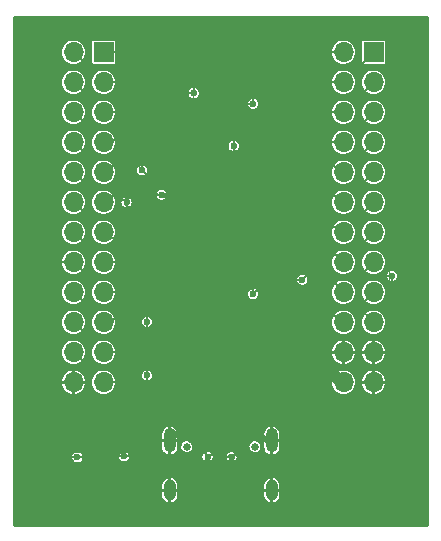
<source format=gtl>
G04 #@! TF.GenerationSoftware,KiCad,Pcbnew,7.0.9*
G04 #@! TF.CreationDate,2023-12-24T11:58:57-08:00*
G04 #@! TF.ProjectId,stm43f405,73746d34-3366-4343-9035-2e6b69636164,rev?*
G04 #@! TF.SameCoordinates,Original*
G04 #@! TF.FileFunction,Copper,L1,Top*
G04 #@! TF.FilePolarity,Positive*
%FSLAX46Y46*%
G04 Gerber Fmt 4.6, Leading zero omitted, Abs format (unit mm)*
G04 Created by KiCad (PCBNEW 7.0.9) date 2023-12-24 11:58:57*
%MOMM*%
%LPD*%
G01*
G04 APERTURE LIST*
G04 Aperture macros list*
%AMRoundRect*
0 Rectangle with rounded corners*
0 $1 Rounding radius*
0 $2 $3 $4 $5 $6 $7 $8 $9 X,Y pos of 4 corners*
0 Add a 4 corners polygon primitive as box body*
4,1,4,$2,$3,$4,$5,$6,$7,$8,$9,$2,$3,0*
0 Add four circle primitives for the rounded corners*
1,1,$1+$1,$2,$3*
1,1,$1+$1,$4,$5*
1,1,$1+$1,$6,$7*
1,1,$1+$1,$8,$9*
0 Add four rect primitives between the rounded corners*
20,1,$1+$1,$2,$3,$4,$5,0*
20,1,$1+$1,$4,$5,$6,$7,0*
20,1,$1+$1,$6,$7,$8,$9,0*
20,1,$1+$1,$8,$9,$2,$3,0*%
G04 Aperture macros list end*
G04 #@! TA.AperFunction,SMDPad,CuDef*
%ADD10R,1.250000X1.000000*%
G04 #@! TD*
G04 #@! TA.AperFunction,SMDPad,CuDef*
%ADD11R,3.150000X1.000000*%
G04 #@! TD*
G04 #@! TA.AperFunction,SMDPad,CuDef*
%ADD12RoundRect,0.225000X0.225000X0.250000X-0.225000X0.250000X-0.225000X-0.250000X0.225000X-0.250000X0*%
G04 #@! TD*
G04 #@! TA.AperFunction,SMDPad,CuDef*
%ADD13RoundRect,0.218750X-0.256250X0.218750X-0.256250X-0.218750X0.256250X-0.218750X0.256250X0.218750X0*%
G04 #@! TD*
G04 #@! TA.AperFunction,SMDPad,CuDef*
%ADD14R,1.400000X1.500000*%
G04 #@! TD*
G04 #@! TA.AperFunction,SMDPad,CuDef*
%ADD15R,0.600000X1.240000*%
G04 #@! TD*
G04 #@! TA.AperFunction,SMDPad,CuDef*
%ADD16R,0.300000X1.240000*%
G04 #@! TD*
G04 #@! TA.AperFunction,ComponentPad*
%ADD17O,1.000000X2.100000*%
G04 #@! TD*
G04 #@! TA.AperFunction,ComponentPad*
%ADD18O,1.000000X1.800000*%
G04 #@! TD*
G04 #@! TA.AperFunction,SMDPad,CuDef*
%ADD19RoundRect,0.200000X-0.275000X0.200000X-0.275000X-0.200000X0.275000X-0.200000X0.275000X0.200000X0*%
G04 #@! TD*
G04 #@! TA.AperFunction,SMDPad,CuDef*
%ADD20R,1.000000X1.150000*%
G04 #@! TD*
G04 #@! TA.AperFunction,SMDPad,CuDef*
%ADD21RoundRect,0.225000X-0.225000X-0.250000X0.225000X-0.250000X0.225000X0.250000X-0.225000X0.250000X0*%
G04 #@! TD*
G04 #@! TA.AperFunction,SMDPad,CuDef*
%ADD22RoundRect,0.075000X0.548008X-0.441942X-0.441942X0.548008X-0.548008X0.441942X0.441942X-0.548008X0*%
G04 #@! TD*
G04 #@! TA.AperFunction,SMDPad,CuDef*
%ADD23RoundRect,0.075000X0.548008X0.441942X0.441942X0.548008X-0.548008X-0.441942X-0.441942X-0.548008X0*%
G04 #@! TD*
G04 #@! TA.AperFunction,SMDPad,CuDef*
%ADD24RoundRect,0.225000X0.250000X-0.225000X0.250000X0.225000X-0.250000X0.225000X-0.250000X-0.225000X0*%
G04 #@! TD*
G04 #@! TA.AperFunction,ComponentPad*
%ADD25R,1.700000X1.700000*%
G04 #@! TD*
G04 #@! TA.AperFunction,ComponentPad*
%ADD26O,1.700000X1.700000*%
G04 #@! TD*
G04 #@! TA.AperFunction,ViaPad*
%ADD27C,0.600000*%
G04 #@! TD*
G04 #@! TA.AperFunction,Conductor*
%ADD28C,0.762000*%
G04 #@! TD*
G04 #@! TA.AperFunction,Conductor*
%ADD29C,0.152400*%
G04 #@! TD*
G04 #@! TA.AperFunction,Conductor*
%ADD30C,0.381000*%
G04 #@! TD*
G04 #@! TA.AperFunction,Conductor*
%ADD31C,0.508000*%
G04 #@! TD*
G04 #@! TA.AperFunction,Conductor*
%ADD32C,0.254000*%
G04 #@! TD*
G04 #@! TA.AperFunction,Conductor*
%ADD33C,0.200000*%
G04 #@! TD*
G04 #@! TA.AperFunction,SMDPad,CuDef*
%ADD34RoundRect,0.225000X-0.017678X0.335876X-0.335876X0.017678X0.017678X-0.335876X0.335876X-0.017678X0*%
G04 #@! TD*
G04 #@! TA.AperFunction,SMDPad,CuDef*
%ADD35RoundRect,0.225000X0.017678X-0.335876X0.335876X-0.017678X-0.017678X0.335876X-0.335876X0.017678X0*%
G04 #@! TD*
G04 #@! TA.AperFunction,SMDPad,CuDef*
%ADD36RoundRect,0.250000X-0.450000X-0.425000X0.450000X-0.425000X0.450000X0.425000X-0.450000X0.425000X0*%
G04 #@! TD*
G04 #@! TA.AperFunction,SMDPad,CuDef*
%ADD37RoundRect,0.225000X-0.335876X-0.017678X-0.017678X-0.335876X0.335876X0.017678X0.017678X0.335876X0*%
G04 #@! TD*
G04 #@! TA.AperFunction,SMDPad,CuDef*
%ADD38RoundRect,0.225000X-0.250000X0.225000X-0.250000X-0.225000X0.250000X-0.225000X0.250000X0.225000X0*%
G04 #@! TD*
G04 #@! TA.AperFunction,SMDPad,CuDef*
%ADD39R,2.000000X1.500000*%
G04 #@! TD*
G04 #@! TA.AperFunction,SMDPad,CuDef*
%ADD40R,2.000000X3.800000*%
G04 #@! TD*
G04 #@! TA.AperFunction,Conductor*
%ADD41C,1.016000*%
G04 #@! TD*
%ADD42R,1.250000X1.000000*%
%ADD43R,3.150000X1.000000*%
%ADD44RoundRect,0.225000X0.225000X0.250000X-0.225000X0.250000X-0.225000X-0.250000X0.225000X-0.250000X0*%
%ADD45RoundRect,0.218750X-0.256250X0.218750X-0.256250X-0.218750X0.256250X-0.218750X0.256250X0.218750X0*%
%ADD46R,1.400000X1.500000*%
%ADD47R,0.600000X1.240000*%
%ADD48R,0.300000X1.240000*%
%ADD49RoundRect,0.200000X-0.275000X0.200000X-0.275000X-0.200000X0.275000X-0.200000X0.275000X0.200000X0*%
%ADD50R,1.000000X1.150000*%
%ADD51RoundRect,0.225000X-0.225000X-0.250000X0.225000X-0.250000X0.225000X0.250000X-0.225000X0.250000X0*%
%ADD52RoundRect,0.075000X0.548008X-0.441942X-0.441942X0.548008X-0.548008X0.441942X0.441942X-0.548008X0*%
%ADD53RoundRect,0.075000X0.548008X0.441942X0.441942X0.548008X-0.548008X-0.441942X-0.441942X-0.548008X0*%
%ADD54RoundRect,0.225000X0.250000X-0.225000X0.250000X0.225000X-0.250000X0.225000X-0.250000X-0.225000X0*%
%ADD55RoundRect,0.225000X-0.017678X0.335876X-0.335876X0.017678X0.017678X-0.335876X0.335876X-0.017678X0*%
%ADD56RoundRect,0.225000X0.017678X-0.335876X0.335876X-0.017678X-0.017678X0.335876X-0.335876X0.017678X0*%
%ADD57RoundRect,0.250000X-0.450000X-0.425000X0.450000X-0.425000X0.450000X0.425000X-0.450000X0.425000X0*%
%ADD58RoundRect,0.225000X-0.335876X-0.017678X-0.017678X-0.335876X0.335876X0.017678X0.017678X0.335876X0*%
%ADD59RoundRect,0.225000X-0.250000X0.225000X-0.250000X-0.225000X0.250000X-0.225000X0.250000X0.225000X0*%
%ADD60R,2.000000X1.500000*%
%ADD61R,2.000000X3.800000*%
%ADD62C,0.150000*%
%ADD63C,0.120000*%
%ADD64C,0.650000*%
%ADD65O,1.000000X2.100000*%
%ADD66O,1.000000X1.800000*%
%ADD67R,1.700000X1.700000*%
%ADD68O,1.700000X1.700000*%
G04 #@! TA.AperFunction,Profile*
%ADD69C,0.254000*%
G04 #@! TD*
G04 APERTURE END LIST*
D10*
X119021000Y-69586000D03*
X111271000Y-69586000D03*
D11*
X102715000Y-31994000D03*
X107765000Y-31994000D03*
X102715000Y-34534000D03*
X107765000Y-34534000D03*
D12*
X112027000Y-52832000D03*
X110477000Y-52832000D03*
D13*
X91270000Y-61940500D03*
X91270000Y-63515500D03*
D14*
X109304951Y-61096050D03*
X111404951Y-61096050D03*
D15*
X101800000Y-64275000D03*
X102600000Y-64275000D03*
D16*
X103750000Y-64275000D03*
X104750000Y-64275000D03*
X105250000Y-64275000D03*
X106250000Y-64275000D03*
D15*
X107400000Y-64275000D03*
X108200000Y-64275000D03*
X108200000Y-64275000D03*
X107400000Y-64275000D03*
D16*
X106750000Y-64275000D03*
X105750000Y-64275000D03*
X104250000Y-64275000D03*
X103250000Y-64275000D03*
D15*
X102600000Y-64275000D03*
X101800000Y-64275000D03*
D17*
X100680000Y-64875000D03*
D18*
X100680000Y-69075000D03*
D17*
X109320000Y-64875000D03*
D18*
X109320000Y-69075000D03*
D19*
X94826000Y-61903000D03*
X94826000Y-63553000D03*
D12*
X112926000Y-59300000D03*
X111376000Y-59300000D03*
D19*
X93048000Y-61903000D03*
X93048000Y-63553000D03*
D20*
X110552000Y-54497000D03*
X110552000Y-56247000D03*
X111952000Y-56247000D03*
X111952000Y-54497000D03*
D10*
X98701000Y-69586000D03*
X90951000Y-69586000D03*
D21*
X112509000Y-65278000D03*
X114059000Y-65278000D03*
D22*
X106601181Y-51664481D03*
X106954734Y-51310928D03*
X107308287Y-50957375D03*
X107661841Y-50603821D03*
X108015394Y-50250268D03*
X108368948Y-49896714D03*
X108722501Y-49543161D03*
X109076054Y-49189608D03*
X109429608Y-48836054D03*
X109783161Y-48482501D03*
X110136714Y-48128948D03*
X110490268Y-47775394D03*
X110843821Y-47421841D03*
X111197375Y-47068287D03*
X111550928Y-46714734D03*
X111904481Y-46361181D03*
D23*
X111904481Y-43638819D03*
X111550928Y-43285266D03*
X111197375Y-42931713D03*
X110843821Y-42578159D03*
X110490268Y-42224606D03*
X110136714Y-41871052D03*
X109783161Y-41517499D03*
X109429608Y-41163946D03*
X109076054Y-40810392D03*
X108722501Y-40456839D03*
X108368948Y-40103286D03*
X108015394Y-39749732D03*
X107661841Y-39396179D03*
X107308287Y-39042625D03*
X106954734Y-38689072D03*
X106601181Y-38335519D03*
D22*
X103878819Y-38335519D03*
X103525266Y-38689072D03*
X103171713Y-39042625D03*
X102818159Y-39396179D03*
X102464606Y-39749732D03*
X102111052Y-40103286D03*
X101757499Y-40456839D03*
X101403946Y-40810392D03*
X101050392Y-41163946D03*
X100696839Y-41517499D03*
X100343286Y-41871052D03*
X99989732Y-42224606D03*
X99636179Y-42578159D03*
X99282625Y-42931713D03*
X98929072Y-43285266D03*
X98575519Y-43638819D03*
D23*
X98575519Y-46361181D03*
X98929072Y-46714734D03*
X99282625Y-47068287D03*
X99636179Y-47421841D03*
X99989732Y-47775394D03*
X100343286Y-48128948D03*
X100696839Y-48482501D03*
X101050392Y-48836054D03*
X101403946Y-49189608D03*
X101757499Y-49543161D03*
X102111052Y-49896714D03*
X102464606Y-50250268D03*
X102818159Y-50603821D03*
X103171713Y-50957375D03*
X103525266Y-51310928D03*
X103878819Y-51664481D03*
D24*
X108953000Y-56375473D03*
X108953000Y-54825473D03*
D13*
X96604000Y-61940500D03*
X96604000Y-63515500D03*
D21*
X107783899Y-59300000D03*
X109333899Y-59300000D03*
D25*
X117940000Y-32000000D03*
D26*
X115400000Y-32000000D03*
X117940000Y-34540000D03*
X115400000Y-34540000D03*
X117940000Y-37080000D03*
X115400000Y-37080000D03*
X117940000Y-39620000D03*
X115400000Y-39620000D03*
X117940000Y-42160000D03*
X115400000Y-42160000D03*
X117940000Y-44700000D03*
X115400000Y-44700000D03*
X117940000Y-47240000D03*
X115400000Y-47240000D03*
X117940000Y-49780000D03*
X115400000Y-49780000D03*
X117940000Y-52320000D03*
X115400000Y-52320000D03*
X117940000Y-54860000D03*
X115400000Y-54860000D03*
X117940000Y-57400000D03*
X115400000Y-57400000D03*
X117940000Y-59940000D03*
X115400000Y-59940000D03*
D25*
X95080000Y-32000000D03*
D26*
X92540000Y-32000000D03*
X95080000Y-34540000D03*
X92540000Y-34540000D03*
X95080000Y-37080000D03*
X92540000Y-37080000D03*
X95080000Y-39620000D03*
X92540000Y-39620000D03*
X95080000Y-42160000D03*
X92540000Y-42160000D03*
X95080000Y-44700000D03*
X92540000Y-44700000D03*
X95080000Y-47240000D03*
X92540000Y-47240000D03*
X95080000Y-49780000D03*
X92540000Y-49780000D03*
X95080000Y-52320000D03*
X92540000Y-52320000D03*
X95080000Y-54860000D03*
X92540000Y-54860000D03*
X95080000Y-57400000D03*
X92540000Y-57400000D03*
X95080000Y-59940000D03*
X92540000Y-59940000D03*
D27*
X101092000Y-58928000D03*
X93929200Y-61899800D03*
X99237800Y-44551600D03*
X107746800Y-44069000D03*
X101092000Y-60960000D03*
X98679000Y-68707000D03*
X101092000Y-56896000D03*
X103378000Y-47828200D03*
X106934000Y-53086000D03*
X108813600Y-42900600D03*
X104673400Y-32004000D03*
X102997000Y-53340000D03*
X109982000Y-46558200D03*
X101092000Y-54864000D03*
X105257600Y-39014400D03*
X102819200Y-48387000D03*
X111912400Y-51257200D03*
X119481600Y-50952400D03*
X92862400Y-66281000D03*
X98755200Y-59359800D03*
X98755200Y-54813200D03*
X96824800Y-66231000D03*
X108966000Y-47193200D03*
X114401600Y-66548000D03*
X114350800Y-68326000D03*
X112826800Y-52832000D03*
X114833400Y-65278000D03*
X97917000Y-44297600D03*
X96621600Y-67894200D03*
X112750600Y-61925200D03*
X106781600Y-45008800D03*
X106603800Y-61925200D03*
X120523000Y-50927000D03*
X104013000Y-41275000D03*
X112649000Y-42545000D03*
X99822000Y-59359800D03*
X111887000Y-48768000D03*
X114452400Y-62992000D03*
X112776000Y-54508400D03*
X105841800Y-32004000D03*
X104876600Y-68630800D03*
X110845600Y-57150000D03*
X107010200Y-59309000D03*
X93116400Y-67843400D03*
X106426000Y-53848000D03*
X107746800Y-37287200D03*
X101574600Y-45643800D03*
X104673400Y-35458400D03*
X101447600Y-53746400D03*
X106578400Y-47421800D03*
X97434400Y-61950600D03*
X113360200Y-60020200D03*
X107746800Y-52476400D03*
X107238800Y-66192400D03*
X102819200Y-66217800D03*
X107391200Y-63322200D03*
X111023400Y-68199000D03*
X111023400Y-67437000D03*
X102616000Y-63322200D03*
X107746800Y-36372800D03*
X98342956Y-41992044D03*
X102715000Y-35461000D03*
X97028000Y-44704000D03*
X103886000Y-66243200D03*
X105918000Y-66294000D03*
X106095800Y-39928800D03*
X99999800Y-44069000D03*
D28*
X104663400Y-31994000D02*
X104673400Y-32004000D01*
X98701000Y-69586000D02*
X98701000Y-68729000D01*
X98701000Y-68729000D02*
X98679000Y-68707000D01*
D29*
X99237800Y-44301100D02*
X98575519Y-43638819D01*
D28*
X102715000Y-31994000D02*
X104663400Y-31994000D01*
D29*
X99237800Y-44551600D02*
X99237800Y-44301100D01*
X106934000Y-51997300D02*
X106934000Y-53086000D01*
D28*
X93929200Y-61899800D02*
X93926000Y-61903000D01*
D29*
X110542688Y-43586400D02*
X109499400Y-43586400D01*
X103878819Y-51664481D02*
X102997000Y-52546300D01*
X110843821Y-47421841D02*
X110843821Y-47420021D01*
D28*
X94826000Y-61903000D02*
X93932400Y-61903000D01*
D29*
X106601181Y-38335519D02*
X105922300Y-39014400D01*
X110843821Y-47420021D02*
X109982000Y-46558200D01*
X109499400Y-43586400D02*
X108813600Y-42900600D01*
X106601181Y-51664481D02*
X106934000Y-51997300D01*
X111197375Y-42931713D02*
X110542688Y-43586400D01*
X102997000Y-52546300D02*
X102997000Y-53340000D01*
D28*
X93932400Y-61903000D02*
X93929200Y-61899800D01*
D29*
X105922300Y-39014400D02*
X105257600Y-39014400D01*
D28*
X93926000Y-61903000D02*
X93048000Y-61903000D01*
D29*
X110436540Y-51257200D02*
X108722501Y-49543161D01*
X112509000Y-68897800D02*
X112509000Y-65278000D01*
X113677400Y-64109600D02*
X112509000Y-65278000D01*
X111912400Y-51257200D02*
X110436540Y-51257200D01*
X119481600Y-61925200D02*
X117297200Y-64109600D01*
X111820800Y-69586000D02*
X112509000Y-68897800D01*
X117297200Y-64109600D02*
X113677400Y-64109600D01*
X111271000Y-69586000D02*
X111820800Y-69586000D01*
X119481600Y-50952400D02*
X119481600Y-61925200D01*
X98755200Y-65887600D02*
X98411800Y-66231000D01*
X90951000Y-66833800D02*
X90951000Y-69586000D01*
X98755200Y-53959674D02*
X102464606Y-50250268D01*
X92862400Y-66281000D02*
X91503800Y-66281000D01*
X98411800Y-66231000D02*
X96824800Y-66231000D01*
X98755200Y-59359800D02*
X98755200Y-65887600D01*
X98755200Y-54813200D02*
X98755200Y-53959674D01*
X91503800Y-66281000D02*
X90951000Y-66833800D01*
D28*
X107765000Y-31994000D02*
X105851800Y-31994000D01*
X112926000Y-59300000D02*
X113360200Y-59734200D01*
X112764600Y-54497000D02*
X111952000Y-54497000D01*
D29*
X112395000Y-42545000D02*
X112649000Y-42545000D01*
D30*
X109320000Y-64875000D02*
X108800000Y-64875000D01*
D28*
X113360200Y-59734200D02*
X113360200Y-60020200D01*
X110552000Y-56247000D02*
X110552000Y-56856400D01*
D31*
X101280000Y-64275000D02*
X101800000Y-64275000D01*
D29*
X112291194Y-42545000D02*
X112395000Y-42545000D01*
D28*
X96604000Y-61940500D02*
X97424300Y-61940500D01*
X108953000Y-56375473D02*
X110423527Y-56375473D01*
D30*
X108800000Y-64875000D02*
X108200000Y-64275000D01*
D28*
X97424300Y-61940500D02*
X97434400Y-61950600D01*
X110552000Y-56856400D02*
X110845600Y-57150000D01*
X112027000Y-52832000D02*
X112826800Y-52832000D01*
X107019200Y-59300000D02*
X107010200Y-59309000D01*
X112776000Y-54508400D02*
X112764600Y-54497000D01*
X107783899Y-59300000D02*
X107019200Y-59300000D01*
X114059000Y-65278000D02*
X114833400Y-65278000D01*
X105851800Y-31994000D02*
X105841800Y-32004000D01*
D29*
X111550928Y-43285266D02*
X112291194Y-42545000D01*
D28*
X110423527Y-56375473D02*
X110552000Y-56247000D01*
D31*
X100680000Y-64875000D02*
X101280000Y-64275000D01*
D29*
X107746800Y-52102994D02*
X106954734Y-51310928D01*
X107746800Y-52476400D02*
X107746800Y-52102994D01*
X110635646Y-50749200D02*
X112344200Y-50749200D01*
X113538000Y-53213000D02*
X115185000Y-54860000D01*
X109076054Y-49189608D02*
X110635646Y-50749200D01*
X115185000Y-54860000D02*
X115400000Y-54860000D01*
X113538000Y-51943000D02*
X113538000Y-53213000D01*
X112344200Y-50749200D02*
X113538000Y-51943000D01*
X109429608Y-48836054D02*
X110987154Y-50393600D01*
X116666000Y-53594000D02*
X117940000Y-52320000D01*
X114681000Y-53594000D02*
X116666000Y-53594000D01*
X112750600Y-50393600D02*
X114046000Y-51689000D01*
X110987154Y-50393600D02*
X112750600Y-50393600D01*
X114046000Y-52959000D02*
X114681000Y-53594000D01*
X114046000Y-51689000D02*
X114046000Y-52959000D01*
X115400000Y-52320000D02*
X113067200Y-49987200D01*
X113067200Y-49987200D02*
X111287860Y-49987200D01*
X111287860Y-49987200D02*
X109783161Y-48482501D01*
D32*
X107188000Y-66141600D02*
X107238800Y-66192400D01*
D31*
X102600000Y-63338200D02*
X102616000Y-63322200D01*
D32*
X102819200Y-64494200D02*
X102819200Y-66217800D01*
X102600000Y-64275000D02*
X102819200Y-64494200D01*
D31*
X107400000Y-64275000D02*
X107400000Y-63331000D01*
D32*
X107400000Y-64275000D02*
X107188000Y-64487000D01*
D31*
X107400000Y-63331000D02*
X107391200Y-63322200D01*
X102600000Y-64275000D02*
X102600000Y-63338200D01*
D32*
X107188000Y-64487000D02*
X107188000Y-66141600D01*
D29*
X111639366Y-49631600D02*
X110136714Y-48128948D01*
X116666000Y-51054000D02*
X114808000Y-51054000D01*
X114808000Y-51054000D02*
X113385600Y-49631600D01*
X113385600Y-49631600D02*
X111639366Y-49631600D01*
X117940000Y-49780000D02*
X116666000Y-51054000D01*
X114769000Y-49149000D02*
X115400000Y-49780000D01*
X113278088Y-49149000D02*
X114769000Y-49149000D01*
X111197375Y-47068287D02*
X113278088Y-49149000D01*
X111550928Y-46714734D02*
X113350194Y-48514000D01*
X116666000Y-48514000D02*
X117940000Y-47240000D01*
X113350194Y-48514000D02*
X116666000Y-48514000D01*
X114968305Y-46808305D02*
X115400000Y-47240000D01*
X111904481Y-46361181D02*
X112351605Y-46808305D01*
X112351605Y-46808305D02*
X114968305Y-46808305D01*
X96566500Y-63553000D02*
X96604000Y-63515500D01*
X94826000Y-63553000D02*
X96566500Y-63553000D01*
X111904481Y-43638819D02*
X114239662Y-45974000D01*
X116666000Y-45974000D02*
X117940000Y-44700000D01*
X114239662Y-45974000D02*
X116666000Y-45974000D01*
X113707600Y-43267600D02*
X115140000Y-44700000D01*
X113707600Y-42357600D02*
X113707600Y-43267600D01*
X115140000Y-44700000D02*
X115400000Y-44700000D01*
X110843821Y-42578159D02*
X111638980Y-41783000D01*
X113133000Y-41783000D02*
X113707600Y-42357600D01*
X111638980Y-41783000D02*
X113133000Y-41783000D01*
X114140000Y-41980000D02*
X113435000Y-41275000D01*
X113435000Y-41275000D02*
X111439874Y-41275000D01*
X117940000Y-42160000D02*
X116666000Y-43434000D01*
X114140000Y-42893000D02*
X114140000Y-41980000D01*
X114681000Y-43434000D02*
X114140000Y-42893000D01*
X116666000Y-43434000D02*
X114681000Y-43434000D01*
X111439874Y-41275000D02*
X110490268Y-42224606D01*
X110136714Y-41871052D02*
X111367766Y-40640000D01*
X115058000Y-42160000D02*
X115400000Y-42160000D01*
X113538000Y-40640000D02*
X115058000Y-42160000D01*
X111367766Y-40640000D02*
X113538000Y-40640000D01*
X114681000Y-40894000D02*
X113919000Y-40132000D01*
X117940000Y-39620000D02*
X116666000Y-40894000D01*
X111168660Y-40132000D02*
X109783161Y-41517499D01*
X113919000Y-40132000D02*
X111168660Y-40132000D01*
X116666000Y-40894000D02*
X114681000Y-40894000D01*
X109429608Y-41163946D02*
X110973554Y-39620000D01*
X110973554Y-39620000D02*
X115400000Y-39620000D01*
X109076054Y-40810392D02*
X111532446Y-38354000D01*
X111532446Y-38354000D02*
X116666000Y-38354000D01*
X116666000Y-38354000D02*
X117940000Y-37080000D01*
X108722501Y-40456839D02*
X112099340Y-37080000D01*
X112099340Y-37080000D02*
X115400000Y-37080000D01*
X116666000Y-35814000D02*
X117940000Y-34540000D01*
X108368948Y-40103286D02*
X112658234Y-35814000D01*
X112658234Y-35814000D02*
X116666000Y-35814000D01*
X108015394Y-39749732D02*
X111252000Y-36513126D01*
X111764000Y-34540000D02*
X115400000Y-34540000D01*
X111252000Y-35052000D02*
X111764000Y-34540000D01*
X111252000Y-36513126D02*
X111252000Y-35052000D01*
X116666000Y-33274000D02*
X111506000Y-33274000D01*
X111506000Y-33274000D02*
X110617000Y-34163000D01*
X117940000Y-32000000D02*
X116666000Y-33274000D01*
X110617000Y-36441020D02*
X107661841Y-39396179D01*
X110617000Y-34163000D02*
X110617000Y-36441020D01*
X93010500Y-63515500D02*
X93048000Y-63553000D01*
X91270000Y-63515500D02*
X93010500Y-63515500D01*
X109982000Y-36368912D02*
X109982000Y-33020000D01*
X111002000Y-32000000D02*
X115400000Y-32000000D01*
X107308287Y-39042625D02*
X109982000Y-36368912D01*
X109982000Y-33020000D02*
X111002000Y-32000000D01*
X97543300Y-32000000D02*
X95080000Y-32000000D01*
X103878819Y-38335519D02*
X97543300Y-32000000D01*
X98110194Y-33274000D02*
X93814000Y-33274000D01*
X93814000Y-33274000D02*
X92540000Y-32000000D01*
X103525266Y-38689072D02*
X98110194Y-33274000D01*
X103171713Y-39042625D02*
X98669088Y-34540000D01*
X98669088Y-34540000D02*
X95080000Y-34540000D01*
X93814000Y-35814000D02*
X92540000Y-34540000D01*
X99235980Y-35814000D02*
X93814000Y-35814000D01*
X102818159Y-39396179D02*
X99235980Y-35814000D01*
X102464606Y-39726606D02*
X99818000Y-37080000D01*
X99818000Y-37080000D02*
X95080000Y-37080000D01*
X102464606Y-39749732D02*
X102464606Y-39726606D01*
X96774000Y-37719000D02*
X96139000Y-38354000D01*
X96139000Y-38354000D02*
X93814000Y-38354000D01*
X102111052Y-40103286D02*
X99726766Y-37719000D01*
X93814000Y-38354000D02*
X92540000Y-37080000D01*
X99726766Y-37719000D02*
X96774000Y-37719000D01*
X95762000Y-39620000D02*
X95080000Y-39620000D01*
X99527660Y-38227000D02*
X97155000Y-38227000D01*
X97155000Y-38227000D02*
X95762000Y-39620000D01*
X101757499Y-40456839D02*
X99527660Y-38227000D01*
X97853500Y-38735000D02*
X99328554Y-38735000D01*
X99328554Y-38735000D02*
X101403946Y-40810392D01*
X93814000Y-40894000D02*
X95694500Y-40894000D01*
X95694500Y-40894000D02*
X97853500Y-38735000D01*
X92540000Y-39620000D02*
X93814000Y-40894000D01*
X98298000Y-39243000D02*
X95381000Y-42160000D01*
X101050392Y-41163946D02*
X99129446Y-39243000D01*
X99129446Y-39243000D02*
X98298000Y-39243000D01*
X95381000Y-42160000D02*
X95080000Y-42160000D01*
X99057340Y-39878000D02*
X98425000Y-39878000D01*
X100696839Y-41517499D02*
X99057340Y-39878000D01*
X96393000Y-42799000D02*
X95758000Y-43434000D01*
X98425000Y-39878000D02*
X96393000Y-41910000D01*
X96393000Y-41910000D02*
X96393000Y-42799000D01*
X95758000Y-43434000D02*
X93814000Y-43434000D01*
X93814000Y-43434000D02*
X92540000Y-42160000D01*
D33*
X104750000Y-63344999D02*
X104663500Y-63258499D01*
X104663500Y-63258499D02*
X104663500Y-55460724D01*
X105446500Y-47803704D02*
X100652091Y-43009295D01*
X104663500Y-55460724D02*
X105446500Y-54677724D01*
X104750000Y-64275000D02*
X104750000Y-63344999D01*
X105553499Y-63258499D02*
X104663500Y-63258499D01*
X100652091Y-43009295D02*
X100652091Y-42886965D01*
X105446500Y-54677724D02*
X105446500Y-47803704D01*
X100652091Y-42886965D02*
X99989732Y-42224606D01*
X105750000Y-63455000D02*
X105553499Y-63258499D01*
X105750000Y-64275000D02*
X105750000Y-63455000D01*
X105119500Y-54542276D02*
X105119500Y-47939150D01*
X104394000Y-65532000D02*
X105092500Y-65532000D01*
X104250000Y-64275000D02*
X104250000Y-65388000D01*
X100420868Y-43240518D02*
X100298538Y-43240518D01*
X104250000Y-65388000D02*
X104394000Y-65532000D01*
X104250000Y-63344999D02*
X104336500Y-63258499D01*
X104336500Y-63258499D02*
X104336500Y-55325276D01*
X104336500Y-55325276D02*
X105119500Y-54542276D01*
X105092500Y-65532000D02*
X105250000Y-65374500D01*
X105250000Y-65374500D02*
X105250000Y-64275000D01*
X100298538Y-43240518D02*
X99636179Y-42578159D01*
X105119500Y-47939150D02*
X100420868Y-43240518D01*
X104250000Y-64275000D02*
X104250000Y-63344999D01*
D29*
X108508800Y-52157888D02*
X108508800Y-52679600D01*
X109333899Y-61067102D02*
X109304951Y-61096050D01*
X108813600Y-58521600D02*
X109333899Y-59041899D01*
X109333899Y-59041899D02*
X109333899Y-59300000D01*
X109333899Y-59300000D02*
X109333899Y-61067102D01*
X107289600Y-53898800D02*
X107289600Y-58064400D01*
X107308287Y-50957375D02*
X108508800Y-52157888D01*
X107746800Y-58521600D02*
X108813600Y-58521600D01*
X108508800Y-52679600D02*
X107289600Y-53898800D01*
X107289600Y-58064400D02*
X107746800Y-58521600D01*
X100343286Y-41871052D02*
X98985234Y-40513000D01*
X98985234Y-40513000D02*
X98425000Y-40513000D01*
X98425000Y-40513000D02*
X96901000Y-42037000D01*
X96901000Y-42037000D02*
X96901000Y-43180000D01*
X95381000Y-44700000D02*
X95080000Y-44700000D01*
X96901000Y-43180000D02*
X95381000Y-44700000D01*
X97155000Y-47371000D02*
X95758000Y-45974000D01*
X93814000Y-45974000D02*
X92540000Y-44700000D01*
X98929072Y-46714734D02*
X98272806Y-47371000D01*
X98272806Y-47371000D02*
X97155000Y-47371000D01*
X95758000Y-45974000D02*
X93814000Y-45974000D01*
X98598912Y-47752000D02*
X99282625Y-47068287D01*
X95592000Y-47752000D02*
X98598912Y-47752000D01*
X95080000Y-47240000D02*
X95592000Y-47752000D01*
X99636179Y-47421841D02*
X99636179Y-47429821D01*
X99636179Y-47429821D02*
X98552000Y-48514000D01*
X93814000Y-48514000D02*
X92540000Y-47240000D01*
X98552000Y-48514000D02*
X93814000Y-48514000D01*
X97985126Y-49780000D02*
X95080000Y-49780000D01*
X99989732Y-47775394D02*
X97985126Y-49780000D01*
X90529600Y-49780000D02*
X89814400Y-50495200D01*
X93814000Y-51054000D02*
X92540000Y-49780000D01*
X89814400Y-50495200D02*
X89814400Y-61163200D01*
X92540000Y-49780000D02*
X90529600Y-49780000D01*
X97418234Y-51054000D02*
X93814000Y-51054000D01*
X90591700Y-61940500D02*
X91270000Y-61940500D01*
X89814400Y-61163200D02*
X90591700Y-61940500D01*
X100343286Y-48128948D02*
X97418234Y-51054000D01*
X100696839Y-48482501D02*
X96859340Y-52320000D01*
X96859340Y-52320000D02*
X95080000Y-52320000D01*
X101050392Y-48836054D02*
X96292446Y-53594000D01*
X93814000Y-53594000D02*
X92540000Y-52320000D01*
X96292446Y-53594000D02*
X93814000Y-53594000D01*
X95733554Y-54860000D02*
X101403946Y-49189608D01*
X95080000Y-54860000D02*
X95733554Y-54860000D01*
X93814000Y-56134000D02*
X92540000Y-54860000D01*
X101757499Y-49543161D02*
X97129600Y-54171060D01*
X96367600Y-56134000D02*
X93814000Y-56134000D01*
X97129600Y-55372000D02*
X96367600Y-56134000D01*
X97129600Y-54171060D02*
X97129600Y-55372000D01*
X107645200Y-54203600D02*
X107645200Y-57658000D01*
X107645200Y-57658000D02*
X108102400Y-58115200D01*
X110191200Y-58115200D02*
X111376000Y-59300000D01*
X108864400Y-51806380D02*
X108864400Y-52984400D01*
X108102400Y-58115200D02*
X110191200Y-58115200D01*
X111376000Y-59300000D02*
X111376000Y-61067099D01*
X107661841Y-50603821D02*
X108864400Y-51806380D01*
X108864400Y-52984400D02*
X107645200Y-54203600D01*
X111376000Y-61067099D02*
X111404951Y-61096050D01*
X97967800Y-55905400D02*
X96473200Y-57400000D01*
X97967800Y-54051200D02*
X97967800Y-55905400D01*
X102111052Y-49896714D02*
X102111052Y-49907948D01*
X102111052Y-49907948D02*
X97967800Y-54051200D01*
X96473200Y-57400000D02*
X95080000Y-57400000D01*
X99517200Y-53904780D02*
X102818159Y-50603821D01*
X92540000Y-57400000D02*
X93814000Y-58674000D01*
X97028000Y-58674000D02*
X99517200Y-56184800D01*
X93814000Y-58674000D02*
X97028000Y-58674000D01*
X99517200Y-56184800D02*
X99517200Y-53904780D01*
X100177600Y-56489600D02*
X96727200Y-59940000D01*
X103171713Y-50957375D02*
X100177600Y-53951488D01*
X100177600Y-53951488D02*
X100177600Y-56489600D01*
X96727200Y-59940000D02*
X95080000Y-59940000D01*
X111252000Y-55372000D02*
X111952000Y-56072000D01*
X108953000Y-54825473D02*
X109499527Y-55372000D01*
X108015394Y-50250268D02*
X109575600Y-51810474D01*
X109575600Y-54202873D02*
X108953000Y-54825473D01*
X109575600Y-51810474D02*
X109575600Y-54202873D01*
X109499527Y-55372000D02*
X111252000Y-55372000D01*
X111952000Y-56072000D02*
X111952000Y-56247000D01*
X108368948Y-49896714D02*
X110477000Y-52004766D01*
X110477000Y-54422000D02*
X110552000Y-54497000D01*
X110477000Y-52004766D02*
X110477000Y-52832000D01*
X110477000Y-52832000D02*
X110477000Y-54422000D01*
X98342956Y-41992044D02*
X99282625Y-42931713D01*
X107746800Y-36372800D02*
X107765000Y-36354600D01*
X107765000Y-36354600D02*
X107765000Y-34534000D01*
X97028000Y-46482000D02*
X97536000Y-46990000D01*
X97028000Y-44704000D02*
X97028000Y-46482000D01*
X97536000Y-46990000D02*
X97946700Y-46990000D01*
X97946700Y-46990000D02*
X98575519Y-46361181D01*
X102715000Y-35461000D02*
X102715000Y-34534000D01*
X103750000Y-66107200D02*
X103750000Y-64275000D01*
X103886000Y-66243200D02*
X103750000Y-66107200D01*
X105918000Y-66294000D02*
X106750000Y-65462000D01*
X106750000Y-65462000D02*
X106750000Y-64275000D01*
X106095800Y-39548006D02*
X106095800Y-39928800D01*
X106954734Y-38689072D02*
X106095800Y-39548006D01*
X99712806Y-44069000D02*
X99999800Y-44069000D01*
X98929072Y-43285266D02*
X99712806Y-44069000D01*
G04 #@! TA.AperFunction,Conductor*
G36*
X122481194Y-29018806D02*
G01*
X122499500Y-29063000D01*
X122499500Y-71937000D01*
X122481194Y-71981194D01*
X122437000Y-71999500D01*
X87563000Y-71999500D01*
X87518806Y-71981194D01*
X87500500Y-71937000D01*
X87500500Y-70098558D01*
X90198500Y-70098558D01*
X90200979Y-70111018D01*
X90205898Y-70135748D01*
X90205898Y-70135749D01*
X90234077Y-70177922D01*
X90262257Y-70196750D01*
X90276252Y-70206102D01*
X90313442Y-70213500D01*
X90313443Y-70213500D01*
X91588557Y-70213500D01*
X91588558Y-70213500D01*
X91625748Y-70206102D01*
X91667922Y-70177922D01*
X91696102Y-70135748D01*
X91703500Y-70098558D01*
X97948500Y-70098558D01*
X97950979Y-70111018D01*
X97955898Y-70135748D01*
X97955898Y-70135749D01*
X97984077Y-70177922D01*
X98012257Y-70196750D01*
X98026252Y-70206102D01*
X98063442Y-70213500D01*
X98063443Y-70213500D01*
X99338557Y-70213500D01*
X99338558Y-70213500D01*
X99375748Y-70206102D01*
X99417922Y-70177922D01*
X99446102Y-70135748D01*
X99453500Y-70098558D01*
X99453500Y-69518930D01*
X99926000Y-69518930D01*
X99941329Y-69650066D01*
X100001613Y-69815696D01*
X100001613Y-69815697D01*
X100098468Y-69962959D01*
X100226675Y-70083916D01*
X100226678Y-70083918D01*
X100379325Y-70172048D01*
X100548174Y-70222599D01*
X100548182Y-70222600D01*
X100553000Y-70222880D01*
X100553000Y-69750772D01*
X100651840Y-69778895D01*
X100763521Y-69768546D01*
X100807000Y-69746895D01*
X100807000Y-70218238D01*
X100897716Y-70202242D01*
X100897721Y-70202240D01*
X101059566Y-70132427D01*
X101200949Y-70027172D01*
X101200950Y-70027171D01*
X101314244Y-69892152D01*
X101393350Y-69734642D01*
X101393354Y-69734632D01*
X101433998Y-69563137D01*
X101434000Y-69563127D01*
X101434000Y-69518930D01*
X108566000Y-69518930D01*
X108581329Y-69650066D01*
X108641613Y-69815696D01*
X108641613Y-69815697D01*
X108738468Y-69962959D01*
X108866675Y-70083916D01*
X108866678Y-70083918D01*
X109019325Y-70172048D01*
X109188174Y-70222599D01*
X109188182Y-70222600D01*
X109193000Y-70222880D01*
X109193000Y-69750772D01*
X109291840Y-69778895D01*
X109403521Y-69768546D01*
X109447000Y-69746895D01*
X109447000Y-70218238D01*
X109537716Y-70202242D01*
X109537721Y-70202240D01*
X109699566Y-70132427D01*
X109745060Y-70098558D01*
X110518500Y-70098558D01*
X110520979Y-70111018D01*
X110525898Y-70135748D01*
X110525898Y-70135749D01*
X110554077Y-70177922D01*
X110582257Y-70196750D01*
X110596252Y-70206102D01*
X110633442Y-70213500D01*
X110633443Y-70213500D01*
X111908557Y-70213500D01*
X111908558Y-70213500D01*
X111945748Y-70206102D01*
X111987922Y-70177922D01*
X112016102Y-70135748D01*
X112023500Y-70098558D01*
X112023500Y-69713000D01*
X118142001Y-69713000D01*
X118142001Y-70111018D01*
X118156736Y-70185104D01*
X118156738Y-70185108D01*
X118212876Y-70269123D01*
X118296891Y-70325261D01*
X118296895Y-70325263D01*
X118370982Y-70339999D01*
X118894000Y-70339999D01*
X118894000Y-69713000D01*
X119148000Y-69713000D01*
X119148000Y-70339999D01*
X119671015Y-70339999D01*
X119671018Y-70339998D01*
X119745104Y-70325263D01*
X119745108Y-70325261D01*
X119829123Y-70269123D01*
X119885261Y-70185108D01*
X119885263Y-70185104D01*
X119899999Y-70111017D01*
X119900000Y-70111017D01*
X119900000Y-69713000D01*
X119148000Y-69713000D01*
X118894000Y-69713000D01*
X118142001Y-69713000D01*
X112023500Y-69713000D01*
X112023500Y-69697263D01*
X112041805Y-69653070D01*
X112235875Y-69459000D01*
X118142000Y-69459000D01*
X118894000Y-69459000D01*
X118894000Y-68832000D01*
X119148000Y-68832000D01*
X119148000Y-69459000D01*
X119899999Y-69459000D01*
X119899999Y-69060985D01*
X119899998Y-69060981D01*
X119885263Y-68986895D01*
X119885261Y-68986891D01*
X119829123Y-68902876D01*
X119745108Y-68846738D01*
X119745104Y-68846736D01*
X119671017Y-68832000D01*
X119148000Y-68832000D01*
X118894000Y-68832000D01*
X118370985Y-68832000D01*
X118370981Y-68832001D01*
X118296895Y-68846736D01*
X118296891Y-68846738D01*
X118212876Y-68902876D01*
X118156738Y-68986891D01*
X118156736Y-68986895D01*
X118142000Y-69060982D01*
X118142000Y-69459000D01*
X112235875Y-69459000D01*
X112621056Y-69073818D01*
X112638133Y-69061702D01*
X112639271Y-69061155D01*
X112660037Y-69035113D01*
X112662354Y-69032520D01*
X112669269Y-69025607D01*
X112674462Y-69017340D01*
X112676493Y-69014479D01*
X112692763Y-68994078D01*
X112697248Y-68988455D01*
X112697529Y-68987223D01*
X112705544Y-68967874D01*
X112706214Y-68966809D01*
X112709943Y-68933702D01*
X112710526Y-68930276D01*
X112712700Y-68920754D01*
X112712700Y-68910998D01*
X112712897Y-68907496D01*
X112714192Y-68896000D01*
X112716625Y-68874406D01*
X112716207Y-68873210D01*
X112712700Y-68852568D01*
X112712700Y-65942529D01*
X112731006Y-65898335D01*
X112766191Y-65880682D01*
X112767447Y-65880499D01*
X112767452Y-65880499D01*
X112835972Y-65870517D01*
X112941662Y-65818848D01*
X113024848Y-65735662D01*
X113076517Y-65629972D01*
X113086500Y-65561453D01*
X113086500Y-65405000D01*
X113355000Y-65405000D01*
X113355000Y-65573827D01*
X113361133Y-65630867D01*
X113409268Y-65759923D01*
X113409270Y-65759926D01*
X113491810Y-65870184D01*
X113491815Y-65870189D01*
X113602073Y-65952729D01*
X113602076Y-65952731D01*
X113731132Y-66000866D01*
X113788172Y-66006999D01*
X113788186Y-66007000D01*
X113932000Y-66007000D01*
X113932000Y-65405000D01*
X114186000Y-65405000D01*
X114186000Y-66007000D01*
X114329814Y-66007000D01*
X114329827Y-66006999D01*
X114386867Y-66000866D01*
X114515923Y-65952731D01*
X114515926Y-65952729D01*
X114626184Y-65870189D01*
X114626189Y-65870184D01*
X114708729Y-65759926D01*
X114708731Y-65759923D01*
X114756866Y-65630867D01*
X114762999Y-65573827D01*
X114763000Y-65573814D01*
X114763000Y-65405000D01*
X114186000Y-65405000D01*
X113932000Y-65405000D01*
X113355000Y-65405000D01*
X113086500Y-65405000D01*
X113086499Y-65014461D01*
X113104804Y-64970269D01*
X113283605Y-64791469D01*
X113327797Y-64773164D01*
X113371991Y-64791470D01*
X113390297Y-64835664D01*
X113386357Y-64857505D01*
X113361133Y-64925134D01*
X113355000Y-64982172D01*
X113355000Y-65151000D01*
X113932000Y-65151000D01*
X113932000Y-64549000D01*
X114186000Y-64549000D01*
X114186000Y-65151000D01*
X114763000Y-65151000D01*
X114763000Y-64982185D01*
X114762999Y-64982172D01*
X114756866Y-64925132D01*
X114708731Y-64796076D01*
X114708729Y-64796073D01*
X114626189Y-64685815D01*
X114626184Y-64685810D01*
X114515926Y-64603270D01*
X114515923Y-64603268D01*
X114386867Y-64555133D01*
X114329827Y-64549000D01*
X114186000Y-64549000D01*
X113932000Y-64549000D01*
X113788172Y-64549000D01*
X113731130Y-64555133D01*
X113663506Y-64580356D01*
X113615701Y-64578649D01*
X113583106Y-64543638D01*
X113584813Y-64495833D01*
X113597469Y-64477605D01*
X113743469Y-64331606D01*
X113787663Y-64313300D01*
X117251969Y-64313300D01*
X117272614Y-64316808D01*
X117273806Y-64317225D01*
X117298317Y-64314463D01*
X117306897Y-64313497D01*
X117310399Y-64313300D01*
X117320153Y-64313300D01*
X117320154Y-64313300D01*
X117329676Y-64311126D01*
X117333102Y-64310543D01*
X117366209Y-64306814D01*
X117367274Y-64306144D01*
X117386623Y-64298129D01*
X117387855Y-64297848D01*
X117413879Y-64277092D01*
X117416742Y-64275061D01*
X117425007Y-64269869D01*
X117431920Y-64262954D01*
X117434513Y-64260637D01*
X117460555Y-64239871D01*
X117461102Y-64238733D01*
X117473218Y-64221656D01*
X119593656Y-62101218D01*
X119610733Y-62089102D01*
X119611871Y-62088555D01*
X119632637Y-62062513D01*
X119634954Y-62059920D01*
X119641869Y-62053007D01*
X119647062Y-62044740D01*
X119649093Y-62041879D01*
X119669848Y-62015855D01*
X119670129Y-62014623D01*
X119678144Y-61995274D01*
X119678814Y-61994209D01*
X119682543Y-61961102D01*
X119683126Y-61957676D01*
X119685300Y-61948154D01*
X119685300Y-61938398D01*
X119685497Y-61934896D01*
X119686183Y-61928798D01*
X119689225Y-61901806D01*
X119688807Y-61900610D01*
X119685300Y-61879968D01*
X119685300Y-51363787D01*
X119703606Y-51319593D01*
X119714006Y-51311210D01*
X119764432Y-51278805D01*
X119826328Y-51207373D01*
X119844930Y-51185906D01*
X119844931Y-51185904D01*
X119844934Y-51185901D01*
X119896001Y-51074079D01*
X119913496Y-50952400D01*
X119896001Y-50830721D01*
X119844934Y-50718899D01*
X119844930Y-50718893D01*
X119764433Y-50625996D01*
X119764432Y-50625995D01*
X119661016Y-50559534D01*
X119661014Y-50559533D01*
X119661012Y-50559532D01*
X119543066Y-50524900D01*
X119543065Y-50524900D01*
X119420135Y-50524900D01*
X119420134Y-50524900D01*
X119302187Y-50559532D01*
X119198766Y-50625996D01*
X119118269Y-50718893D01*
X119118265Y-50718899D01*
X119067199Y-50830719D01*
X119067198Y-50830722D01*
X119049704Y-50952400D01*
X119067198Y-51074077D01*
X119067199Y-51074080D01*
X119118265Y-51185900D01*
X119118269Y-51185906D01*
X119198766Y-51278803D01*
X119198768Y-51278805D01*
X119249190Y-51311209D01*
X119276472Y-51350501D01*
X119277900Y-51363787D01*
X119277900Y-61814936D01*
X119259594Y-61859130D01*
X117231130Y-63887594D01*
X117186936Y-63905900D01*
X113722631Y-63905900D01*
X113701986Y-63902392D01*
X113700794Y-63901975D01*
X113667703Y-63905703D01*
X113664201Y-63905900D01*
X113654444Y-63905900D01*
X113644927Y-63908071D01*
X113641476Y-63908657D01*
X113608392Y-63912385D01*
X113608389Y-63912386D01*
X113607314Y-63913062D01*
X113587985Y-63921068D01*
X113586746Y-63921350D01*
X113560712Y-63942111D01*
X113557859Y-63944136D01*
X113549594Y-63949331D01*
X113549593Y-63949331D01*
X113542695Y-63956228D01*
X113540084Y-63958561D01*
X113514047Y-63979326D01*
X113514041Y-63979334D01*
X113513491Y-63980476D01*
X113501379Y-63997544D01*
X112838479Y-64660443D01*
X112794285Y-64678749D01*
X112785276Y-64678096D01*
X112767454Y-64675500D01*
X112250548Y-64675500D01*
X112182030Y-64685482D01*
X112182029Y-64685482D01*
X112182028Y-64685483D01*
X112129183Y-64711317D01*
X112076337Y-64737152D01*
X111993152Y-64820337D01*
X111941482Y-64926030D01*
X111931500Y-64994547D01*
X111931500Y-65561451D01*
X111941482Y-65629969D01*
X111941483Y-65629972D01*
X111993152Y-65735662D01*
X112076338Y-65818848D01*
X112182028Y-65870517D01*
X112250547Y-65880500D01*
X112250548Y-65880499D01*
X112251811Y-65880684D01*
X112292904Y-65905170D01*
X112305300Y-65942531D01*
X112305300Y-68787536D01*
X112286994Y-68831730D01*
X112096536Y-69022187D01*
X112052342Y-69040493D01*
X112008148Y-69022187D01*
X112000379Y-69012721D01*
X111987922Y-68994078D01*
X111979508Y-68988456D01*
X111945748Y-68965898D01*
X111908558Y-68958500D01*
X110633442Y-68958500D01*
X110614847Y-68962199D01*
X110596251Y-68965898D01*
X110596250Y-68965898D01*
X110554077Y-68994077D01*
X110525898Y-69036250D01*
X110525898Y-69036251D01*
X110525898Y-69036252D01*
X110518500Y-69073442D01*
X110518500Y-70098558D01*
X109745060Y-70098558D01*
X109840949Y-70027172D01*
X109840950Y-70027171D01*
X109954244Y-69892152D01*
X110033350Y-69734642D01*
X110033354Y-69734632D01*
X110073998Y-69563137D01*
X110074000Y-69563127D01*
X110074000Y-69202000D01*
X109620000Y-69202000D01*
X109620000Y-68948000D01*
X110074000Y-68948000D01*
X110074000Y-68631085D01*
X110073999Y-68631069D01*
X110058670Y-68499933D01*
X109998386Y-68334303D01*
X109998386Y-68334302D01*
X109909397Y-68199000D01*
X110591504Y-68199000D01*
X110608998Y-68320677D01*
X110608999Y-68320680D01*
X110660065Y-68432500D01*
X110660069Y-68432506D01*
X110718496Y-68499933D01*
X110740568Y-68525405D01*
X110843984Y-68591866D01*
X110843986Y-68591866D01*
X110843987Y-68591867D01*
X110961934Y-68626500D01*
X110961935Y-68626500D01*
X111084865Y-68626500D01*
X111202816Y-68591866D01*
X111306232Y-68525405D01*
X111386734Y-68432501D01*
X111437801Y-68320679D01*
X111455296Y-68199000D01*
X111437801Y-68077321D01*
X111386734Y-67965499D01*
X111386730Y-67965493D01*
X111306233Y-67872596D01*
X111306232Y-67872595D01*
X111303093Y-67870577D01*
X111275812Y-67831286D01*
X111284305Y-67784210D01*
X111303092Y-67765422D01*
X111306232Y-67763405D01*
X111386734Y-67670501D01*
X111437801Y-67558679D01*
X111455296Y-67437000D01*
X111437801Y-67315321D01*
X111386734Y-67203499D01*
X111386730Y-67203493D01*
X111306233Y-67110596D01*
X111306232Y-67110595D01*
X111202816Y-67044134D01*
X111202814Y-67044133D01*
X111202812Y-67044132D01*
X111084866Y-67009500D01*
X111084865Y-67009500D01*
X110961935Y-67009500D01*
X110961934Y-67009500D01*
X110843987Y-67044132D01*
X110740566Y-67110596D01*
X110660069Y-67203493D01*
X110660065Y-67203499D01*
X110608999Y-67315319D01*
X110608998Y-67315322D01*
X110591504Y-67437000D01*
X110608998Y-67558677D01*
X110608999Y-67558680D01*
X110660065Y-67670500D01*
X110660069Y-67670506D01*
X110740567Y-67763404D01*
X110740571Y-67763407D01*
X110743708Y-67765424D01*
X110770987Y-67804718D01*
X110762491Y-67851793D01*
X110743708Y-67870576D01*
X110740571Y-67872592D01*
X110740567Y-67872595D01*
X110660069Y-67965493D01*
X110660065Y-67965499D01*
X110608999Y-68077319D01*
X110608998Y-68077322D01*
X110591504Y-68199000D01*
X109909397Y-68199000D01*
X109901531Y-68187040D01*
X109773324Y-68066083D01*
X109773321Y-68066081D01*
X109620674Y-67977951D01*
X109451822Y-67927400D01*
X109451823Y-67927400D01*
X109447000Y-67927119D01*
X109447000Y-68399227D01*
X109348160Y-68371105D01*
X109236479Y-68381454D01*
X109193000Y-68403104D01*
X109193000Y-67931761D01*
X109192998Y-67931760D01*
X109102281Y-67947758D01*
X108940433Y-68017572D01*
X108799050Y-68122827D01*
X108799049Y-68122828D01*
X108685755Y-68257847D01*
X108606649Y-68415357D01*
X108606645Y-68415367D01*
X108566001Y-68586862D01*
X108566000Y-68586872D01*
X108566000Y-68948000D01*
X109020000Y-68948000D01*
X109020000Y-69202000D01*
X108566000Y-69202000D01*
X108566000Y-69518930D01*
X101434000Y-69518930D01*
X101434000Y-69202000D01*
X100980000Y-69202000D01*
X100980000Y-68948000D01*
X101434000Y-68948000D01*
X101434000Y-68631085D01*
X101433999Y-68631069D01*
X101418670Y-68499933D01*
X101358386Y-68334303D01*
X101358386Y-68334302D01*
X101261531Y-68187040D01*
X101133324Y-68066083D01*
X101133321Y-68066081D01*
X100980674Y-67977951D01*
X100811822Y-67927400D01*
X100811823Y-67927400D01*
X100807000Y-67927119D01*
X100807000Y-68399227D01*
X100708160Y-68371105D01*
X100596479Y-68381454D01*
X100553000Y-68403104D01*
X100553000Y-67931761D01*
X100552998Y-67931760D01*
X100462281Y-67947758D01*
X100300433Y-68017572D01*
X100159050Y-68122827D01*
X100159049Y-68122828D01*
X100045755Y-68257847D01*
X99966649Y-68415357D01*
X99966645Y-68415367D01*
X99926001Y-68586862D01*
X99926000Y-68586872D01*
X99926000Y-68948000D01*
X100380000Y-68948000D01*
X100380000Y-69202000D01*
X99926000Y-69202000D01*
X99926000Y-69518930D01*
X99453500Y-69518930D01*
X99453500Y-69073442D01*
X99446102Y-69036252D01*
X99443595Y-69032500D01*
X99417922Y-68994077D01*
X99375748Y-68965898D01*
X99338558Y-68958500D01*
X99338557Y-68958500D01*
X99272000Y-68958500D01*
X99227806Y-68940194D01*
X99209500Y-68896000D01*
X99209500Y-68790389D01*
X99210928Y-68777103D01*
X99213420Y-68765647D01*
X99209580Y-68711948D01*
X99209500Y-68709718D01*
X99209500Y-68692637D01*
X99209500Y-68692632D01*
X99207064Y-68675692D01*
X99206829Y-68673498D01*
X99204948Y-68647198D01*
X99202989Y-68619800D01*
X99198891Y-68608813D01*
X99195586Y-68595863D01*
X99193919Y-68584266D01*
X99171553Y-68535292D01*
X99170713Y-68533266D01*
X99151889Y-68482796D01*
X99144863Y-68473410D01*
X99138045Y-68461919D01*
X99133176Y-68451257D01*
X99133175Y-68451256D01*
X99133175Y-68451255D01*
X99112832Y-68427780D01*
X99097922Y-68410573D01*
X99096530Y-68408844D01*
X99086280Y-68395151D01*
X99080235Y-68389107D01*
X99074176Y-68383048D01*
X99072669Y-68381428D01*
X99037419Y-68340747D01*
X99027562Y-68334413D01*
X99017158Y-68326029D01*
X99012853Y-68321724D01*
X99011458Y-68320680D01*
X98925204Y-68256111D01*
X98925203Y-68256110D01*
X98925201Y-68256109D01*
X98828948Y-68220209D01*
X98788201Y-68205011D01*
X98779074Y-68204358D01*
X98642352Y-68194579D01*
X98543399Y-68216105D01*
X98499471Y-68225662D01*
X98499469Y-68225662D01*
X98499468Y-68225663D01*
X98371134Y-68295738D01*
X98371132Y-68295739D01*
X98267739Y-68399132D01*
X98267738Y-68399134D01*
X98197663Y-68527468D01*
X98197662Y-68527469D01*
X98197662Y-68527471D01*
X98166580Y-68670351D01*
X98177011Y-68816201D01*
X98188400Y-68846736D01*
X98188559Y-68847161D01*
X98192500Y-68869003D01*
X98192500Y-68896000D01*
X98174194Y-68940194D01*
X98130000Y-68958500D01*
X98063442Y-68958500D01*
X98044847Y-68962199D01*
X98026251Y-68965898D01*
X98026250Y-68965898D01*
X97984077Y-68994077D01*
X97955898Y-69036250D01*
X97955898Y-69036251D01*
X97955898Y-69036252D01*
X97948500Y-69073442D01*
X97948500Y-70098558D01*
X91703500Y-70098558D01*
X91703500Y-69073442D01*
X91696102Y-69036252D01*
X91693595Y-69032500D01*
X91667922Y-68994077D01*
X91625748Y-68965898D01*
X91588558Y-68958500D01*
X91588557Y-68958500D01*
X91217200Y-68958500D01*
X91173006Y-68940194D01*
X91154700Y-68896000D01*
X91154700Y-66944063D01*
X91173006Y-66899869D01*
X91569869Y-66503006D01*
X91614063Y-66484700D01*
X92445786Y-66484700D01*
X92489980Y-66503006D01*
X92498360Y-66513404D01*
X92499062Y-66514497D01*
X92546812Y-66569603D01*
X92579568Y-66607405D01*
X92682984Y-66673866D01*
X92682986Y-66673866D01*
X92682987Y-66673867D01*
X92800934Y-66708500D01*
X92800935Y-66708500D01*
X92923865Y-66708500D01*
X93041816Y-66673866D01*
X93145232Y-66607405D01*
X93214465Y-66527506D01*
X93225730Y-66514506D01*
X93225731Y-66514504D01*
X93225734Y-66514501D01*
X93276801Y-66402679D01*
X93294296Y-66281000D01*
X93287107Y-66231000D01*
X96392904Y-66231000D01*
X96410398Y-66352677D01*
X96410399Y-66352680D01*
X96461465Y-66464500D01*
X96461469Y-66464506D01*
X96516060Y-66527506D01*
X96541968Y-66557405D01*
X96645384Y-66623866D01*
X96645386Y-66623866D01*
X96645387Y-66623867D01*
X96763334Y-66658500D01*
X96763335Y-66658500D01*
X96886265Y-66658500D01*
X97004216Y-66623866D01*
X97107632Y-66557405D01*
X97188134Y-66464501D01*
X97188134Y-66464499D01*
X97188137Y-66464497D01*
X97188840Y-66463404D01*
X97189453Y-66462978D01*
X97191061Y-66461123D01*
X97191534Y-66461533D01*
X97228136Y-66436127D01*
X97241414Y-66434700D01*
X98366569Y-66434700D01*
X98387214Y-66438208D01*
X98388406Y-66438625D01*
X98412917Y-66435863D01*
X98421497Y-66434897D01*
X98424999Y-66434700D01*
X98434753Y-66434700D01*
X98434754Y-66434700D01*
X98444276Y-66432526D01*
X98447702Y-66431943D01*
X98480809Y-66428214D01*
X98481874Y-66427544D01*
X98501223Y-66419529D01*
X98502455Y-66419248D01*
X98528479Y-66398492D01*
X98531342Y-66396461D01*
X98539607Y-66391269D01*
X98546520Y-66384354D01*
X98549113Y-66382037D01*
X98575155Y-66361271D01*
X98575702Y-66360133D01*
X98587818Y-66343056D01*
X98867256Y-66063618D01*
X98884333Y-66051502D01*
X98885471Y-66050955D01*
X98906237Y-66024913D01*
X98908554Y-66022320D01*
X98915469Y-66015407D01*
X98920662Y-66007140D01*
X98922693Y-66004279D01*
X98928105Y-65997493D01*
X98943448Y-65978255D01*
X98943729Y-65977023D01*
X98951744Y-65957674D01*
X98952414Y-65956609D01*
X98956143Y-65923502D01*
X98956726Y-65920076D01*
X98958900Y-65910554D01*
X98958900Y-65900798D01*
X98959097Y-65897296D01*
X98960968Y-65880684D01*
X98962825Y-65864206D01*
X98962407Y-65863010D01*
X98958900Y-65842368D01*
X98958900Y-60960000D01*
X100660104Y-60960000D01*
X100677598Y-61081677D01*
X100677599Y-61081680D01*
X100728665Y-61193500D01*
X100728669Y-61193506D01*
X100809166Y-61286403D01*
X100809168Y-61286405D01*
X100912584Y-61352866D01*
X100912586Y-61352866D01*
X100912587Y-61352867D01*
X101030534Y-61387500D01*
X101030535Y-61387500D01*
X101153465Y-61387500D01*
X101271416Y-61352866D01*
X101374832Y-61286405D01*
X101450468Y-61199117D01*
X101455330Y-61193506D01*
X101455331Y-61193504D01*
X101455334Y-61193501D01*
X101506401Y-61081679D01*
X101523896Y-60960000D01*
X101506401Y-60838321D01*
X101455334Y-60726499D01*
X101455330Y-60726493D01*
X101374833Y-60633596D01*
X101374832Y-60633595D01*
X101271416Y-60567134D01*
X101271414Y-60567133D01*
X101271412Y-60567132D01*
X101153466Y-60532500D01*
X101153465Y-60532500D01*
X101030535Y-60532500D01*
X101030534Y-60532500D01*
X100912587Y-60567132D01*
X100809166Y-60633596D01*
X100728669Y-60726493D01*
X100728665Y-60726499D01*
X100677599Y-60838319D01*
X100677598Y-60838322D01*
X100660104Y-60960000D01*
X98958900Y-60960000D01*
X98958900Y-59771187D01*
X98977206Y-59726993D01*
X98987606Y-59718610D01*
X99038032Y-59686205D01*
X99104756Y-59609202D01*
X99118530Y-59593306D01*
X99118531Y-59593304D01*
X99118534Y-59593301D01*
X99169601Y-59481479D01*
X99187096Y-59359800D01*
X99169601Y-59238121D01*
X99118534Y-59126299D01*
X99118530Y-59126293D01*
X99038033Y-59033396D01*
X99038032Y-59033395D01*
X98934616Y-58966934D01*
X98934614Y-58966933D01*
X98934612Y-58966932D01*
X98816666Y-58932300D01*
X98816665Y-58932300D01*
X98693735Y-58932300D01*
X98693734Y-58932300D01*
X98575787Y-58966932D01*
X98472366Y-59033396D01*
X98391869Y-59126293D01*
X98391865Y-59126299D01*
X98340799Y-59238119D01*
X98340798Y-59238122D01*
X98323304Y-59359800D01*
X98340798Y-59481477D01*
X98340799Y-59481480D01*
X98391865Y-59593300D01*
X98391869Y-59593306D01*
X98443480Y-59652867D01*
X98472368Y-59686205D01*
X98522790Y-59718609D01*
X98550072Y-59757901D01*
X98551500Y-59771187D01*
X98551500Y-65777336D01*
X98533194Y-65821530D01*
X98345730Y-66008994D01*
X98301536Y-66027300D01*
X97241414Y-66027300D01*
X97197220Y-66008994D01*
X97188840Y-65998596D01*
X97188137Y-65997502D01*
X97107633Y-65904596D01*
X97107632Y-65904595D01*
X97004216Y-65838134D01*
X97004214Y-65838133D01*
X97004212Y-65838132D01*
X96886266Y-65803500D01*
X96886265Y-65803500D01*
X96763335Y-65803500D01*
X96763334Y-65803500D01*
X96645387Y-65838132D01*
X96541966Y-65904596D01*
X96461469Y-65997493D01*
X96461465Y-65997499D01*
X96410399Y-66109319D01*
X96410398Y-66109322D01*
X96392904Y-66231000D01*
X93287107Y-66231000D01*
X93276801Y-66159321D01*
X93225734Y-66047499D01*
X93225730Y-66047493D01*
X93145233Y-65954596D01*
X93145232Y-65954595D01*
X93041816Y-65888134D01*
X93041814Y-65888133D01*
X93041812Y-65888132D01*
X92923866Y-65853500D01*
X92923865Y-65853500D01*
X92800935Y-65853500D01*
X92800934Y-65853500D01*
X92682987Y-65888132D01*
X92579566Y-65954596D01*
X92499062Y-66047502D01*
X92498360Y-66048596D01*
X92497746Y-66049021D01*
X92496139Y-66050877D01*
X92495665Y-66050466D01*
X92459064Y-66075873D01*
X92445786Y-66077300D01*
X91549031Y-66077300D01*
X91528386Y-66073792D01*
X91527194Y-66073375D01*
X91494103Y-66077103D01*
X91490601Y-66077300D01*
X91480844Y-66077300D01*
X91471327Y-66079471D01*
X91467876Y-66080057D01*
X91434792Y-66083785D01*
X91434789Y-66083786D01*
X91433714Y-66084462D01*
X91414385Y-66092468D01*
X91413146Y-66092750D01*
X91387112Y-66113511D01*
X91384259Y-66115536D01*
X91375994Y-66120731D01*
X91375993Y-66120731D01*
X91369095Y-66127628D01*
X91366484Y-66129961D01*
X91340447Y-66150726D01*
X91340441Y-66150734D01*
X91339891Y-66151876D01*
X91327779Y-66168944D01*
X90838942Y-66657780D01*
X90821874Y-66669893D01*
X90820730Y-66670443D01*
X90820729Y-66670444D01*
X90799969Y-66696475D01*
X90797636Y-66699086D01*
X90790730Y-66705994D01*
X90785538Y-66714256D01*
X90783510Y-66717114D01*
X90762752Y-66743144D01*
X90762749Y-66743150D01*
X90762468Y-66744384D01*
X90754463Y-66763712D01*
X90753785Y-66764790D01*
X90750057Y-66797876D01*
X90749471Y-66801327D01*
X90747300Y-66810844D01*
X90747300Y-66820601D01*
X90747103Y-66824102D01*
X90743374Y-66857190D01*
X90743375Y-66857193D01*
X90743375Y-66857194D01*
X90743792Y-66858387D01*
X90747300Y-66879029D01*
X90747300Y-68896000D01*
X90728994Y-68940194D01*
X90684800Y-68958500D01*
X90313442Y-68958500D01*
X90294847Y-68962199D01*
X90276251Y-68965898D01*
X90276250Y-68965898D01*
X90234077Y-68994077D01*
X90205898Y-69036250D01*
X90205898Y-69036251D01*
X90205898Y-69036252D01*
X90198500Y-69073442D01*
X90198500Y-70098558D01*
X87500500Y-70098558D01*
X87500500Y-63774810D01*
X90667500Y-63774810D01*
X90667501Y-63774818D01*
X90674139Y-63825248D01*
X90674140Y-63825250D01*
X90725744Y-63935915D01*
X90812084Y-64022255D01*
X90812085Y-64022255D01*
X90812086Y-64022256D01*
X90922752Y-64073861D01*
X90973181Y-64080500D01*
X91566818Y-64080499D01*
X91617248Y-64073861D01*
X91727914Y-64022256D01*
X91727915Y-64022255D01*
X91727916Y-64022255D01*
X91814255Y-63935916D01*
X91814255Y-63935915D01*
X91814256Y-63935914D01*
X91865861Y-63825248D01*
X91872500Y-63774819D01*
X91872500Y-63774818D01*
X91872668Y-63773543D01*
X91896585Y-63732116D01*
X91934633Y-63719200D01*
X92383001Y-63719200D01*
X92427195Y-63737506D01*
X92445501Y-63781700D01*
X92445501Y-63791374D01*
X92451779Y-63839071D01*
X92490147Y-63921350D01*
X92500590Y-63943746D01*
X92582253Y-64025409D01*
X92582254Y-64025409D01*
X92582256Y-64025411D01*
X92686929Y-64074221D01*
X92734625Y-64080500D01*
X93361374Y-64080499D01*
X93409071Y-64074221D01*
X93513744Y-64025411D01*
X93595411Y-63943744D01*
X93644221Y-63839071D01*
X93650500Y-63791375D01*
X93650500Y-63791366D01*
X94223500Y-63791366D01*
X94223501Y-63791374D01*
X94229779Y-63839071D01*
X94268147Y-63921350D01*
X94278590Y-63943746D01*
X94360253Y-64025409D01*
X94360254Y-64025409D01*
X94360256Y-64025411D01*
X94464929Y-64074221D01*
X94512625Y-64080500D01*
X95139374Y-64080499D01*
X95187071Y-64074221D01*
X95291744Y-64025411D01*
X95373411Y-63943744D01*
X95422221Y-63839071D01*
X95425911Y-63811042D01*
X95449828Y-63769616D01*
X95487876Y-63756700D01*
X95944304Y-63756700D01*
X95988498Y-63775006D01*
X96006269Y-63811043D01*
X96008138Y-63825244D01*
X96008140Y-63825250D01*
X96059744Y-63935915D01*
X96146084Y-64022255D01*
X96146085Y-64022255D01*
X96146086Y-64022256D01*
X96256752Y-64073861D01*
X96307181Y-64080500D01*
X96900818Y-64080499D01*
X96951248Y-64073861D01*
X97061914Y-64022256D01*
X97061915Y-64022255D01*
X97061916Y-64022255D01*
X97148255Y-63935916D01*
X97148255Y-63935915D01*
X97148256Y-63935914D01*
X97199861Y-63825248D01*
X97206500Y-63774819D01*
X97206499Y-63256182D01*
X97199861Y-63205752D01*
X97148256Y-63095086D01*
X97148255Y-63095085D01*
X97148255Y-63095084D01*
X97061915Y-63008744D01*
X96951247Y-62957138D01*
X96900819Y-62950500D01*
X96307190Y-62950500D01*
X96307188Y-62950500D01*
X96307182Y-62950501D01*
X96256752Y-62957139D01*
X96256750Y-62957139D01*
X96256749Y-62957140D01*
X96146084Y-63008744D01*
X96146084Y-63008745D01*
X96059745Y-63095084D01*
X96059744Y-63095084D01*
X96008138Y-63205752D01*
X96001500Y-63256174D01*
X96001500Y-63286800D01*
X95983194Y-63330994D01*
X95939000Y-63349300D01*
X95487875Y-63349300D01*
X95443681Y-63330994D01*
X95425910Y-63294958D01*
X95422221Y-63266929D01*
X95373411Y-63162256D01*
X95373409Y-63162254D01*
X95373409Y-63162253D01*
X95291746Y-63080590D01*
X95269759Y-63070337D01*
X95187071Y-63031779D01*
X95187069Y-63031778D01*
X95187067Y-63031778D01*
X95139375Y-63025500D01*
X94512634Y-63025500D01*
X94512632Y-63025500D01*
X94512626Y-63025501D01*
X94464929Y-63031779D01*
X94464927Y-63031779D01*
X94464926Y-63031780D01*
X94360253Y-63080590D01*
X94278590Y-63162253D01*
X94229780Y-63266926D01*
X94229778Y-63266932D01*
X94223500Y-63314618D01*
X94223500Y-63791365D01*
X94223500Y-63791366D01*
X93650500Y-63791366D01*
X93650499Y-63314626D01*
X93644221Y-63266929D01*
X93595411Y-63162256D01*
X93595409Y-63162254D01*
X93595409Y-63162253D01*
X93513746Y-63080590D01*
X93491759Y-63070337D01*
X93409071Y-63031779D01*
X93409069Y-63031778D01*
X93409067Y-63031778D01*
X93361375Y-63025500D01*
X92734634Y-63025500D01*
X92734632Y-63025500D01*
X92734626Y-63025501D01*
X92686929Y-63031779D01*
X92686927Y-63031779D01*
X92686926Y-63031780D01*
X92582253Y-63080590D01*
X92500590Y-63162253D01*
X92449758Y-63271263D01*
X92448644Y-63270743D01*
X92421883Y-63304093D01*
X92391817Y-63311800D01*
X91934632Y-63311800D01*
X91890438Y-63293494D01*
X91872667Y-63257457D01*
X91869266Y-63231621D01*
X91865861Y-63205752D01*
X91814256Y-63095086D01*
X91814255Y-63095085D01*
X91814255Y-63095084D01*
X91727915Y-63008744D01*
X91617247Y-62957138D01*
X91566819Y-62950500D01*
X90973190Y-62950500D01*
X90973188Y-62950500D01*
X90973182Y-62950501D01*
X90922752Y-62957139D01*
X90922750Y-62957139D01*
X90922749Y-62957140D01*
X90812084Y-63008744D01*
X90812084Y-63008745D01*
X90725745Y-63095084D01*
X90725744Y-63095084D01*
X90674138Y-63205752D01*
X90667500Y-63256174D01*
X90667500Y-63774809D01*
X90667500Y-63774810D01*
X87500500Y-63774810D01*
X87500500Y-50518590D01*
X89606774Y-50518590D01*
X89606775Y-50518593D01*
X89606775Y-50518594D01*
X89607192Y-50519787D01*
X89610700Y-50540429D01*
X89610700Y-61117968D01*
X89607193Y-61138610D01*
X89606775Y-61139804D01*
X89610503Y-61172896D01*
X89610700Y-61176398D01*
X89610700Y-61186154D01*
X89612377Y-61193501D01*
X89612870Y-61195662D01*
X89613457Y-61199117D01*
X89617185Y-61232208D01*
X89617860Y-61233282D01*
X89625868Y-61252615D01*
X89626150Y-61253851D01*
X89626151Y-61253854D01*
X89646909Y-61279883D01*
X89648939Y-61282744D01*
X89654127Y-61291001D01*
X89654131Y-61291007D01*
X89661036Y-61297912D01*
X89663364Y-61300518D01*
X89684130Y-61326556D01*
X89685264Y-61327102D01*
X89702344Y-61339220D01*
X90415678Y-62052553D01*
X90427793Y-62069627D01*
X90428343Y-62070769D01*
X90428344Y-62070770D01*
X90428345Y-62070771D01*
X90442768Y-62082273D01*
X90454378Y-62091532D01*
X90456993Y-62093869D01*
X90463889Y-62100765D01*
X90463891Y-62100766D01*
X90463893Y-62100768D01*
X90472159Y-62105962D01*
X90475000Y-62107978D01*
X90501045Y-62128748D01*
X90502277Y-62129029D01*
X90521620Y-62137042D01*
X90522688Y-62137713D01*
X90522691Y-62137714D01*
X90555785Y-62141442D01*
X90559226Y-62142026D01*
X90568746Y-62144200D01*
X90578501Y-62144200D01*
X90581994Y-62144395D01*
X90612795Y-62147866D01*
X90654662Y-62171002D01*
X90667763Y-62201812D01*
X90674139Y-62250248D01*
X90674140Y-62250250D01*
X90725744Y-62360915D01*
X90812084Y-62447255D01*
X90812085Y-62447255D01*
X90812086Y-62447256D01*
X90922752Y-62498861D01*
X90973181Y-62505500D01*
X91566818Y-62505499D01*
X91617248Y-62498861D01*
X91727914Y-62447256D01*
X91727915Y-62447255D01*
X91727916Y-62447255D01*
X91814255Y-62360916D01*
X91814255Y-62360915D01*
X91814256Y-62360914D01*
X91865861Y-62250248D01*
X91872500Y-62199819D01*
X91872500Y-62141366D01*
X92445500Y-62141366D01*
X92445501Y-62141374D01*
X92451779Y-62189071D01*
X92451780Y-62189073D01*
X92500590Y-62293746D01*
X92582253Y-62375409D01*
X92582254Y-62375409D01*
X92582256Y-62375411D01*
X92686929Y-62424221D01*
X92734625Y-62430500D01*
X93361374Y-62430499D01*
X93409071Y-62424221D01*
X93423793Y-62417356D01*
X93450207Y-62411500D01*
X93864611Y-62411500D01*
X93877894Y-62412927D01*
X93889351Y-62415420D01*
X93924761Y-62412887D01*
X93933652Y-62412887D01*
X93969048Y-62415419D01*
X93980499Y-62412927D01*
X93993784Y-62411500D01*
X94423793Y-62411500D01*
X94450207Y-62417356D01*
X94464929Y-62424221D01*
X94512625Y-62430500D01*
X95139374Y-62430499D01*
X95187071Y-62424221D01*
X95291744Y-62375411D01*
X95373411Y-62293744D01*
X95422221Y-62189071D01*
X95428500Y-62141375D01*
X95428500Y-62067500D01*
X95875000Y-62067500D01*
X95875000Y-62204471D01*
X95881054Y-62260775D01*
X95928559Y-62388142D01*
X95928562Y-62388146D01*
X96010028Y-62496971D01*
X96118853Y-62578437D01*
X96118857Y-62578440D01*
X96246224Y-62625945D01*
X96302528Y-62631999D01*
X96302542Y-62632000D01*
X96477000Y-62632000D01*
X96477000Y-62067500D01*
X96731000Y-62067500D01*
X96731000Y-62632000D01*
X96905458Y-62632000D01*
X96905471Y-62631999D01*
X96961775Y-62625945D01*
X97089142Y-62578440D01*
X97089146Y-62578437D01*
X97197971Y-62496971D01*
X97279437Y-62388146D01*
X97279440Y-62388142D01*
X97326945Y-62260775D01*
X97332999Y-62204471D01*
X97333000Y-62204458D01*
X97333000Y-62067500D01*
X96731000Y-62067500D01*
X96477000Y-62067500D01*
X95875000Y-62067500D01*
X95428500Y-62067500D01*
X95428499Y-61813500D01*
X95875000Y-61813500D01*
X96477000Y-61813500D01*
X96477000Y-61249000D01*
X96731000Y-61249000D01*
X96731000Y-61813500D01*
X97333000Y-61813500D01*
X97333000Y-61676541D01*
X97332999Y-61676528D01*
X97326945Y-61620224D01*
X97279440Y-61492857D01*
X97279437Y-61492853D01*
X97197971Y-61384028D01*
X97089146Y-61302562D01*
X97089142Y-61302559D01*
X96961775Y-61255054D01*
X96905471Y-61249000D01*
X96731000Y-61249000D01*
X96477000Y-61249000D01*
X96302528Y-61249000D01*
X96246224Y-61255054D01*
X96118857Y-61302559D01*
X96118853Y-61302562D01*
X96010028Y-61384028D01*
X95928562Y-61492853D01*
X95928559Y-61492857D01*
X95881054Y-61620224D01*
X95875000Y-61676528D01*
X95875000Y-61813500D01*
X95428499Y-61813500D01*
X95428499Y-61664626D01*
X95422221Y-61616929D01*
X95373411Y-61512256D01*
X95373409Y-61512254D01*
X95373409Y-61512253D01*
X95291746Y-61430590D01*
X95187073Y-61381780D01*
X95187071Y-61381779D01*
X95187069Y-61381778D01*
X95187067Y-61381778D01*
X95139375Y-61375500D01*
X94512634Y-61375500D01*
X94512632Y-61375500D01*
X94512626Y-61375501D01*
X94464929Y-61381779D01*
X94464927Y-61381779D01*
X94464926Y-61381780D01*
X94450207Y-61388644D01*
X94423793Y-61394500D01*
X94005295Y-61394500D01*
X93992010Y-61393072D01*
X93965848Y-61387381D01*
X93965846Y-61387380D01*
X93933663Y-61389682D01*
X93924748Y-61389682D01*
X93892552Y-61387379D01*
X93892550Y-61387380D01*
X93866385Y-61393072D01*
X93853100Y-61394500D01*
X93450207Y-61394500D01*
X93423793Y-61388644D01*
X93409073Y-61381780D01*
X93409071Y-61381779D01*
X93409069Y-61381778D01*
X93409067Y-61381778D01*
X93361375Y-61375500D01*
X92734634Y-61375500D01*
X92734632Y-61375500D01*
X92734626Y-61375501D01*
X92686929Y-61381779D01*
X92686927Y-61381779D01*
X92686926Y-61381780D01*
X92582253Y-61430590D01*
X92500590Y-61512253D01*
X92451780Y-61616926D01*
X92451778Y-61616932D01*
X92445500Y-61664618D01*
X92445500Y-62141365D01*
X92445500Y-62141366D01*
X91872500Y-62141366D01*
X91872499Y-61681182D01*
X91865861Y-61630752D01*
X91814256Y-61520086D01*
X91814255Y-61520085D01*
X91814255Y-61520084D01*
X91727915Y-61433744D01*
X91617247Y-61382138D01*
X91566819Y-61375500D01*
X90973190Y-61375500D01*
X90973188Y-61375500D01*
X90973182Y-61375501D01*
X90922752Y-61382139D01*
X90922750Y-61382139D01*
X90922749Y-61382140D01*
X90812084Y-61433744D01*
X90812084Y-61433745D01*
X90725745Y-61520084D01*
X90725744Y-61520084D01*
X90678752Y-61620858D01*
X90643484Y-61653175D01*
X90595694Y-61651088D01*
X90577914Y-61638638D01*
X90036406Y-61097130D01*
X90018100Y-61052936D01*
X90018100Y-60067000D01*
X91443037Y-60067000D01*
X91450146Y-60143721D01*
X91450148Y-60143732D01*
X91506140Y-60340519D01*
X91597339Y-60523670D01*
X91597342Y-60523676D01*
X91720630Y-60686937D01*
X91720637Y-60686944D01*
X91871839Y-60824785D01*
X92045796Y-60932493D01*
X92236586Y-61006405D01*
X92413000Y-61039382D01*
X92413000Y-60426881D01*
X92504237Y-60440000D01*
X92575763Y-60440000D01*
X92667000Y-60426881D01*
X92667000Y-61039381D01*
X92843413Y-61006405D01*
X93034203Y-60932493D01*
X93208160Y-60824785D01*
X93359362Y-60686944D01*
X93359369Y-60686937D01*
X93482657Y-60523676D01*
X93482660Y-60523670D01*
X93573859Y-60340519D01*
X93629851Y-60143732D01*
X93629853Y-60143721D01*
X93636962Y-60067000D01*
X93023818Y-60067000D01*
X93040000Y-60011889D01*
X93040000Y-59868111D01*
X93023818Y-59813000D01*
X93636962Y-59813000D01*
X93636962Y-59812999D01*
X93629853Y-59736278D01*
X93629851Y-59736267D01*
X93573859Y-59539480D01*
X93482660Y-59356329D01*
X93482657Y-59356323D01*
X93359369Y-59193062D01*
X93359362Y-59193055D01*
X93208160Y-59055214D01*
X93034203Y-58947506D01*
X92843412Y-58873593D01*
X92667000Y-58840617D01*
X92667000Y-59453118D01*
X92575763Y-59440000D01*
X92504237Y-59440000D01*
X92413000Y-59453118D01*
X92413000Y-58840617D01*
X92236587Y-58873593D01*
X92045796Y-58947506D01*
X91871839Y-59055214D01*
X91720637Y-59193055D01*
X91720630Y-59193062D01*
X91597342Y-59356323D01*
X91597339Y-59356329D01*
X91506140Y-59539480D01*
X91450148Y-59736267D01*
X91450146Y-59736278D01*
X91443037Y-59812999D01*
X91443038Y-59813000D01*
X92056182Y-59813000D01*
X92040000Y-59868111D01*
X92040000Y-60011889D01*
X92056182Y-60067000D01*
X91443037Y-60067000D01*
X90018100Y-60067000D01*
X90018100Y-50605463D01*
X90036406Y-50561269D01*
X90595669Y-50002006D01*
X90639863Y-49983700D01*
X91533953Y-49983700D01*
X91578147Y-50002006D01*
X91593761Y-50028056D01*
X91632538Y-50155883D01*
X91658980Y-50205352D01*
X91723302Y-50325692D01*
X91723306Y-50325698D01*
X91845459Y-50474541D01*
X91994302Y-50596694D01*
X91994304Y-50596695D01*
X91994307Y-50596697D01*
X92011018Y-50605629D01*
X92164117Y-50687462D01*
X92348376Y-50743357D01*
X92540000Y-50762230D01*
X92731624Y-50743357D01*
X92915883Y-50687462D01*
X93033689Y-50624492D01*
X93081291Y-50619804D01*
X93107343Y-50635419D01*
X93637979Y-51166055D01*
X93650094Y-51183129D01*
X93650643Y-51184270D01*
X93650644Y-51184271D01*
X93676674Y-51205029D01*
X93679289Y-51207366D01*
X93686190Y-51214267D01*
X93686192Y-51214268D01*
X93686193Y-51214269D01*
X93694457Y-51219461D01*
X93697308Y-51221483D01*
X93723345Y-51242248D01*
X93724578Y-51242529D01*
X93743918Y-51250540D01*
X93744991Y-51251214D01*
X93778085Y-51254942D01*
X93781526Y-51255526D01*
X93791046Y-51257700D01*
X93800801Y-51257700D01*
X93804303Y-51257897D01*
X93813578Y-51258941D01*
X93837394Y-51261625D01*
X93838586Y-51261208D01*
X93859231Y-51257700D01*
X94793208Y-51257700D01*
X94837402Y-51276006D01*
X94855708Y-51320200D01*
X94837402Y-51364394D01*
X94811352Y-51380008D01*
X94704117Y-51412538D01*
X94704115Y-51412538D01*
X94704115Y-51412539D01*
X94534307Y-51503302D01*
X94534301Y-51503306D01*
X94385459Y-51625459D01*
X94263306Y-51774301D01*
X94263302Y-51774307D01*
X94172541Y-51944111D01*
X94172538Y-51944117D01*
X94163113Y-51975187D01*
X94116642Y-52128377D01*
X94097770Y-52319999D01*
X94097770Y-52320000D01*
X94116642Y-52511622D01*
X94135237Y-52572920D01*
X94172538Y-52695883D01*
X94184791Y-52718806D01*
X94263302Y-52865692D01*
X94263306Y-52865698D01*
X94385459Y-53014541D01*
X94534302Y-53136694D01*
X94534304Y-53136695D01*
X94534307Y-53136697D01*
X94556017Y-53148301D01*
X94704117Y-53227462D01*
X94837723Y-53267991D01*
X94874700Y-53298338D01*
X94879389Y-53345943D01*
X94849042Y-53382920D01*
X94819580Y-53390300D01*
X93924264Y-53390300D01*
X93880070Y-53371994D01*
X93395419Y-52887343D01*
X93377113Y-52843149D01*
X93384491Y-52813691D01*
X93447462Y-52695883D01*
X93503357Y-52511624D01*
X93522230Y-52320000D01*
X93517158Y-52268507D01*
X93506203Y-52157270D01*
X93503357Y-52128376D01*
X93447462Y-51944117D01*
X93368746Y-51796849D01*
X93356697Y-51774307D01*
X93356693Y-51774301D01*
X93234541Y-51625459D01*
X93085698Y-51503306D01*
X93085692Y-51503302D01*
X92977453Y-51445448D01*
X92915883Y-51412538D01*
X92797950Y-51376763D01*
X92731622Y-51356642D01*
X92540000Y-51337770D01*
X92348377Y-51356642D01*
X92246751Y-51387471D01*
X92164117Y-51412538D01*
X92164115Y-51412538D01*
X92164115Y-51412539D01*
X91994307Y-51503302D01*
X91994301Y-51503306D01*
X91845459Y-51625459D01*
X91723306Y-51774301D01*
X91723302Y-51774307D01*
X91632541Y-51944111D01*
X91632538Y-51944117D01*
X91623113Y-51975187D01*
X91576642Y-52128377D01*
X91557770Y-52319999D01*
X91557770Y-52320000D01*
X91576642Y-52511622D01*
X91595237Y-52572920D01*
X91632538Y-52695883D01*
X91644791Y-52718806D01*
X91723302Y-52865692D01*
X91723306Y-52865698D01*
X91845459Y-53014541D01*
X91994302Y-53136694D01*
X91994304Y-53136695D01*
X91994307Y-53136697D01*
X92016017Y-53148301D01*
X92164117Y-53227462D01*
X92348376Y-53283357D01*
X92540000Y-53302230D01*
X92731624Y-53283357D01*
X92915883Y-53227462D01*
X93033689Y-53164492D01*
X93081291Y-53159804D01*
X93107343Y-53175419D01*
X93637979Y-53706055D01*
X93650094Y-53723129D01*
X93650643Y-53724270D01*
X93650644Y-53724271D01*
X93676674Y-53745029D01*
X93679289Y-53747366D01*
X93686190Y-53754267D01*
X93686192Y-53754268D01*
X93686193Y-53754269D01*
X93694457Y-53759461D01*
X93697308Y-53761483D01*
X93723345Y-53782248D01*
X93724578Y-53782529D01*
X93743918Y-53790540D01*
X93744991Y-53791214D01*
X93778085Y-53794942D01*
X93781526Y-53795526D01*
X93791046Y-53797700D01*
X93800801Y-53797700D01*
X93804303Y-53797897D01*
X93813578Y-53798941D01*
X93837394Y-53801625D01*
X93838586Y-53801208D01*
X93859231Y-53797700D01*
X94793208Y-53797700D01*
X94837402Y-53816006D01*
X94855708Y-53860200D01*
X94837402Y-53904394D01*
X94811352Y-53920008D01*
X94704117Y-53952538D01*
X94704115Y-53952538D01*
X94704115Y-53952539D01*
X94534307Y-54043302D01*
X94534301Y-54043306D01*
X94394985Y-54157641D01*
X94385459Y-54165459D01*
X94267145Y-54309625D01*
X94263308Y-54314300D01*
X94263302Y-54314307D01*
X94174764Y-54479952D01*
X94172538Y-54484117D01*
X94156315Y-54537596D01*
X94116642Y-54668377D01*
X94097770Y-54859999D01*
X94097770Y-54860000D01*
X94116642Y-55051622D01*
X94129378Y-55093606D01*
X94172538Y-55235883D01*
X94186357Y-55261736D01*
X94263302Y-55405692D01*
X94263306Y-55405698D01*
X94385459Y-55554541D01*
X94534302Y-55676694D01*
X94534304Y-55676695D01*
X94534307Y-55676697D01*
X94577538Y-55699804D01*
X94704117Y-55767462D01*
X94837723Y-55807991D01*
X94874700Y-55838338D01*
X94879389Y-55885943D01*
X94849042Y-55922920D01*
X94819580Y-55930300D01*
X93924264Y-55930300D01*
X93880070Y-55911994D01*
X93395419Y-55427343D01*
X93377113Y-55383149D01*
X93384491Y-55353691D01*
X93447462Y-55235883D01*
X93503357Y-55051624D01*
X93522230Y-54860000D01*
X93503357Y-54668376D01*
X93447462Y-54484117D01*
X93361036Y-54322425D01*
X93356697Y-54314307D01*
X93356695Y-54314305D01*
X93356694Y-54314302D01*
X93234541Y-54165459D01*
X93085698Y-54043306D01*
X93085692Y-54043302D01*
X92958125Y-53975117D01*
X92915883Y-53952538D01*
X92792962Y-53915250D01*
X92731622Y-53896642D01*
X92540000Y-53877770D01*
X92348377Y-53896642D01*
X92230604Y-53932369D01*
X92164117Y-53952538D01*
X92164115Y-53952538D01*
X92164115Y-53952539D01*
X91994307Y-54043302D01*
X91994301Y-54043306D01*
X91854985Y-54157641D01*
X91845459Y-54165459D01*
X91727145Y-54309625D01*
X91723308Y-54314300D01*
X91723302Y-54314307D01*
X91634764Y-54479952D01*
X91632538Y-54484117D01*
X91616315Y-54537596D01*
X91576642Y-54668377D01*
X91557770Y-54859999D01*
X91557770Y-54860000D01*
X91576642Y-55051622D01*
X91589378Y-55093606D01*
X91632538Y-55235883D01*
X91646357Y-55261736D01*
X91723302Y-55405692D01*
X91723306Y-55405698D01*
X91845459Y-55554541D01*
X91994302Y-55676694D01*
X91994304Y-55676695D01*
X91994307Y-55676697D01*
X92037538Y-55699804D01*
X92164117Y-55767462D01*
X92348376Y-55823357D01*
X92540000Y-55842230D01*
X92731624Y-55823357D01*
X92915883Y-55767462D01*
X93033689Y-55704492D01*
X93081291Y-55699804D01*
X93107343Y-55715419D01*
X93637979Y-56246055D01*
X93650094Y-56263129D01*
X93650643Y-56264270D01*
X93650644Y-56264271D01*
X93676674Y-56285029D01*
X93679289Y-56287366D01*
X93686190Y-56294267D01*
X93686192Y-56294268D01*
X93686193Y-56294269D01*
X93694457Y-56299461D01*
X93697308Y-56301483D01*
X93723345Y-56322248D01*
X93724578Y-56322529D01*
X93743918Y-56330540D01*
X93744991Y-56331214D01*
X93778085Y-56334942D01*
X93781526Y-56335526D01*
X93791046Y-56337700D01*
X93800801Y-56337700D01*
X93804303Y-56337897D01*
X93813578Y-56338941D01*
X93837394Y-56341625D01*
X93838586Y-56341208D01*
X93859231Y-56337700D01*
X94793208Y-56337700D01*
X94837402Y-56356006D01*
X94855708Y-56400200D01*
X94837402Y-56444394D01*
X94811352Y-56460008D01*
X94704117Y-56492538D01*
X94704115Y-56492538D01*
X94704115Y-56492539D01*
X94534307Y-56583302D01*
X94534301Y-56583306D01*
X94385459Y-56705459D01*
X94263306Y-56854301D01*
X94263302Y-56854307D01*
X94175980Y-57017677D01*
X94172538Y-57024117D01*
X94156800Y-57075998D01*
X94116642Y-57208377D01*
X94097770Y-57399999D01*
X94097770Y-57400000D01*
X94116642Y-57591622D01*
X94121497Y-57607625D01*
X94172538Y-57775883D01*
X94185706Y-57800519D01*
X94263302Y-57945692D01*
X94263306Y-57945698D01*
X94385459Y-58094541D01*
X94534302Y-58216694D01*
X94534304Y-58216695D01*
X94534307Y-58216697D01*
X94556019Y-58228302D01*
X94704117Y-58307462D01*
X94837723Y-58347991D01*
X94874700Y-58378338D01*
X94879389Y-58425943D01*
X94849042Y-58462920D01*
X94819580Y-58470300D01*
X93924264Y-58470300D01*
X93880070Y-58451994D01*
X93395419Y-57967343D01*
X93377113Y-57923149D01*
X93384491Y-57893691D01*
X93447462Y-57775883D01*
X93503357Y-57591624D01*
X93522230Y-57400000D01*
X93503357Y-57208376D01*
X93447462Y-57024117D01*
X93356694Y-56854302D01*
X93234541Y-56705459D01*
X93085698Y-56583306D01*
X93085692Y-56583302D01*
X92953328Y-56512553D01*
X92915883Y-56492538D01*
X92792102Y-56454989D01*
X92731622Y-56436642D01*
X92540000Y-56417770D01*
X92348377Y-56436642D01*
X92250921Y-56466206D01*
X92164117Y-56492538D01*
X92164115Y-56492538D01*
X92164115Y-56492539D01*
X91994307Y-56583302D01*
X91994301Y-56583306D01*
X91845459Y-56705459D01*
X91723306Y-56854301D01*
X91723302Y-56854307D01*
X91635980Y-57017677D01*
X91632538Y-57024117D01*
X91616800Y-57075998D01*
X91576642Y-57208377D01*
X91557770Y-57399999D01*
X91557770Y-57400000D01*
X91576642Y-57591622D01*
X91581497Y-57607625D01*
X91632538Y-57775883D01*
X91645706Y-57800519D01*
X91723302Y-57945692D01*
X91723306Y-57945698D01*
X91845459Y-58094541D01*
X91994302Y-58216694D01*
X91994304Y-58216695D01*
X91994307Y-58216697D01*
X92016019Y-58228302D01*
X92164117Y-58307462D01*
X92348376Y-58363357D01*
X92540000Y-58382230D01*
X92731624Y-58363357D01*
X92915883Y-58307462D01*
X93033689Y-58244492D01*
X93081291Y-58239804D01*
X93107343Y-58255419D01*
X93637979Y-58786055D01*
X93650094Y-58803129D01*
X93650643Y-58804270D01*
X93650644Y-58804271D01*
X93676674Y-58825029D01*
X93679289Y-58827366D01*
X93686190Y-58834267D01*
X93686192Y-58834268D01*
X93686193Y-58834269D01*
X93694457Y-58839461D01*
X93697308Y-58841483D01*
X93723345Y-58862248D01*
X93724578Y-58862529D01*
X93743918Y-58870540D01*
X93744991Y-58871214D01*
X93778085Y-58874942D01*
X93781526Y-58875526D01*
X93791046Y-58877700D01*
X93800801Y-58877700D01*
X93804303Y-58877897D01*
X93813578Y-58878941D01*
X93837394Y-58881625D01*
X93838586Y-58881208D01*
X93859231Y-58877700D01*
X94793208Y-58877700D01*
X94837402Y-58896006D01*
X94855708Y-58940200D01*
X94837402Y-58984394D01*
X94811352Y-59000008D01*
X94704117Y-59032538D01*
X94704115Y-59032538D01*
X94704115Y-59032539D01*
X94534307Y-59123302D01*
X94534301Y-59123306D01*
X94385459Y-59245459D01*
X94263306Y-59394301D01*
X94263302Y-59394307D01*
X94172539Y-59564115D01*
X94172538Y-59564117D01*
X94152369Y-59630604D01*
X94116642Y-59748377D01*
X94097770Y-59939999D01*
X94097770Y-59940000D01*
X94116642Y-60131622D01*
X94133762Y-60188057D01*
X94172538Y-60315883D01*
X94185706Y-60340519D01*
X94263302Y-60485692D01*
X94263306Y-60485698D01*
X94385459Y-60634541D01*
X94534302Y-60756694D01*
X94534304Y-60756695D01*
X94534307Y-60756697D01*
X94578491Y-60780313D01*
X94704117Y-60847462D01*
X94888376Y-60903357D01*
X95080000Y-60922230D01*
X95271624Y-60903357D01*
X95455883Y-60847462D01*
X95625698Y-60756694D01*
X95774541Y-60634541D01*
X95896694Y-60485698D01*
X95987462Y-60315883D01*
X96026238Y-60188056D01*
X96056585Y-60151080D01*
X96086047Y-60143700D01*
X96681969Y-60143700D01*
X96702614Y-60147208D01*
X96703806Y-60147625D01*
X96728317Y-60144863D01*
X96736897Y-60143897D01*
X96740399Y-60143700D01*
X96750153Y-60143700D01*
X96750154Y-60143700D01*
X96759676Y-60141526D01*
X96763102Y-60140943D01*
X96796209Y-60137214D01*
X96797274Y-60136544D01*
X96816623Y-60128529D01*
X96817855Y-60128248D01*
X96843879Y-60107492D01*
X96846742Y-60105461D01*
X96855007Y-60100269D01*
X96861920Y-60093354D01*
X96864513Y-60091037D01*
X96890555Y-60070271D01*
X96891102Y-60069133D01*
X96903218Y-60052056D01*
X98027274Y-58928000D01*
X100660104Y-58928000D01*
X100677598Y-59049677D01*
X100677599Y-59049680D01*
X100728665Y-59161500D01*
X100728669Y-59161506D01*
X100801416Y-59245459D01*
X100809168Y-59254405D01*
X100912584Y-59320866D01*
X100912586Y-59320866D01*
X100912587Y-59320867D01*
X101030534Y-59355500D01*
X101030535Y-59355500D01*
X101153465Y-59355500D01*
X101271416Y-59320866D01*
X101374832Y-59254405D01*
X101455334Y-59161501D01*
X101506401Y-59049679D01*
X101523896Y-58928000D01*
X101506401Y-58806321D01*
X101455334Y-58694499D01*
X101455330Y-58694493D01*
X101374833Y-58601596D01*
X101374832Y-58601595D01*
X101271416Y-58535134D01*
X101271414Y-58535133D01*
X101271412Y-58535132D01*
X101153466Y-58500500D01*
X101153465Y-58500500D01*
X101030535Y-58500500D01*
X101030534Y-58500500D01*
X100912587Y-58535132D01*
X100809166Y-58601596D01*
X100728669Y-58694493D01*
X100728665Y-58694499D01*
X100677599Y-58806319D01*
X100677598Y-58806322D01*
X100660104Y-58928000D01*
X98027274Y-58928000D01*
X100059273Y-56896000D01*
X100660104Y-56896000D01*
X100677598Y-57017677D01*
X100677599Y-57017680D01*
X100728665Y-57129500D01*
X100728669Y-57129506D01*
X100809166Y-57222403D01*
X100809168Y-57222405D01*
X100912584Y-57288866D01*
X100912586Y-57288866D01*
X100912587Y-57288867D01*
X101030534Y-57323500D01*
X101030535Y-57323500D01*
X101153465Y-57323500D01*
X101271416Y-57288866D01*
X101374832Y-57222405D01*
X101455334Y-57129501D01*
X101506401Y-57017679D01*
X101523896Y-56896000D01*
X101506401Y-56774321D01*
X101455334Y-56662499D01*
X101455330Y-56662493D01*
X101374833Y-56569596D01*
X101374832Y-56569595D01*
X101271416Y-56503134D01*
X101271414Y-56503133D01*
X101271412Y-56503132D01*
X101153466Y-56468500D01*
X101153465Y-56468500D01*
X101030535Y-56468500D01*
X101030534Y-56468500D01*
X100912587Y-56503132D01*
X100809166Y-56569596D01*
X100728669Y-56662493D01*
X100728665Y-56662499D01*
X100677599Y-56774319D01*
X100677598Y-56774322D01*
X100660104Y-56896000D01*
X100059273Y-56896000D01*
X100289655Y-56665618D01*
X100306730Y-56653504D01*
X100307871Y-56652955D01*
X100328641Y-56626908D01*
X100330958Y-56624315D01*
X100337868Y-56617407D01*
X100343060Y-56609142D01*
X100345077Y-56606299D01*
X100365848Y-56580255D01*
X100366128Y-56579027D01*
X100374144Y-56559673D01*
X100374814Y-56558609D01*
X100378543Y-56525502D01*
X100379126Y-56522076D01*
X100381300Y-56512554D01*
X100381300Y-56502798D01*
X100381497Y-56499296D01*
X100382258Y-56492538D01*
X100385225Y-56466206D01*
X100384807Y-56465010D01*
X100381300Y-56444368D01*
X100381300Y-54864000D01*
X100660104Y-54864000D01*
X100677598Y-54985677D01*
X100677599Y-54985680D01*
X100728665Y-55097500D01*
X100728669Y-55097506D01*
X100792447Y-55171108D01*
X100809168Y-55190405D01*
X100912584Y-55256866D01*
X100912586Y-55256866D01*
X100912587Y-55256867D01*
X101030534Y-55291500D01*
X101030535Y-55291500D01*
X101153465Y-55291500D01*
X101271416Y-55256866D01*
X101374832Y-55190405D01*
X101455334Y-55097501D01*
X101506401Y-54985679D01*
X101523896Y-54864000D01*
X101506401Y-54742321D01*
X101455334Y-54630499D01*
X101455330Y-54630493D01*
X101374833Y-54537596D01*
X101374832Y-54537595D01*
X101271416Y-54471134D01*
X101271414Y-54471133D01*
X101271412Y-54471132D01*
X101153466Y-54436500D01*
X101153465Y-54436500D01*
X101030535Y-54436500D01*
X101030534Y-54436500D01*
X100912587Y-54471132D01*
X100809166Y-54537596D01*
X100728669Y-54630493D01*
X100728665Y-54630499D01*
X100677599Y-54742319D01*
X100677598Y-54742322D01*
X100660104Y-54864000D01*
X100381300Y-54864000D01*
X100381300Y-54061750D01*
X100399605Y-54017557D01*
X101077162Y-53340000D01*
X102565104Y-53340000D01*
X102582598Y-53461677D01*
X102582599Y-53461680D01*
X102633665Y-53573500D01*
X102633669Y-53573506D01*
X102710656Y-53662352D01*
X102714168Y-53666405D01*
X102817584Y-53732866D01*
X102817586Y-53732866D01*
X102817587Y-53732867D01*
X102935534Y-53767500D01*
X102935535Y-53767500D01*
X103058465Y-53767500D01*
X103176416Y-53732866D01*
X103279832Y-53666405D01*
X103360334Y-53573501D01*
X103411401Y-53461679D01*
X103428896Y-53340000D01*
X103411401Y-53218321D01*
X103360334Y-53106499D01*
X103360330Y-53106493D01*
X103279832Y-53013595D01*
X103279830Y-53013593D01*
X103229410Y-52981190D01*
X103202128Y-52941897D01*
X103200700Y-52928612D01*
X103200700Y-52656562D01*
X103219005Y-52612369D01*
X103394113Y-52437260D01*
X103431187Y-52421903D01*
X103430840Y-52420156D01*
X103480141Y-52410350D01*
X103515889Y-52403240D01*
X103565964Y-52369780D01*
X104584118Y-51351626D01*
X104617578Y-51301551D01*
X104633293Y-51222539D01*
X104632866Y-51220394D01*
X104617578Y-51143529D01*
X104617578Y-51143528D01*
X104584118Y-51093453D01*
X104449847Y-50959182D01*
X104430049Y-50945953D01*
X104403475Y-50906178D01*
X104402274Y-50893987D01*
X104402274Y-50810977D01*
X104402273Y-50810974D01*
X104362589Y-50701947D01*
X104341428Y-50674368D01*
X103704871Y-51310927D01*
X103704871Y-51310928D01*
X103728205Y-51334262D01*
X103746511Y-51378456D01*
X103728205Y-51422650D01*
X103636988Y-51513867D01*
X103592794Y-51532173D01*
X103548600Y-51513867D01*
X103525266Y-51490533D01*
X102888706Y-52127090D01*
X102916285Y-52148251D01*
X102963899Y-52165582D01*
X102999166Y-52197900D01*
X103001253Y-52245690D01*
X102986716Y-52268507D01*
X102884942Y-52370280D01*
X102867874Y-52382393D01*
X102866730Y-52382943D01*
X102866729Y-52382944D01*
X102845969Y-52408975D01*
X102843636Y-52411586D01*
X102836730Y-52418494D01*
X102831538Y-52426756D01*
X102829510Y-52429614D01*
X102808752Y-52455644D01*
X102808749Y-52455650D01*
X102808468Y-52456884D01*
X102800463Y-52476212D01*
X102799785Y-52477290D01*
X102796057Y-52510376D01*
X102795471Y-52513827D01*
X102793300Y-52523344D01*
X102793300Y-52533101D01*
X102793103Y-52536602D01*
X102789374Y-52569690D01*
X102789375Y-52569693D01*
X102789375Y-52569694D01*
X102789792Y-52570887D01*
X102793300Y-52591529D01*
X102793300Y-52928612D01*
X102774994Y-52972806D01*
X102764590Y-52981190D01*
X102714169Y-53013593D01*
X102714167Y-53013595D01*
X102633669Y-53106493D01*
X102633665Y-53106499D01*
X102582599Y-53218319D01*
X102582598Y-53218322D01*
X102565104Y-53340000D01*
X101077162Y-53340000D01*
X102567687Y-51849474D01*
X102611880Y-51831169D01*
X102656074Y-51849475D01*
X102670611Y-51872292D01*
X102687942Y-51919908D01*
X102709102Y-51947486D01*
X104161824Y-50494764D01*
X104134246Y-50473604D01*
X104025218Y-50433920D01*
X103942206Y-50433920D01*
X103898012Y-50415614D01*
X103890242Y-50406147D01*
X103877012Y-50386347D01*
X103742741Y-50252076D01*
X103692666Y-50218616D01*
X103692664Y-50218615D01*
X103620398Y-50204242D01*
X103580624Y-50177667D01*
X103571292Y-50155137D01*
X103556918Y-50082868D01*
X103523458Y-50032793D01*
X103389187Y-49898522D01*
X103339112Y-49865062D01*
X103298221Y-49856929D01*
X103266844Y-49850688D01*
X103227071Y-49824113D01*
X103217738Y-49801583D01*
X103203365Y-49729315D01*
X103169905Y-49679240D01*
X103035634Y-49544969D01*
X102985559Y-49511509D01*
X102985557Y-49511508D01*
X102913291Y-49497135D01*
X102873517Y-49470560D01*
X102864185Y-49448030D01*
X102849811Y-49375761D01*
X102816351Y-49325686D01*
X102682080Y-49191415D01*
X102632005Y-49157955D01*
X102591744Y-49149947D01*
X102559737Y-49143581D01*
X102519964Y-49117006D01*
X102510631Y-49094476D01*
X102496258Y-49022208D01*
X102462798Y-48972133D01*
X102328527Y-48837862D01*
X102278452Y-48804402D01*
X102238191Y-48796394D01*
X102206184Y-48790028D01*
X102166411Y-48763453D01*
X102157078Y-48740923D01*
X102142705Y-48668655D01*
X102109245Y-48618580D01*
X101974974Y-48484309D01*
X101924899Y-48450849D01*
X101924897Y-48450848D01*
X101852631Y-48436475D01*
X101812857Y-48409900D01*
X101803525Y-48387370D01*
X101803451Y-48387000D01*
X102387304Y-48387000D01*
X102404798Y-48508677D01*
X102404799Y-48508680D01*
X102455865Y-48620500D01*
X102455869Y-48620506D01*
X102534984Y-48711808D01*
X102536368Y-48713405D01*
X102639784Y-48779866D01*
X102639786Y-48779866D01*
X102639787Y-48779867D01*
X102757734Y-48814500D01*
X102757735Y-48814500D01*
X102880665Y-48814500D01*
X102998616Y-48779866D01*
X103102032Y-48713405D01*
X103171216Y-48633563D01*
X103182530Y-48620506D01*
X103182531Y-48620504D01*
X103182534Y-48620501D01*
X103233601Y-48508679D01*
X103251096Y-48387000D01*
X103242319Y-48325959D01*
X103254149Y-48279613D01*
X103295288Y-48255203D01*
X103313076Y-48255203D01*
X103316534Y-48255700D01*
X103316535Y-48255700D01*
X103439465Y-48255700D01*
X103557416Y-48221066D01*
X103660832Y-48154605D01*
X103725648Y-48079804D01*
X103741330Y-48061706D01*
X103741331Y-48061704D01*
X103741334Y-48061701D01*
X103792401Y-47949879D01*
X103809896Y-47828200D01*
X103792401Y-47706521D01*
X103741334Y-47594699D01*
X103741330Y-47594693D01*
X103660833Y-47501796D01*
X103660832Y-47501795D01*
X103557416Y-47435334D01*
X103557414Y-47435333D01*
X103557412Y-47435332D01*
X103439466Y-47400700D01*
X103439465Y-47400700D01*
X103316535Y-47400700D01*
X103316534Y-47400700D01*
X103198587Y-47435332D01*
X103095166Y-47501796D01*
X103014669Y-47594693D01*
X103014665Y-47594699D01*
X102963599Y-47706519D01*
X102963598Y-47706522D01*
X102948655Y-47810458D01*
X102946104Y-47828200D01*
X102950336Y-47857633D01*
X102954880Y-47889237D01*
X102943050Y-47935587D01*
X102901911Y-47959996D01*
X102884130Y-47959997D01*
X102880670Y-47959500D01*
X102880665Y-47959500D01*
X102757735Y-47959500D01*
X102757734Y-47959500D01*
X102639787Y-47994132D01*
X102536366Y-48060596D01*
X102455869Y-48153493D01*
X102455865Y-48153499D01*
X102404799Y-48265319D01*
X102404798Y-48265322D01*
X102387304Y-48387000D01*
X101803451Y-48387000D01*
X101789151Y-48315101D01*
X101755691Y-48265026D01*
X101621420Y-48130755D01*
X101571345Y-48097295D01*
X101506980Y-48084493D01*
X101499077Y-48082921D01*
X101459304Y-48056346D01*
X101449971Y-48033816D01*
X101435598Y-47961548D01*
X101402138Y-47911473D01*
X101267867Y-47777202D01*
X101217792Y-47743742D01*
X101167233Y-47733686D01*
X101145524Y-47729368D01*
X101105751Y-47702793D01*
X101096418Y-47680263D01*
X101082045Y-47607995D01*
X101048585Y-47557920D01*
X100914314Y-47423649D01*
X100864239Y-47390189D01*
X100864237Y-47390188D01*
X100791971Y-47375815D01*
X100752197Y-47349240D01*
X100742865Y-47326710D01*
X100728491Y-47254441D01*
X100695031Y-47204366D01*
X100560760Y-47070095D01*
X100510685Y-47036635D01*
X100470424Y-47028627D01*
X100438417Y-47022261D01*
X100398644Y-46995686D01*
X100389311Y-46973154D01*
X100387575Y-46964428D01*
X100374938Y-46900888D01*
X100341478Y-46850813D01*
X100207207Y-46716542D01*
X100157132Y-46683082D01*
X100157130Y-46683081D01*
X100084864Y-46668708D01*
X100045090Y-46642133D01*
X100035758Y-46619603D01*
X100021384Y-46547334D01*
X99987924Y-46497259D01*
X99853653Y-46362988D01*
X99803578Y-46329528D01*
X99763317Y-46321520D01*
X99731310Y-46315154D01*
X99691537Y-46288579D01*
X99682204Y-46266049D01*
X99667831Y-46193781D01*
X99634371Y-46143706D01*
X99500100Y-46009435D01*
X99450025Y-45975975D01*
X99409764Y-45967967D01*
X99377757Y-45961601D01*
X99337984Y-45935026D01*
X99328651Y-45912496D01*
X99314278Y-45840228D01*
X99280818Y-45790153D01*
X99146547Y-45655882D01*
X99096472Y-45622422D01*
X99096470Y-45622421D01*
X99017462Y-45606707D01*
X99017460Y-45606707D01*
X98938450Y-45622421D01*
X98938449Y-45622422D01*
X98888373Y-45655882D01*
X97870220Y-46674035D01*
X97836760Y-46724111D01*
X97836759Y-46724112D01*
X97834397Y-46735992D01*
X97807822Y-46775766D01*
X97773098Y-46786300D01*
X97646263Y-46786300D01*
X97602069Y-46767994D01*
X97250006Y-46415930D01*
X97231700Y-46371736D01*
X97231700Y-45115387D01*
X97250006Y-45071193D01*
X97260406Y-45062810D01*
X97310832Y-45030405D01*
X97391334Y-44937501D01*
X97442401Y-44825679D01*
X97459896Y-44704000D01*
X97442401Y-44582321D01*
X97391334Y-44470499D01*
X97391330Y-44470493D01*
X97310833Y-44377596D01*
X97310832Y-44377595D01*
X97207416Y-44311134D01*
X97207414Y-44311133D01*
X97207412Y-44311132D01*
X97089466Y-44276500D01*
X97089465Y-44276500D01*
X96966535Y-44276500D01*
X96966534Y-44276500D01*
X96848587Y-44311132D01*
X96745166Y-44377596D01*
X96664669Y-44470493D01*
X96664665Y-44470499D01*
X96613599Y-44582319D01*
X96613598Y-44582322D01*
X96596104Y-44704000D01*
X96613598Y-44825677D01*
X96613599Y-44825680D01*
X96664665Y-44937500D01*
X96664669Y-44937506D01*
X96745166Y-45030403D01*
X96745168Y-45030405D01*
X96795590Y-45062809D01*
X96822872Y-45102101D01*
X96824300Y-45115387D01*
X96824300Y-46436768D01*
X96820793Y-46457410D01*
X96820375Y-46458604D01*
X96824103Y-46491696D01*
X96824300Y-46495198D01*
X96824300Y-46504952D01*
X96826470Y-46514462D01*
X96827057Y-46517917D01*
X96830785Y-46551008D01*
X96831460Y-46552082D01*
X96839468Y-46571415D01*
X96839750Y-46572651D01*
X96839751Y-46572654D01*
X96860509Y-46598683D01*
X96862539Y-46601544D01*
X96867727Y-46609801D01*
X96867731Y-46609807D01*
X96874636Y-46616712D01*
X96876964Y-46619318D01*
X96893375Y-46639896D01*
X96895159Y-46642133D01*
X96897730Y-46645356D01*
X96898864Y-46645902D01*
X96915944Y-46658020D01*
X97122041Y-46864117D01*
X97318531Y-47060606D01*
X97336837Y-47104800D01*
X97318531Y-47148994D01*
X97274337Y-47167300D01*
X97265263Y-47167300D01*
X97221069Y-47148994D01*
X95934020Y-45861944D01*
X95921902Y-45844864D01*
X95921356Y-45843730D01*
X95895318Y-45822964D01*
X95892712Y-45820636D01*
X95885807Y-45813731D01*
X95877544Y-45808539D01*
X95874683Y-45806509D01*
X95848654Y-45785751D01*
X95848651Y-45785750D01*
X95847415Y-45785468D01*
X95828082Y-45777460D01*
X95827008Y-45776785D01*
X95793917Y-45773057D01*
X95790464Y-45772470D01*
X95780954Y-45770300D01*
X95780952Y-45770300D01*
X95771199Y-45770300D01*
X95767697Y-45770103D01*
X95738307Y-45766792D01*
X95734606Y-45766375D01*
X95734605Y-45766375D01*
X95733414Y-45766792D01*
X95712769Y-45770300D01*
X95340420Y-45770300D01*
X95296226Y-45751994D01*
X95277920Y-45707800D01*
X95296226Y-45663606D01*
X95322275Y-45647991D01*
X95455883Y-45607462D01*
X95625698Y-45516694D01*
X95774541Y-45394541D01*
X95896694Y-45245698D01*
X95987462Y-45075883D01*
X96043357Y-44891624D01*
X96062230Y-44700000D01*
X96043357Y-44508376D01*
X96011718Y-44404077D01*
X96016407Y-44356473D01*
X96027330Y-44341744D01*
X97013055Y-43356018D01*
X97030130Y-43343904D01*
X97031271Y-43343355D01*
X97052043Y-43317306D01*
X97054354Y-43314719D01*
X97061269Y-43307806D01*
X97066461Y-43299541D01*
X97068478Y-43296698D01*
X97089248Y-43270655D01*
X97089528Y-43269427D01*
X97097547Y-43250068D01*
X97098214Y-43249008D01*
X97101942Y-43215911D01*
X97102530Y-43212459D01*
X97104700Y-43202953D01*
X97104700Y-43193198D01*
X97104897Y-43189696D01*
X97105626Y-43183224D01*
X97108625Y-43156606D01*
X97108207Y-43155410D01*
X97104700Y-43134768D01*
X97104700Y-42147263D01*
X97123006Y-42103069D01*
X98491069Y-40735006D01*
X98535263Y-40716700D01*
X98874970Y-40716700D01*
X98919164Y-40735006D01*
X99245651Y-41061493D01*
X99553939Y-41369780D01*
X99572245Y-41413974D01*
X99553939Y-41458168D01*
X99521938Y-41475273D01*
X99468780Y-41485846D01*
X99468779Y-41485847D01*
X99418703Y-41519307D01*
X99284433Y-41653577D01*
X99250973Y-41703653D01*
X99250972Y-41703654D01*
X99236599Y-41775920D01*
X99210024Y-41815694D01*
X99187493Y-41825026D01*
X99115227Y-41839399D01*
X99115226Y-41839400D01*
X99065150Y-41872860D01*
X98930880Y-42007130D01*
X98909952Y-42038451D01*
X98897420Y-42057206D01*
X98891190Y-42088527D01*
X98886847Y-42110364D01*
X98860272Y-42150138D01*
X98813355Y-42159470D01*
X98781354Y-42142365D01*
X98778895Y-42139906D01*
X98760589Y-42095712D01*
X98761224Y-42086824D01*
X98774852Y-41992044D01*
X98757357Y-41870365D01*
X98706290Y-41758543D01*
X98706286Y-41758537D01*
X98625789Y-41665640D01*
X98625788Y-41665639D01*
X98522372Y-41599178D01*
X98522370Y-41599177D01*
X98522368Y-41599176D01*
X98404422Y-41564544D01*
X98404421Y-41564544D01*
X98281491Y-41564544D01*
X98281490Y-41564544D01*
X98163543Y-41599176D01*
X98060122Y-41665640D01*
X97979625Y-41758537D01*
X97979621Y-41758543D01*
X97928555Y-41870363D01*
X97928554Y-41870366D01*
X97911060Y-41992044D01*
X97928554Y-42113721D01*
X97928555Y-42113724D01*
X97979621Y-42225544D01*
X97979625Y-42225550D01*
X98055397Y-42312994D01*
X98060124Y-42318449D01*
X98163540Y-42384910D01*
X98163542Y-42384910D01*
X98163543Y-42384911D01*
X98281490Y-42419544D01*
X98281491Y-42419544D01*
X98404423Y-42419544D01*
X98429100Y-42412297D01*
X98476661Y-42417408D01*
X98490905Y-42428070D01*
X98493276Y-42430441D01*
X98511582Y-42474635D01*
X98493276Y-42518829D01*
X98461275Y-42535934D01*
X98408120Y-42546506D01*
X98408119Y-42546507D01*
X98358043Y-42579967D01*
X98223773Y-42714237D01*
X98190313Y-42764313D01*
X98190312Y-42764314D01*
X98175939Y-42836580D01*
X98149364Y-42876354D01*
X98126833Y-42885686D01*
X98054567Y-42900059D01*
X98054566Y-42900060D01*
X98004490Y-42933520D01*
X97870220Y-43067790D01*
X97836760Y-43117866D01*
X97836759Y-43117867D01*
X97821045Y-43196875D01*
X97821045Y-43196878D01*
X97836759Y-43275887D01*
X97836760Y-43275889D01*
X97864443Y-43317318D01*
X97870220Y-43325964D01*
X98839984Y-44295728D01*
X98858290Y-44339922D01*
X98852642Y-44365885D01*
X98823399Y-44429919D01*
X98823398Y-44429922D01*
X98805904Y-44551600D01*
X98823398Y-44673277D01*
X98823399Y-44673280D01*
X98874465Y-44785100D01*
X98874469Y-44785106D01*
X98954966Y-44878003D01*
X98954968Y-44878005D01*
X99058384Y-44944466D01*
X99058386Y-44944466D01*
X99058387Y-44944467D01*
X99176334Y-44979100D01*
X99176335Y-44979100D01*
X99299265Y-44979100D01*
X99417216Y-44944466D01*
X99520632Y-44878005D01*
X99601134Y-44785101D01*
X99652201Y-44673279D01*
X99669696Y-44551600D01*
X99659616Y-44481492D01*
X99671446Y-44435143D01*
X99712585Y-44410734D01*
X99755270Y-44420020D01*
X99820384Y-44461866D01*
X99938334Y-44496500D01*
X99938335Y-44496500D01*
X100061265Y-44496500D01*
X100179216Y-44461866D01*
X100282632Y-44395405D01*
X100349618Y-44318099D01*
X100363130Y-44302506D01*
X100363131Y-44302504D01*
X100363134Y-44302501D01*
X100414201Y-44190679D01*
X100431696Y-44069000D01*
X100414201Y-43947321D01*
X100363134Y-43835499D01*
X100363130Y-43835493D01*
X100282633Y-43742596D01*
X100282632Y-43742595D01*
X100179216Y-43676134D01*
X100179214Y-43676133D01*
X100179212Y-43676132D01*
X100061266Y-43641500D01*
X100061265Y-43641500D01*
X100000053Y-43641500D01*
X99955859Y-43623194D01*
X99937553Y-43579000D01*
X99955859Y-43534806D01*
X99987924Y-43502741D01*
X100021384Y-43452666D01*
X100026373Y-43427581D01*
X100052948Y-43387808D01*
X100099864Y-43378475D01*
X100131866Y-43395580D01*
X100132907Y-43396621D01*
X100134006Y-43397779D01*
X100161830Y-43428681D01*
X100185154Y-43439065D01*
X100193770Y-43443744D01*
X100215184Y-43457650D01*
X100215186Y-43457651D01*
X100215188Y-43457652D01*
X100215189Y-43457652D01*
X100215191Y-43457653D01*
X100225234Y-43459243D01*
X100240880Y-43463876D01*
X100250181Y-43468018D01*
X100275716Y-43468018D01*
X100285490Y-43468787D01*
X100294364Y-43470192D01*
X100310710Y-43472781D01*
X100310711Y-43472780D01*
X100315230Y-43473496D01*
X100349650Y-43491033D01*
X104873694Y-48015077D01*
X104892000Y-48059271D01*
X104892000Y-54422153D01*
X104873694Y-54466347D01*
X104180423Y-55159617D01*
X104179237Y-55160743D01*
X104148337Y-55188566D01*
X104137948Y-55211898D01*
X104133271Y-55220511D01*
X104119366Y-55241926D01*
X104117773Y-55251978D01*
X104113141Y-55267617D01*
X104109000Y-55276916D01*
X104109000Y-55302453D01*
X104108231Y-55312229D01*
X104104246Y-55337389D01*
X104104237Y-55337448D01*
X104106074Y-55344305D01*
X104106870Y-55347273D01*
X104109000Y-55363450D01*
X104109000Y-63137997D01*
X104090694Y-63182191D01*
X104088322Y-63184442D01*
X104061839Y-63208288D01*
X104061835Y-63208294D01*
X104051448Y-63231621D01*
X104046771Y-63240234D01*
X104032866Y-63261649D01*
X104031273Y-63271701D01*
X104026641Y-63287340D01*
X104022500Y-63296639D01*
X104022500Y-63322176D01*
X104021731Y-63331952D01*
X104017737Y-63357171D01*
X104020370Y-63366996D01*
X104022500Y-63383173D01*
X104022500Y-63473212D01*
X104004194Y-63517406D01*
X103960000Y-63535712D01*
X103947807Y-63534511D01*
X103912559Y-63527500D01*
X103912558Y-63527500D01*
X103587442Y-63527500D01*
X103568847Y-63531199D01*
X103550251Y-63534898D01*
X103550250Y-63534898D01*
X103534723Y-63545274D01*
X103487807Y-63554606D01*
X103465277Y-63545274D01*
X103449748Y-63534898D01*
X103412558Y-63527500D01*
X103089338Y-63527500D01*
X103045144Y-63509194D01*
X103026838Y-63465000D01*
X103029370Y-63447391D01*
X103030399Y-63443883D01*
X103030401Y-63443879D01*
X103047896Y-63322200D01*
X103030401Y-63200521D01*
X102979334Y-63088699D01*
X102979330Y-63088693D01*
X102898833Y-62995796D01*
X102898832Y-62995795D01*
X102795416Y-62929334D01*
X102795414Y-62929333D01*
X102795412Y-62929332D01*
X102677466Y-62894700D01*
X102677465Y-62894700D01*
X102554535Y-62894700D01*
X102554534Y-62894700D01*
X102436587Y-62929332D01*
X102333166Y-62995796D01*
X102252669Y-63088693D01*
X102252665Y-63088699D01*
X102201599Y-63200519D01*
X102201598Y-63200522D01*
X102184104Y-63322199D01*
X102185169Y-63329605D01*
X102173339Y-63375954D01*
X102132200Y-63400364D01*
X102123305Y-63401000D01*
X101927000Y-63401000D01*
X101927000Y-64339500D01*
X101908694Y-64383694D01*
X101864500Y-64402000D01*
X101268500Y-64402000D01*
X101224306Y-64383694D01*
X101206000Y-64339500D01*
X101206000Y-64210500D01*
X101224306Y-64166306D01*
X101268500Y-64148000D01*
X101673000Y-64148000D01*
X101673000Y-63401000D01*
X101474985Y-63401000D01*
X101474981Y-63401001D01*
X101400895Y-63415736D01*
X101400891Y-63415738D01*
X101316876Y-63471876D01*
X101260738Y-63555891D01*
X101260736Y-63555895D01*
X101246000Y-63629982D01*
X101246000Y-63677496D01*
X101227694Y-63721690D01*
X101183500Y-63739996D01*
X101140610Y-63722957D01*
X101133324Y-63716083D01*
X101133321Y-63716081D01*
X100980674Y-63627951D01*
X100811822Y-63577400D01*
X100811823Y-63577400D01*
X100807000Y-63577119D01*
X100807000Y-64049227D01*
X100708160Y-64021105D01*
X100596479Y-64031454D01*
X100553000Y-64053104D01*
X100553000Y-63581761D01*
X100552998Y-63581760D01*
X100462281Y-63597758D01*
X100300433Y-63667572D01*
X100159050Y-63772827D01*
X100159049Y-63772828D01*
X100045755Y-63907847D01*
X99966649Y-64065357D01*
X99966645Y-64065367D01*
X99926001Y-64236862D01*
X99926000Y-64236872D01*
X99926000Y-64748000D01*
X100380000Y-64748000D01*
X100380000Y-65002000D01*
X99926000Y-65002000D01*
X99926000Y-65468930D01*
X99941329Y-65600066D01*
X100001613Y-65765696D01*
X100001613Y-65765697D01*
X100098468Y-65912959D01*
X100226675Y-66033916D01*
X100226678Y-66033918D01*
X100379325Y-66122048D01*
X100548174Y-66172599D01*
X100548182Y-66172600D01*
X100553000Y-66172880D01*
X100553000Y-65700772D01*
X100651840Y-65728895D01*
X100763521Y-65718546D01*
X100807000Y-65696895D01*
X100807000Y-66168238D01*
X100897716Y-66152242D01*
X100897721Y-66152240D01*
X101059566Y-66082427D01*
X101200949Y-65977172D01*
X101200950Y-65977171D01*
X101314244Y-65842152D01*
X101393350Y-65684642D01*
X101393354Y-65684632D01*
X101433998Y-65513137D01*
X101434000Y-65513127D01*
X101434000Y-65211499D01*
X101452306Y-65167305D01*
X101496500Y-65148999D01*
X101623638Y-65148999D01*
X101667832Y-65167305D01*
X101686138Y-65211499D01*
X101684571Y-65225406D01*
X101653669Y-65360803D01*
X101653668Y-65360803D01*
X101663861Y-65496826D01*
X101663863Y-65496834D01*
X101713695Y-65623802D01*
X101713697Y-65623805D01*
X101798745Y-65730453D01*
X101911450Y-65807293D01*
X101911451Y-65807293D01*
X101911454Y-65807295D01*
X102041794Y-65847499D01*
X102041795Y-65847500D01*
X102041797Y-65847500D01*
X102143904Y-65847500D01*
X102143910Y-65847500D01*
X102244883Y-65832281D01*
X102244885Y-65832280D01*
X102244886Y-65832280D01*
X102283706Y-65813584D01*
X102367781Y-65773096D01*
X102459690Y-65687817D01*
X102504537Y-65671178D01*
X102548016Y-65691123D01*
X102564700Y-65733634D01*
X102564700Y-65839058D01*
X102546394Y-65883252D01*
X102537370Y-65890525D01*
X102536370Y-65891391D01*
X102455869Y-65984293D01*
X102455865Y-65984299D01*
X102404799Y-66096119D01*
X102404798Y-66096122D01*
X102387304Y-66217800D01*
X102404798Y-66339477D01*
X102404799Y-66339480D01*
X102455865Y-66451300D01*
X102455869Y-66451306D01*
X102521898Y-66527506D01*
X102536368Y-66544205D01*
X102639784Y-66610666D01*
X102639786Y-66610666D01*
X102639787Y-66610667D01*
X102757734Y-66645300D01*
X102757735Y-66645300D01*
X102880665Y-66645300D01*
X102998616Y-66610666D01*
X103102032Y-66544205D01*
X103182534Y-66451301D01*
X103233601Y-66339479D01*
X103251096Y-66217800D01*
X103233601Y-66096121D01*
X103182534Y-65984299D01*
X103182530Y-65984293D01*
X103102029Y-65891391D01*
X103098651Y-65888464D01*
X103099512Y-65887469D01*
X103075126Y-65852332D01*
X103073700Y-65839058D01*
X103073700Y-65085000D01*
X103092006Y-65040806D01*
X103136200Y-65022500D01*
X103412557Y-65022500D01*
X103412558Y-65022500D01*
X103449748Y-65015102D01*
X103449751Y-65015099D01*
X103455436Y-65012746D01*
X103456025Y-65014169D01*
X103495987Y-65006217D01*
X103535764Y-65032789D01*
X103546300Y-65067517D01*
X103546300Y-65959112D01*
X103531035Y-66000040D01*
X103522668Y-66009696D01*
X103522665Y-66009701D01*
X103471599Y-66121519D01*
X103471598Y-66121522D01*
X103454104Y-66243200D01*
X103471598Y-66364877D01*
X103471599Y-66364880D01*
X103522665Y-66476700D01*
X103522669Y-66476706D01*
X103603166Y-66569603D01*
X103603168Y-66569605D01*
X103706584Y-66636066D01*
X103706586Y-66636066D01*
X103706587Y-66636067D01*
X103824534Y-66670700D01*
X103824535Y-66670700D01*
X103947465Y-66670700D01*
X104065416Y-66636066D01*
X104168832Y-66569605D01*
X104249334Y-66476701D01*
X104300401Y-66364879D01*
X104317896Y-66243200D01*
X104300401Y-66121521D01*
X104249334Y-66009699D01*
X104249330Y-66009693D01*
X104168832Y-65916795D01*
X104168830Y-65916793D01*
X104065416Y-65850333D01*
X103998591Y-65830711D01*
X103961345Y-65800695D01*
X103953700Y-65770743D01*
X103953700Y-65564321D01*
X103972006Y-65520127D01*
X104016200Y-65501821D01*
X104060394Y-65520127D01*
X104072993Y-65532726D01*
X104079362Y-65540183D01*
X104094372Y-65560842D01*
X104094374Y-65560843D01*
X104094376Y-65560845D01*
X104103187Y-65565932D01*
X104116131Y-65575864D01*
X104228359Y-65688092D01*
X104229467Y-65689261D01*
X104247246Y-65709006D01*
X104257292Y-65720163D01*
X104280408Y-65730455D01*
X104280620Y-65730549D01*
X104289239Y-65735229D01*
X104310651Y-65749134D01*
X104320699Y-65750725D01*
X104336342Y-65755359D01*
X104345643Y-65759500D01*
X104371178Y-65759500D01*
X104380956Y-65760270D01*
X104406172Y-65764264D01*
X104416002Y-65761629D01*
X104432180Y-65759500D01*
X105085745Y-65759500D01*
X105087374Y-65759542D01*
X105113549Y-65760914D01*
X105128882Y-65761718D01*
X105128882Y-65761717D01*
X105128884Y-65761718D01*
X105152724Y-65752566D01*
X105162119Y-65749783D01*
X105187100Y-65744474D01*
X105195337Y-65738489D01*
X105209672Y-65730706D01*
X105219173Y-65727060D01*
X105237232Y-65708999D01*
X105244676Y-65702641D01*
X105265342Y-65687628D01*
X105270432Y-65678810D01*
X105280360Y-65665871D01*
X105406092Y-65540139D01*
X105407232Y-65539057D01*
X105438163Y-65511208D01*
X105448549Y-65487880D01*
X105453225Y-65479265D01*
X105467134Y-65457849D01*
X105468725Y-65447798D01*
X105473356Y-65432162D01*
X105477500Y-65422857D01*
X105477500Y-65397321D01*
X105478270Y-65387542D01*
X105482264Y-65362327D01*
X105479630Y-65352497D01*
X105477500Y-65336320D01*
X105477500Y-65076787D01*
X105495806Y-65032593D01*
X105540000Y-65014287D01*
X105552190Y-65015487D01*
X105587442Y-65022500D01*
X105587443Y-65022500D01*
X105912557Y-65022500D01*
X105912558Y-65022500D01*
X105949748Y-65015102D01*
X105965277Y-65004726D01*
X106012193Y-64995394D01*
X106034723Y-65004726D01*
X106050252Y-65015102D01*
X106087442Y-65022500D01*
X106087443Y-65022500D01*
X106412557Y-65022500D01*
X106412558Y-65022500D01*
X106449748Y-65015102D01*
X106449751Y-65015099D01*
X106455436Y-65012746D01*
X106456025Y-65014169D01*
X106495987Y-65006217D01*
X106535764Y-65032789D01*
X106546300Y-65067517D01*
X106546300Y-65351735D01*
X106527994Y-65395929D01*
X106065949Y-65857973D01*
X106021755Y-65876279D01*
X106004146Y-65873747D01*
X105979466Y-65866500D01*
X105979465Y-65866500D01*
X105856535Y-65866500D01*
X105856534Y-65866500D01*
X105738587Y-65901132D01*
X105635166Y-65967596D01*
X105554669Y-66060493D01*
X105554665Y-66060499D01*
X105503599Y-66172319D01*
X105503598Y-66172322D01*
X105486104Y-66294000D01*
X105503598Y-66415677D01*
X105503599Y-66415680D01*
X105554665Y-66527500D01*
X105554669Y-66527506D01*
X105623903Y-66607405D01*
X105635168Y-66620405D01*
X105738584Y-66686866D01*
X105738586Y-66686866D01*
X105738587Y-66686867D01*
X105856534Y-66721500D01*
X105856535Y-66721500D01*
X105979465Y-66721500D01*
X106097416Y-66686866D01*
X106200832Y-66620405D01*
X106281334Y-66527501D01*
X106332401Y-66415679D01*
X106349896Y-66294000D01*
X106336269Y-66199223D01*
X106348099Y-66152874D01*
X106353932Y-66146142D01*
X106826806Y-65673267D01*
X106871000Y-65654962D01*
X106915194Y-65673268D01*
X106933500Y-65717462D01*
X106933500Y-65868612D01*
X106918235Y-65909540D01*
X106875468Y-65958896D01*
X106875465Y-65958901D01*
X106824399Y-66070719D01*
X106824398Y-66070722D01*
X106806904Y-66192400D01*
X106824398Y-66314077D01*
X106824399Y-66314080D01*
X106875465Y-66425900D01*
X106875469Y-66425906D01*
X106952243Y-66514506D01*
X106955968Y-66518805D01*
X107059384Y-66585266D01*
X107059386Y-66585266D01*
X107059387Y-66585267D01*
X107177334Y-66619900D01*
X107177335Y-66619900D01*
X107300265Y-66619900D01*
X107418216Y-66585266D01*
X107521632Y-66518805D01*
X107591109Y-66438625D01*
X107602130Y-66425906D01*
X107602131Y-66425904D01*
X107602134Y-66425901D01*
X107653201Y-66314079D01*
X107670696Y-66192400D01*
X107653201Y-66070721D01*
X107602134Y-65958899D01*
X107602130Y-65958893D01*
X107521632Y-65865995D01*
X107521630Y-65865993D01*
X107471210Y-65833590D01*
X107443928Y-65794297D01*
X107442500Y-65781012D01*
X107442500Y-65738221D01*
X107460806Y-65694027D01*
X107505000Y-65675721D01*
X107549194Y-65694027D01*
X107553856Y-65699243D01*
X107578745Y-65730453D01*
X107691450Y-65807293D01*
X107691451Y-65807293D01*
X107691454Y-65807295D01*
X107821794Y-65847499D01*
X107821795Y-65847500D01*
X107821797Y-65847500D01*
X107923904Y-65847500D01*
X107923910Y-65847500D01*
X108024883Y-65832281D01*
X108024885Y-65832280D01*
X108024886Y-65832280D01*
X108063706Y-65813584D01*
X108147781Y-65773096D01*
X108247775Y-65680316D01*
X108315978Y-65562184D01*
X108346331Y-65429197D01*
X108336138Y-65293172D01*
X108313045Y-65234332D01*
X108313940Y-65186506D01*
X108348391Y-65153319D01*
X108371225Y-65148999D01*
X108503500Y-65148999D01*
X108547694Y-65167305D01*
X108566000Y-65211499D01*
X108566000Y-65468930D01*
X108581329Y-65600066D01*
X108641613Y-65765696D01*
X108641613Y-65765697D01*
X108738468Y-65912959D01*
X108866675Y-66033916D01*
X108866678Y-66033918D01*
X109019325Y-66122048D01*
X109188174Y-66172599D01*
X109188182Y-66172600D01*
X109193000Y-66172880D01*
X109193000Y-65700772D01*
X109291840Y-65728895D01*
X109403521Y-65718546D01*
X109447000Y-65696895D01*
X109447000Y-66168238D01*
X109537716Y-66152242D01*
X109537721Y-66152240D01*
X109699566Y-66082427D01*
X109840949Y-65977172D01*
X109840950Y-65977171D01*
X109954244Y-65842152D01*
X110033350Y-65684642D01*
X110033354Y-65684632D01*
X110073998Y-65513137D01*
X110074000Y-65513127D01*
X110074000Y-65002000D01*
X109620000Y-65002000D01*
X109620000Y-64748000D01*
X110074000Y-64748000D01*
X110074000Y-64281085D01*
X110073999Y-64281069D01*
X110058670Y-64149933D01*
X109998386Y-63984303D01*
X109998386Y-63984302D01*
X109901531Y-63837040D01*
X109773324Y-63716083D01*
X109773321Y-63716081D01*
X109620674Y-63627951D01*
X109451822Y-63577400D01*
X109451823Y-63577400D01*
X109447000Y-63577119D01*
X109447000Y-64049227D01*
X109348160Y-64021105D01*
X109236479Y-64031454D01*
X109193000Y-64053104D01*
X109193000Y-63581761D01*
X109192998Y-63581760D01*
X109102281Y-63597758D01*
X108940433Y-63667572D01*
X108853821Y-63732052D01*
X108807440Y-63743759D01*
X108766366Y-63719241D01*
X108753999Y-63681919D01*
X108753999Y-63629985D01*
X108753998Y-63629981D01*
X108739263Y-63555895D01*
X108739261Y-63555891D01*
X108683123Y-63471876D01*
X108599108Y-63415738D01*
X108599104Y-63415736D01*
X108525017Y-63401000D01*
X108327000Y-63401000D01*
X108327000Y-64339500D01*
X108308694Y-64383694D01*
X108264500Y-64402000D01*
X107890000Y-64402000D01*
X107845806Y-64383694D01*
X107827500Y-64339500D01*
X107827500Y-64210500D01*
X107845806Y-64166306D01*
X107890000Y-64148000D01*
X108073000Y-64148000D01*
X108073000Y-63401000D01*
X107883894Y-63401000D01*
X107839700Y-63382694D01*
X107821394Y-63338500D01*
X107822031Y-63329605D01*
X107823096Y-63322200D01*
X107805601Y-63200521D01*
X107754534Y-63088699D01*
X107754530Y-63088693D01*
X107674033Y-62995796D01*
X107674032Y-62995795D01*
X107570616Y-62929334D01*
X107570614Y-62929333D01*
X107570612Y-62929332D01*
X107452666Y-62894700D01*
X107452665Y-62894700D01*
X107329735Y-62894700D01*
X107329734Y-62894700D01*
X107211787Y-62929332D01*
X107108366Y-62995796D01*
X107027869Y-63088693D01*
X107027865Y-63088699D01*
X106976799Y-63200519D01*
X106976798Y-63200522D01*
X106959304Y-63322200D01*
X106976798Y-63443878D01*
X106977897Y-63447619D01*
X106972782Y-63495181D01*
X106935535Y-63525195D01*
X106915629Y-63527067D01*
X106915629Y-63527500D01*
X106912558Y-63527500D01*
X106587442Y-63527500D01*
X106568847Y-63531199D01*
X106550251Y-63534898D01*
X106550250Y-63534898D01*
X106534723Y-63545274D01*
X106487807Y-63554606D01*
X106465277Y-63545274D01*
X106449748Y-63534898D01*
X106412558Y-63527500D01*
X106087442Y-63527500D01*
X106087440Y-63527500D01*
X106052193Y-63534511D01*
X106005276Y-63525179D01*
X105978701Y-63485405D01*
X105977500Y-63473212D01*
X105977500Y-63461754D01*
X105977543Y-63460118D01*
X105979718Y-63418618D01*
X105979717Y-63418612D01*
X105970567Y-63394777D01*
X105967783Y-63385380D01*
X105962474Y-63360400D01*
X105956488Y-63352162D01*
X105948708Y-63337831D01*
X105945060Y-63328327D01*
X105927005Y-63310272D01*
X105920634Y-63302813D01*
X105916148Y-63296639D01*
X105905628Y-63282158D01*
X105905627Y-63282157D01*
X105896811Y-63277067D01*
X105883868Y-63267135D01*
X105817252Y-63200519D01*
X105719128Y-63102394D01*
X105718021Y-63101227D01*
X105690208Y-63070337D01*
X105690207Y-63070336D01*
X105666877Y-63059948D01*
X105658264Y-63055271D01*
X105636849Y-63041365D01*
X105626797Y-63039772D01*
X105611157Y-63035140D01*
X105601856Y-63030999D01*
X105576321Y-63030999D01*
X105566545Y-63030230D01*
X105557951Y-63028869D01*
X105541327Y-63026236D01*
X105541326Y-63026236D01*
X105541325Y-63026236D01*
X105533835Y-63028243D01*
X105531499Y-63028869D01*
X105515323Y-63030999D01*
X104953500Y-63030999D01*
X104909306Y-63012693D01*
X104891000Y-62968499D01*
X104891000Y-59427000D01*
X107079899Y-59427000D01*
X107079899Y-59595827D01*
X107086032Y-59652867D01*
X107134167Y-59781923D01*
X107134169Y-59781926D01*
X107216709Y-59892184D01*
X107216714Y-59892189D01*
X107326972Y-59974729D01*
X107326975Y-59974731D01*
X107456031Y-60022866D01*
X107513071Y-60028999D01*
X107513085Y-60029000D01*
X107656899Y-60029000D01*
X107656899Y-59427000D01*
X107910899Y-59427000D01*
X107910899Y-60029000D01*
X108054713Y-60029000D01*
X108054726Y-60028999D01*
X108111766Y-60022866D01*
X108240822Y-59974731D01*
X108240825Y-59974729D01*
X108351083Y-59892189D01*
X108351088Y-59892184D01*
X108433628Y-59781926D01*
X108433630Y-59781923D01*
X108481765Y-59652867D01*
X108487898Y-59595827D01*
X108487899Y-59595814D01*
X108487899Y-59427000D01*
X107910899Y-59427000D01*
X107656899Y-59427000D01*
X107079899Y-59427000D01*
X104891000Y-59427000D01*
X104891000Y-55580845D01*
X104909306Y-55536651D01*
X105255554Y-55190403D01*
X105602602Y-54843354D01*
X105603742Y-54842272D01*
X105634663Y-54814432D01*
X105645048Y-54791104D01*
X105649728Y-54782487D01*
X105663634Y-54761074D01*
X105665225Y-54751027D01*
X105669861Y-54735375D01*
X105674000Y-54726080D01*
X105674000Y-54700545D01*
X105674769Y-54690769D01*
X105674867Y-54690145D01*
X105678763Y-54665552D01*
X105676129Y-54655724D01*
X105674000Y-54639548D01*
X105674000Y-47810458D01*
X105674043Y-47808822D01*
X105676218Y-47767322D01*
X105676217Y-47767316D01*
X105667067Y-47743481D01*
X105664283Y-47734084D01*
X105658974Y-47709104D01*
X105652988Y-47700866D01*
X105645208Y-47686535D01*
X105641560Y-47677031D01*
X105623506Y-47658977D01*
X105617136Y-47651519D01*
X105602129Y-47630862D01*
X105593309Y-47625770D01*
X105580368Y-47615839D01*
X102033530Y-44069000D01*
X107314904Y-44069000D01*
X107332398Y-44190677D01*
X107332399Y-44190680D01*
X107383465Y-44302500D01*
X107383469Y-44302506D01*
X107448536Y-44377596D01*
X107463968Y-44395405D01*
X107567384Y-44461866D01*
X107567386Y-44461866D01*
X107567387Y-44461867D01*
X107685334Y-44496500D01*
X107685335Y-44496500D01*
X107808265Y-44496500D01*
X107926216Y-44461866D01*
X108029632Y-44395405D01*
X108096618Y-44318099D01*
X108110130Y-44302506D01*
X108110131Y-44302504D01*
X108110134Y-44302501D01*
X108161201Y-44190679D01*
X108178696Y-44069000D01*
X108161201Y-43947321D01*
X108110134Y-43835499D01*
X108110130Y-43835493D01*
X108029633Y-43742596D01*
X108029632Y-43742595D01*
X107926216Y-43676134D01*
X107926214Y-43676133D01*
X107926212Y-43676132D01*
X107808266Y-43641500D01*
X107808265Y-43641500D01*
X107685335Y-43641500D01*
X107685334Y-43641500D01*
X107567387Y-43676132D01*
X107463966Y-43742596D01*
X107383469Y-43835493D01*
X107383465Y-43835499D01*
X107332399Y-43947319D01*
X107332398Y-43947322D01*
X107314904Y-44069000D01*
X102033530Y-44069000D01*
X100898164Y-42933634D01*
X100879858Y-42889440D01*
X100879944Y-42886169D01*
X100881809Y-42850583D01*
X100881808Y-42850577D01*
X100872658Y-42826742D01*
X100869874Y-42817345D01*
X100864565Y-42792365D01*
X100858579Y-42784127D01*
X100850799Y-42769796D01*
X100847151Y-42760292D01*
X100829097Y-42742238D01*
X100822728Y-42734781D01*
X100808083Y-42714624D01*
X100807719Y-42714123D01*
X100807718Y-42714122D01*
X100806026Y-42711793D01*
X100794858Y-42665279D01*
X100819852Y-42624493D01*
X100844396Y-42613757D01*
X100864239Y-42609811D01*
X100914314Y-42576351D01*
X101048585Y-42442080D01*
X101082045Y-42392005D01*
X101096418Y-42319736D01*
X101122993Y-42279964D01*
X101145522Y-42270632D01*
X101217792Y-42256258D01*
X101267867Y-42222798D01*
X101402138Y-42088527D01*
X101435598Y-42038452D01*
X101449971Y-41966183D01*
X101476546Y-41926411D01*
X101499075Y-41917079D01*
X101571345Y-41902705D01*
X101621420Y-41869245D01*
X101755691Y-41734974D01*
X101789151Y-41684899D01*
X101803525Y-41612629D01*
X101830099Y-41572857D01*
X101852627Y-41563525D01*
X101924899Y-41549151D01*
X101974974Y-41515691D01*
X102109245Y-41381420D01*
X102142705Y-41331345D01*
X102157078Y-41259076D01*
X102183653Y-41219304D01*
X102206182Y-41209972D01*
X102278452Y-41195598D01*
X102328527Y-41162138D01*
X102462798Y-41027867D01*
X102496258Y-40977792D01*
X102510631Y-40905523D01*
X102537206Y-40865751D01*
X102559735Y-40856419D01*
X102632005Y-40842045D01*
X102682080Y-40808585D01*
X102816351Y-40674314D01*
X102849811Y-40624239D01*
X102864185Y-40551969D01*
X102890759Y-40512197D01*
X102913287Y-40502865D01*
X102985559Y-40488491D01*
X103035634Y-40455031D01*
X103169905Y-40320760D01*
X103203365Y-40270685D01*
X103217738Y-40198416D01*
X103244313Y-40158644D01*
X103266842Y-40149312D01*
X103339112Y-40134938D01*
X103389187Y-40101478D01*
X103523458Y-39967207D01*
X103556918Y-39917132D01*
X103571292Y-39844862D01*
X103597866Y-39805090D01*
X103620394Y-39795758D01*
X103692666Y-39781384D01*
X103742741Y-39747924D01*
X103877012Y-39613653D01*
X103910472Y-39563578D01*
X103924845Y-39491309D01*
X103951420Y-39451537D01*
X103973949Y-39442205D01*
X104046219Y-39427831D01*
X104096294Y-39394371D01*
X104230565Y-39260100D01*
X104264025Y-39210025D01*
X104278398Y-39137756D01*
X104304973Y-39097984D01*
X104327502Y-39088652D01*
X104399772Y-39074278D01*
X104449847Y-39040818D01*
X104476265Y-39014400D01*
X104825704Y-39014400D01*
X104843198Y-39136077D01*
X104843199Y-39136080D01*
X104894265Y-39247900D01*
X104894269Y-39247906D01*
X104946160Y-39307790D01*
X104974768Y-39340805D01*
X105078184Y-39407266D01*
X105078186Y-39407266D01*
X105078187Y-39407267D01*
X105196134Y-39441900D01*
X105196135Y-39441900D01*
X105319065Y-39441900D01*
X105437016Y-39407266D01*
X105540432Y-39340805D01*
X105620934Y-39247901D01*
X105620934Y-39247899D01*
X105620937Y-39247897D01*
X105621640Y-39246804D01*
X105622253Y-39246378D01*
X105623861Y-39244523D01*
X105624334Y-39244933D01*
X105660936Y-39219527D01*
X105674214Y-39218100D01*
X105877069Y-39218100D01*
X105897714Y-39221608D01*
X105898906Y-39222025D01*
X105923417Y-39219263D01*
X105931997Y-39218297D01*
X105935499Y-39218100D01*
X105945253Y-39218100D01*
X105945254Y-39218100D01*
X105954776Y-39215926D01*
X105958202Y-39215343D01*
X105982074Y-39212654D01*
X105986029Y-39212209D01*
X106031995Y-39225454D01*
X106055131Y-39267321D01*
X106041886Y-39313287D01*
X106037218Y-39318510D01*
X105983742Y-39371986D01*
X105966674Y-39384099D01*
X105965530Y-39384649D01*
X105965529Y-39384650D01*
X105944769Y-39410681D01*
X105942436Y-39413292D01*
X105935530Y-39420200D01*
X105930338Y-39428462D01*
X105928310Y-39431320D01*
X105907552Y-39457350D01*
X105907549Y-39457356D01*
X105907268Y-39458590D01*
X105899263Y-39477918D01*
X105898585Y-39478996D01*
X105894857Y-39512082D01*
X105894271Y-39515533D01*
X105891322Y-39528465D01*
X105889968Y-39528156D01*
X105869049Y-39565970D01*
X105863892Y-39569667D01*
X105812966Y-39602396D01*
X105732469Y-39695293D01*
X105732465Y-39695299D01*
X105681399Y-39807119D01*
X105681398Y-39807122D01*
X105663904Y-39928800D01*
X105681398Y-40050477D01*
X105681399Y-40050480D01*
X105732465Y-40162300D01*
X105732469Y-40162306D01*
X105811129Y-40253083D01*
X105812968Y-40255205D01*
X105916384Y-40321666D01*
X105916386Y-40321666D01*
X105916387Y-40321667D01*
X106034334Y-40356300D01*
X106034335Y-40356300D01*
X106157265Y-40356300D01*
X106275216Y-40321666D01*
X106378632Y-40255205D01*
X106437435Y-40187343D01*
X106459130Y-40162306D01*
X106459131Y-40162304D01*
X106459134Y-40162301D01*
X106510201Y-40050479D01*
X106527696Y-39928800D01*
X106510201Y-39807121D01*
X106459134Y-39695299D01*
X106459130Y-39695293D01*
X106393922Y-39620041D01*
X106378815Y-39574654D01*
X106396961Y-39534919D01*
X106453463Y-39478417D01*
X106497656Y-39460112D01*
X106541850Y-39478418D01*
X106558955Y-39510420D01*
X106569527Y-39563576D01*
X106569528Y-39563578D01*
X106602988Y-39613653D01*
X106737259Y-39747924D01*
X106787334Y-39781384D01*
X106859602Y-39795757D01*
X106899375Y-39822332D01*
X106908708Y-39844864D01*
X106923081Y-39917130D01*
X106923082Y-39917132D01*
X106956542Y-39967207D01*
X107090813Y-40101478D01*
X107140888Y-40134938D01*
X107213154Y-40149311D01*
X107252928Y-40175886D01*
X107262261Y-40198417D01*
X107276635Y-40270685D01*
X107310095Y-40320760D01*
X107444366Y-40455031D01*
X107494441Y-40488491D01*
X107566709Y-40502864D01*
X107606482Y-40529439D01*
X107615815Y-40551971D01*
X107630188Y-40624237D01*
X107630189Y-40624239D01*
X107663649Y-40674314D01*
X107797920Y-40808585D01*
X107847995Y-40842045D01*
X107920261Y-40856418D01*
X107960035Y-40882993D01*
X107969368Y-40905524D01*
X107983742Y-40977792D01*
X108017202Y-41027867D01*
X108151473Y-41162138D01*
X108201548Y-41195598D01*
X108273814Y-41209971D01*
X108313588Y-41236546D01*
X108322921Y-41259077D01*
X108337295Y-41331345D01*
X108370755Y-41381420D01*
X108505026Y-41515691D01*
X108555101Y-41549151D01*
X108627369Y-41563524D01*
X108667142Y-41590099D01*
X108676475Y-41612631D01*
X108690848Y-41684897D01*
X108690849Y-41684899D01*
X108724309Y-41734974D01*
X108858580Y-41869245D01*
X108908655Y-41902705D01*
X108980921Y-41917078D01*
X109020695Y-41943653D01*
X109030028Y-41966184D01*
X109034109Y-41986700D01*
X109044402Y-42038452D01*
X109077862Y-42088527D01*
X109212133Y-42222798D01*
X109262208Y-42256258D01*
X109334474Y-42270631D01*
X109374248Y-42297206D01*
X109383581Y-42319737D01*
X109387669Y-42340292D01*
X109397955Y-42392005D01*
X109431415Y-42442080D01*
X109565686Y-42576351D01*
X109615761Y-42609811D01*
X109688029Y-42624184D01*
X109727802Y-42650759D01*
X109737135Y-42673291D01*
X109751508Y-42745557D01*
X109751509Y-42745559D01*
X109784969Y-42795634D01*
X109919240Y-42929905D01*
X109969315Y-42963365D01*
X110041581Y-42977738D01*
X110081355Y-43004313D01*
X110090688Y-43026844D01*
X110105062Y-43099112D01*
X110121429Y-43123606D01*
X110138522Y-43149187D01*
X110265341Y-43276006D01*
X110283647Y-43320200D01*
X110265341Y-43364394D01*
X110221147Y-43382700D01*
X109609663Y-43382700D01*
X109565469Y-43364394D01*
X109413069Y-43211994D01*
X109249537Y-43048461D01*
X109231232Y-43004269D01*
X109231866Y-42995393D01*
X109245496Y-42900600D01*
X109228001Y-42778921D01*
X109176934Y-42667099D01*
X109176930Y-42667093D01*
X109096433Y-42574196D01*
X109096432Y-42574195D01*
X108993016Y-42507734D01*
X108993014Y-42507733D01*
X108993012Y-42507732D01*
X108875066Y-42473100D01*
X108875065Y-42473100D01*
X108752135Y-42473100D01*
X108752134Y-42473100D01*
X108634187Y-42507732D01*
X108530766Y-42574196D01*
X108450269Y-42667093D01*
X108450265Y-42667099D01*
X108399199Y-42778919D01*
X108399198Y-42778922D01*
X108381704Y-42900600D01*
X108399198Y-43022277D01*
X108399199Y-43022280D01*
X108450265Y-43134100D01*
X108450269Y-43134106D01*
X108526750Y-43222368D01*
X108530768Y-43227005D01*
X108634184Y-43293466D01*
X108634186Y-43293466D01*
X108634187Y-43293467D01*
X108752134Y-43328100D01*
X108752135Y-43328100D01*
X108875066Y-43328100D01*
X108886411Y-43324768D01*
X108899747Y-43320852D01*
X108947308Y-43325964D01*
X108961551Y-43336626D01*
X109323378Y-43698453D01*
X109335493Y-43715527D01*
X109336043Y-43716669D01*
X109336044Y-43716670D01*
X109336045Y-43716671D01*
X109349258Y-43727208D01*
X109362078Y-43737432D01*
X109364693Y-43739769D01*
X109371590Y-43746666D01*
X109371594Y-43746669D01*
X109379856Y-43751861D01*
X109382707Y-43753884D01*
X109408745Y-43774648D01*
X109409972Y-43774928D01*
X109429320Y-43782941D01*
X109430390Y-43783613D01*
X109430392Y-43783614D01*
X109463486Y-43787342D01*
X109466926Y-43787927D01*
X109476446Y-43790100D01*
X109486201Y-43790100D01*
X109489703Y-43790297D01*
X109498978Y-43791341D01*
X109522794Y-43794025D01*
X109523986Y-43793608D01*
X109544631Y-43790100D01*
X110497457Y-43790100D01*
X110518102Y-43793608D01*
X110519294Y-43794025D01*
X110543805Y-43791263D01*
X110552385Y-43790297D01*
X110555887Y-43790100D01*
X110565641Y-43790100D01*
X110565642Y-43790100D01*
X110575164Y-43787926D01*
X110578590Y-43787343D01*
X110605882Y-43784268D01*
X110618697Y-43782826D01*
X110618996Y-43785483D01*
X110655856Y-43787543D01*
X110687483Y-43822484D01*
X110713602Y-43894242D01*
X110713603Y-43894245D01*
X110734764Y-43921824D01*
X112187486Y-42469102D01*
X112159908Y-42447942D01*
X112050880Y-42408258D01*
X111967868Y-42408258D01*
X111923674Y-42389952D01*
X111915904Y-42380485D01*
X111902674Y-42360685D01*
X111768403Y-42226414D01*
X111718328Y-42192954D01*
X111718326Y-42192953D01*
X111665167Y-42182380D01*
X111625393Y-42155804D01*
X111616061Y-42108888D01*
X111633163Y-42076890D01*
X111705050Y-42005004D01*
X111749243Y-41986700D01*
X113022736Y-41986700D01*
X113066930Y-42005006D01*
X113485594Y-42423670D01*
X113503900Y-42467864D01*
X113503900Y-43222368D01*
X113500393Y-43243010D01*
X113499975Y-43244204D01*
X113503703Y-43277296D01*
X113503900Y-43280798D01*
X113503900Y-43290552D01*
X113506070Y-43300062D01*
X113506657Y-43303517D01*
X113510385Y-43336608D01*
X113511060Y-43337682D01*
X113519068Y-43357015D01*
X113519350Y-43358251D01*
X113519351Y-43358254D01*
X113540109Y-43384283D01*
X113542139Y-43387144D01*
X113547331Y-43395407D01*
X113554236Y-43402312D01*
X113556564Y-43404918D01*
X113577330Y-43430956D01*
X113578464Y-43431502D01*
X113595544Y-43443620D01*
X114035230Y-43883306D01*
X114462208Y-44310283D01*
X114480514Y-44354477D01*
X114477823Y-44372619D01*
X114436643Y-44508375D01*
X114417770Y-44699999D01*
X114417770Y-44700000D01*
X114436642Y-44891622D01*
X114436643Y-44891624D01*
X114492538Y-45075883D01*
X114492539Y-45075884D01*
X114583302Y-45245692D01*
X114583306Y-45245698D01*
X114705459Y-45394541D01*
X114854302Y-45516694D01*
X114854304Y-45516695D01*
X114854307Y-45516697D01*
X114892503Y-45537113D01*
X115024117Y-45607462D01*
X115157723Y-45647991D01*
X115194700Y-45678338D01*
X115199389Y-45725943D01*
X115169042Y-45762920D01*
X115139580Y-45770300D01*
X114349925Y-45770300D01*
X114305731Y-45751994D01*
X112288934Y-43735197D01*
X112270628Y-43691003D01*
X112288934Y-43646809D01*
X112400937Y-43534806D01*
X112609780Y-43325964D01*
X112643240Y-43275889D01*
X112658955Y-43196877D01*
X112658223Y-43193198D01*
X112643240Y-43117867D01*
X112643240Y-43117866D01*
X112609780Y-43067791D01*
X112475509Y-42933520D01*
X112455711Y-42920291D01*
X112429137Y-42880516D01*
X112427936Y-42868325D01*
X112427936Y-42785315D01*
X112427935Y-42785312D01*
X112388251Y-42676285D01*
X112367090Y-42648706D01*
X111550928Y-43464871D01*
X110914368Y-44101428D01*
X110941947Y-44122589D01*
X111050974Y-44162273D01*
X111050978Y-44162274D01*
X111133987Y-44162274D01*
X111178181Y-44180580D01*
X111185953Y-44190049D01*
X111199182Y-44209847D01*
X111333453Y-44344118D01*
X111383528Y-44377578D01*
X111423033Y-44385435D01*
X111462538Y-44393293D01*
X111462539Y-44393293D01*
X111462540Y-44393293D01*
X111488876Y-44388054D01*
X111541551Y-44377578D01*
X111591626Y-44344118D01*
X111912471Y-44023271D01*
X111956665Y-44004966D01*
X112000859Y-44023272D01*
X114063640Y-46086053D01*
X114075755Y-46103127D01*
X114076305Y-46104270D01*
X114076306Y-46104271D01*
X114102341Y-46125033D01*
X114104956Y-46127370D01*
X114111852Y-46134266D01*
X114111856Y-46134269D01*
X114120118Y-46139461D01*
X114122969Y-46141484D01*
X114137999Y-46153469D01*
X114149007Y-46162248D01*
X114150225Y-46162526D01*
X114150234Y-46162528D01*
X114169582Y-46170541D01*
X114170652Y-46171213D01*
X114170654Y-46171214D01*
X114203748Y-46174942D01*
X114207188Y-46175527D01*
X114216708Y-46177700D01*
X114226463Y-46177700D01*
X114229965Y-46177897D01*
X114239240Y-46178941D01*
X114263056Y-46181625D01*
X114264248Y-46181208D01*
X114284893Y-46177700D01*
X115113208Y-46177700D01*
X115157402Y-46196006D01*
X115175708Y-46240200D01*
X115157402Y-46284394D01*
X115131352Y-46300008D01*
X115024117Y-46332538D01*
X115024115Y-46332538D01*
X115024115Y-46332539D01*
X114854307Y-46423302D01*
X114854301Y-46423306D01*
X114741140Y-46516176D01*
X114705459Y-46545459D01*
X114684158Y-46571415D01*
X114675672Y-46581755D01*
X114633485Y-46604304D01*
X114627359Y-46604605D01*
X112566237Y-46604605D01*
X112522043Y-46586299D01*
X111591626Y-45655882D01*
X111541551Y-45622422D01*
X111541549Y-45622421D01*
X111462540Y-45606707D01*
X111462538Y-45606707D01*
X111383529Y-45622421D01*
X111383528Y-45622422D01*
X111333452Y-45655882D01*
X111199182Y-45790152D01*
X111165722Y-45840228D01*
X111165721Y-45840229D01*
X111151348Y-45912495D01*
X111124773Y-45952269D01*
X111102242Y-45961601D01*
X111029976Y-45975974D01*
X111029975Y-45975975D01*
X110979899Y-46009435D01*
X110845629Y-46143705D01*
X110812169Y-46193781D01*
X110812168Y-46193782D01*
X110797795Y-46266048D01*
X110771220Y-46305822D01*
X110748689Y-46315154D01*
X110676423Y-46329527D01*
X110676422Y-46329528D01*
X110626346Y-46362988D01*
X110504351Y-46484983D01*
X110460157Y-46503289D01*
X110415963Y-46484983D01*
X110398293Y-46449682D01*
X110397963Y-46447389D01*
X110396401Y-46436521D01*
X110345334Y-46324699D01*
X110345330Y-46324693D01*
X110264833Y-46231796D01*
X110264832Y-46231795D01*
X110161416Y-46165334D01*
X110161414Y-46165333D01*
X110161412Y-46165332D01*
X110043466Y-46130700D01*
X110043465Y-46130700D01*
X109920535Y-46130700D01*
X109920534Y-46130700D01*
X109802587Y-46165332D01*
X109699166Y-46231796D01*
X109618669Y-46324693D01*
X109618665Y-46324699D01*
X109567599Y-46436519D01*
X109567598Y-46436522D01*
X109550104Y-46558200D01*
X109567598Y-46679877D01*
X109567599Y-46679880D01*
X109618665Y-46791700D01*
X109618669Y-46791706D01*
X109699166Y-46884603D01*
X109699168Y-46884605D01*
X109802584Y-46951066D01*
X109848099Y-46964430D01*
X109874682Y-46980203D01*
X111306431Y-48411952D01*
X111327592Y-48384373D01*
X111367275Y-48275347D01*
X111367276Y-48275344D01*
X111367276Y-48192333D01*
X111385582Y-48148139D01*
X111395046Y-48140372D01*
X111414849Y-48127140D01*
X111549120Y-47992869D01*
X111582580Y-47942794D01*
X111593153Y-47889634D01*
X111619728Y-47849861D01*
X111666644Y-47840528D01*
X111698646Y-47857633D01*
X113102066Y-49261053D01*
X113114181Y-49278127D01*
X113114730Y-49279267D01*
X113114732Y-49279269D01*
X113114733Y-49279271D01*
X113140776Y-49300040D01*
X113143377Y-49302364D01*
X113150282Y-49309269D01*
X113150283Y-49309270D01*
X113155389Y-49312478D01*
X113183072Y-49351489D01*
X113175062Y-49398649D01*
X113136051Y-49426332D01*
X113122140Y-49427900D01*
X111749630Y-49427900D01*
X111705436Y-49409594D01*
X111028815Y-48732973D01*
X111010509Y-48688779D01*
X111028815Y-48644585D01*
X111051633Y-48630048D01*
X111099246Y-48612718D01*
X111126826Y-48591557D01*
X109674104Y-47138835D01*
X109652943Y-47166415D01*
X109613260Y-47275441D01*
X109613260Y-47358453D01*
X109594954Y-47402647D01*
X109585486Y-47410418D01*
X109565687Y-47423648D01*
X109565683Y-47423651D01*
X109431415Y-47557919D01*
X109397955Y-47607995D01*
X109397954Y-47607996D01*
X109383581Y-47680262D01*
X109357006Y-47720036D01*
X109334475Y-47729368D01*
X109262209Y-47743741D01*
X109262208Y-47743742D01*
X109212132Y-47777202D01*
X109077862Y-47911472D01*
X109044402Y-47961548D01*
X109044401Y-47961549D01*
X109030028Y-48033815D01*
X109003453Y-48073589D01*
X108980922Y-48082921D01*
X108908656Y-48097294D01*
X108908655Y-48097295D01*
X108858579Y-48130755D01*
X108724309Y-48265025D01*
X108690849Y-48315101D01*
X108690849Y-48315102D01*
X108676475Y-48387369D01*
X108649900Y-48427142D01*
X108627369Y-48436475D01*
X108600582Y-48441803D01*
X108555101Y-48450849D01*
X108505025Y-48484309D01*
X108370755Y-48618579D01*
X108337295Y-48668655D01*
X108337294Y-48668656D01*
X108322921Y-48740922D01*
X108296346Y-48780696D01*
X108273815Y-48790028D01*
X108201549Y-48804401D01*
X108201548Y-48804402D01*
X108151472Y-48837862D01*
X108017202Y-48972132D01*
X107983742Y-49022208D01*
X107983741Y-49022209D01*
X107969368Y-49094475D01*
X107942793Y-49134249D01*
X107920262Y-49143581D01*
X107847996Y-49157954D01*
X107847995Y-49157955D01*
X107797919Y-49191415D01*
X107663649Y-49325685D01*
X107633366Y-49371006D01*
X107630189Y-49375761D01*
X107624549Y-49404117D01*
X107615815Y-49448029D01*
X107589240Y-49487802D01*
X107566709Y-49497135D01*
X107545623Y-49501329D01*
X107494441Y-49511509D01*
X107444365Y-49544969D01*
X107310095Y-49679239D01*
X107276635Y-49729315D01*
X107276634Y-49729316D01*
X107262261Y-49801582D01*
X107235686Y-49841356D01*
X107213155Y-49850688D01*
X107140889Y-49865061D01*
X107140888Y-49865062D01*
X107090812Y-49898522D01*
X106956542Y-50032792D01*
X106923082Y-50082868D01*
X106923082Y-50082869D01*
X106908708Y-50155136D01*
X106882133Y-50194909D01*
X106859602Y-50204242D01*
X106827594Y-50210608D01*
X106787334Y-50218616D01*
X106737258Y-50252076D01*
X106602988Y-50386346D01*
X106569528Y-50436422D01*
X106569527Y-50436423D01*
X106555154Y-50508689D01*
X106528579Y-50548463D01*
X106506048Y-50557795D01*
X106433782Y-50572168D01*
X106433781Y-50572169D01*
X106383705Y-50605629D01*
X106249435Y-50739899D01*
X106215975Y-50789975D01*
X106215974Y-50789976D01*
X106201601Y-50862242D01*
X106175026Y-50902016D01*
X106152495Y-50911348D01*
X106080229Y-50925721D01*
X106080228Y-50925722D01*
X106030152Y-50959182D01*
X105895882Y-51093452D01*
X105862422Y-51143528D01*
X105862421Y-51143529D01*
X105846707Y-51222537D01*
X105846707Y-51222540D01*
X105862421Y-51301549D01*
X105862422Y-51301551D01*
X105893533Y-51348110D01*
X105895882Y-51351626D01*
X106711994Y-52167738D01*
X106730300Y-52211932D01*
X106730300Y-52674612D01*
X106711994Y-52718806D01*
X106701590Y-52727190D01*
X106651169Y-52759593D01*
X106651167Y-52759595D01*
X106570669Y-52852493D01*
X106570665Y-52852499D01*
X106519599Y-52964319D01*
X106519598Y-52964322D01*
X106502104Y-53086000D01*
X106519598Y-53207677D01*
X106519599Y-53207680D01*
X106570665Y-53319500D01*
X106570669Y-53319506D01*
X106651166Y-53412403D01*
X106651168Y-53412405D01*
X106754584Y-53478866D01*
X106754586Y-53478866D01*
X106754587Y-53478867D01*
X106872534Y-53513500D01*
X106872535Y-53513500D01*
X106995465Y-53513500D01*
X107113416Y-53478866D01*
X107216832Y-53412405D01*
X107278877Y-53340801D01*
X107297330Y-53319506D01*
X107297331Y-53319504D01*
X107297334Y-53319501D01*
X107348401Y-53207679D01*
X107365896Y-53086000D01*
X107348401Y-52964321D01*
X107297334Y-52852499D01*
X107297330Y-52852493D01*
X107216832Y-52759595D01*
X107216830Y-52759593D01*
X107166410Y-52727190D01*
X107139128Y-52687897D01*
X107137700Y-52674612D01*
X107137700Y-52426245D01*
X107156006Y-52382051D01*
X107165477Y-52374278D01*
X107172209Y-52369780D01*
X107223989Y-52317999D01*
X107268180Y-52299695D01*
X107312375Y-52318000D01*
X107330681Y-52362194D01*
X107330045Y-52371089D01*
X107314904Y-52476399D01*
X107332398Y-52598077D01*
X107332399Y-52598080D01*
X107383465Y-52709900D01*
X107383469Y-52709906D01*
X107463966Y-52802803D01*
X107463968Y-52802805D01*
X107567384Y-52869266D01*
X107567386Y-52869266D01*
X107567387Y-52869267D01*
X107685334Y-52903900D01*
X107685335Y-52903900D01*
X107808265Y-52903900D01*
X107839684Y-52894674D01*
X107887243Y-52899786D01*
X107917260Y-52937032D01*
X107912148Y-52984593D01*
X107901486Y-52998836D01*
X107177542Y-53722780D01*
X107160474Y-53734893D01*
X107159330Y-53735443D01*
X107159329Y-53735444D01*
X107138569Y-53761475D01*
X107136236Y-53764086D01*
X107129330Y-53770994D01*
X107124138Y-53779256D01*
X107122110Y-53782114D01*
X107101352Y-53808144D01*
X107101349Y-53808150D01*
X107101068Y-53809384D01*
X107093063Y-53828712D01*
X107092385Y-53829790D01*
X107088657Y-53862876D01*
X107088071Y-53866327D01*
X107085900Y-53875844D01*
X107085900Y-53885601D01*
X107085703Y-53889102D01*
X107081974Y-53922190D01*
X107081975Y-53922193D01*
X107081975Y-53922194D01*
X107082392Y-53923387D01*
X107085900Y-53944029D01*
X107085900Y-58019168D01*
X107082393Y-58039810D01*
X107081975Y-58041004D01*
X107085703Y-58074096D01*
X107085900Y-58077598D01*
X107085900Y-58087352D01*
X107088070Y-58096862D01*
X107088657Y-58100317D01*
X107092385Y-58133408D01*
X107093060Y-58134482D01*
X107101068Y-58153815D01*
X107101350Y-58155051D01*
X107101351Y-58155054D01*
X107122109Y-58181083D01*
X107124139Y-58183944D01*
X107129331Y-58192207D01*
X107136236Y-58199112D01*
X107138564Y-58201718D01*
X107159330Y-58227756D01*
X107160464Y-58228302D01*
X107177544Y-58240420D01*
X107429672Y-58492548D01*
X107447978Y-58536742D01*
X107429672Y-58580936D01*
X107407320Y-58595301D01*
X107326975Y-58625268D01*
X107326972Y-58625270D01*
X107216714Y-58707810D01*
X107216709Y-58707815D01*
X107134169Y-58818073D01*
X107134167Y-58818076D01*
X107086032Y-58947132D01*
X107079899Y-59004172D01*
X107079899Y-59173000D01*
X108487899Y-59173000D01*
X108487899Y-59004185D01*
X108487898Y-59004172D01*
X108481765Y-58947132D01*
X108433632Y-58818081D01*
X108433452Y-58817752D01*
X108433428Y-58817536D01*
X108432069Y-58813891D01*
X108432999Y-58813543D01*
X108428340Y-58770190D01*
X108458356Y-58732944D01*
X108488308Y-58725300D01*
X108703336Y-58725300D01*
X108747530Y-58743606D01*
X108795760Y-58791836D01*
X108814066Y-58836030D01*
X108807715Y-58863480D01*
X108766382Y-58948026D01*
X108766382Y-58948027D01*
X108756399Y-59016547D01*
X108756399Y-59583451D01*
X108766381Y-59651969D01*
X108766382Y-59651972D01*
X108818051Y-59757662D01*
X108901237Y-59840848D01*
X109006927Y-59892517D01*
X109075446Y-59902500D01*
X109075447Y-59902499D01*
X109076710Y-59902684D01*
X109117803Y-59927170D01*
X109130199Y-59964531D01*
X109130199Y-60156050D01*
X109111893Y-60200244D01*
X109067699Y-60218550D01*
X108592393Y-60218550D01*
X108573798Y-60222249D01*
X108555202Y-60225948D01*
X108555201Y-60225948D01*
X108513028Y-60254127D01*
X108484849Y-60296300D01*
X108484849Y-60296301D01*
X108477451Y-60333492D01*
X108477451Y-61858607D01*
X108484849Y-61895798D01*
X108484849Y-61895799D01*
X108513028Y-61937972D01*
X108528267Y-61948154D01*
X108555203Y-61966152D01*
X108592393Y-61973550D01*
X108592394Y-61973550D01*
X110017508Y-61973550D01*
X110017509Y-61973550D01*
X110054699Y-61966152D01*
X110096873Y-61937972D01*
X110125053Y-61895798D01*
X110132451Y-61858608D01*
X110132451Y-60333492D01*
X110125053Y-60296302D01*
X110108012Y-60270798D01*
X110096873Y-60254127D01*
X110054699Y-60225948D01*
X110017509Y-60218550D01*
X110017508Y-60218550D01*
X109600099Y-60218550D01*
X109555905Y-60200244D01*
X109537599Y-60156050D01*
X109537599Y-59964529D01*
X109555905Y-59920335D01*
X109591090Y-59902682D01*
X109592346Y-59902499D01*
X109592351Y-59902499D01*
X109660871Y-59892517D01*
X109766561Y-59840848D01*
X109849747Y-59757662D01*
X109901416Y-59651972D01*
X109911399Y-59583453D01*
X109911398Y-59016548D01*
X109901416Y-58948028D01*
X109849747Y-58842338D01*
X109766561Y-58759152D01*
X109660871Y-58707483D01*
X109660869Y-58707482D01*
X109660868Y-58707482D01*
X109606438Y-58699552D01*
X109592352Y-58697500D01*
X109592351Y-58697500D01*
X109303464Y-58697500D01*
X109259270Y-58679194D01*
X109005670Y-58425594D01*
X108987364Y-58381400D01*
X109005670Y-58337206D01*
X109049864Y-58318900D01*
X110080936Y-58318900D01*
X110125130Y-58337206D01*
X110780194Y-58992269D01*
X110798500Y-59036463D01*
X110798500Y-59583451D01*
X110808482Y-59651969D01*
X110808483Y-59651972D01*
X110860152Y-59757662D01*
X110943338Y-59840848D01*
X111049028Y-59892517D01*
X111117547Y-59902500D01*
X111117548Y-59902499D01*
X111118811Y-59902684D01*
X111159904Y-59927170D01*
X111172300Y-59964531D01*
X111172300Y-60156050D01*
X111153994Y-60200244D01*
X111109800Y-60218550D01*
X110692393Y-60218550D01*
X110673798Y-60222249D01*
X110655202Y-60225948D01*
X110655201Y-60225948D01*
X110613028Y-60254127D01*
X110584849Y-60296300D01*
X110584849Y-60296301D01*
X110577451Y-60333492D01*
X110577451Y-61858607D01*
X110584849Y-61895798D01*
X110584849Y-61895799D01*
X110613028Y-61937972D01*
X110628267Y-61948154D01*
X110655203Y-61966152D01*
X110692393Y-61973550D01*
X110692394Y-61973550D01*
X112117508Y-61973550D01*
X112117509Y-61973550D01*
X112154699Y-61966152D01*
X112196873Y-61937972D01*
X112225053Y-61895798D01*
X112232451Y-61858608D01*
X112232451Y-60333492D01*
X112225053Y-60296302D01*
X112208012Y-60270798D01*
X112196873Y-60254127D01*
X112154699Y-60225948D01*
X112117509Y-60218550D01*
X112117508Y-60218550D01*
X111642200Y-60218550D01*
X111598006Y-60200244D01*
X111579700Y-60156050D01*
X111579700Y-59964529D01*
X111598006Y-59920335D01*
X111633191Y-59902682D01*
X111634447Y-59902499D01*
X111634452Y-59902499D01*
X111702972Y-59892517D01*
X111808662Y-59840848D01*
X111891848Y-59757662D01*
X111943517Y-59651972D01*
X111953500Y-59583453D01*
X111953500Y-59427000D01*
X112222000Y-59427000D01*
X112222000Y-59595827D01*
X112228133Y-59652867D01*
X112276268Y-59781923D01*
X112276270Y-59781926D01*
X112358810Y-59892184D01*
X112358815Y-59892189D01*
X112469073Y-59974729D01*
X112469076Y-59974731D01*
X112598132Y-60022866D01*
X112655172Y-60028999D01*
X112655186Y-60029000D01*
X112799000Y-60029000D01*
X112799000Y-59427000D01*
X113053000Y-59427000D01*
X113053000Y-60029000D01*
X113196814Y-60029000D01*
X113196827Y-60028999D01*
X113253867Y-60022866D01*
X113382923Y-59974731D01*
X113382926Y-59974729D01*
X113429317Y-59940000D01*
X114417770Y-59940000D01*
X114436642Y-60131622D01*
X114453762Y-60188057D01*
X114492538Y-60315883D01*
X114505706Y-60340519D01*
X114583302Y-60485692D01*
X114583306Y-60485698D01*
X114705459Y-60634541D01*
X114854302Y-60756694D01*
X114854304Y-60756695D01*
X114854307Y-60756697D01*
X114898491Y-60780313D01*
X115024117Y-60847462D01*
X115208376Y-60903357D01*
X115400000Y-60922230D01*
X115591624Y-60903357D01*
X115775883Y-60847462D01*
X115945698Y-60756694D01*
X116094541Y-60634541D01*
X116216694Y-60485698D01*
X116307462Y-60315883D01*
X116363357Y-60131624D01*
X116369722Y-60067000D01*
X116843037Y-60067000D01*
X116850146Y-60143721D01*
X116850148Y-60143732D01*
X116906140Y-60340519D01*
X116997339Y-60523670D01*
X116997342Y-60523676D01*
X117120630Y-60686937D01*
X117120637Y-60686944D01*
X117271839Y-60824785D01*
X117445796Y-60932493D01*
X117636586Y-61006405D01*
X117813000Y-61039382D01*
X117813000Y-60426881D01*
X117904237Y-60440000D01*
X117975763Y-60440000D01*
X118067000Y-60426881D01*
X118067000Y-61039381D01*
X118243413Y-61006405D01*
X118434203Y-60932493D01*
X118608160Y-60824785D01*
X118759362Y-60686944D01*
X118759369Y-60686937D01*
X118882657Y-60523676D01*
X118882660Y-60523670D01*
X118973859Y-60340519D01*
X119029851Y-60143732D01*
X119029853Y-60143721D01*
X119036962Y-60067000D01*
X118423818Y-60067000D01*
X118440000Y-60011889D01*
X118440000Y-59868111D01*
X118423818Y-59813000D01*
X119036962Y-59813000D01*
X119036962Y-59812999D01*
X119029853Y-59736278D01*
X119029851Y-59736267D01*
X118973859Y-59539480D01*
X118882660Y-59356329D01*
X118882657Y-59356323D01*
X118759369Y-59193062D01*
X118759362Y-59193055D01*
X118608160Y-59055214D01*
X118434203Y-58947506D01*
X118243412Y-58873593D01*
X118067000Y-58840617D01*
X118067000Y-59453118D01*
X117975763Y-59440000D01*
X117904237Y-59440000D01*
X117813000Y-59453118D01*
X117813000Y-58840617D01*
X117636587Y-58873593D01*
X117445796Y-58947506D01*
X117271839Y-59055214D01*
X117120637Y-59193055D01*
X117120630Y-59193062D01*
X116997342Y-59356323D01*
X116997339Y-59356329D01*
X116906140Y-59539480D01*
X116850148Y-59736267D01*
X116850146Y-59736278D01*
X116843037Y-59812999D01*
X116843038Y-59813000D01*
X117456182Y-59813000D01*
X117440000Y-59868111D01*
X117440000Y-60011889D01*
X117456182Y-60067000D01*
X116843037Y-60067000D01*
X116369722Y-60067000D01*
X116382230Y-59940000D01*
X116363357Y-59748376D01*
X116307462Y-59564117D01*
X116240313Y-59438491D01*
X116216697Y-59394307D01*
X116216693Y-59394301D01*
X116094541Y-59245459D01*
X115945698Y-59123306D01*
X115945692Y-59123302D01*
X115807953Y-59049680D01*
X115775883Y-59032538D01*
X115658111Y-58996811D01*
X115591622Y-58976642D01*
X115400000Y-58957770D01*
X115208377Y-58976642D01*
X115117626Y-59004172D01*
X115024117Y-59032538D01*
X115024115Y-59032538D01*
X115024115Y-59032539D01*
X114854307Y-59123302D01*
X114854301Y-59123306D01*
X114705459Y-59245459D01*
X114583306Y-59394301D01*
X114583302Y-59394307D01*
X114492539Y-59564115D01*
X114492538Y-59564117D01*
X114472369Y-59630604D01*
X114436642Y-59748377D01*
X114417770Y-59939999D01*
X114417770Y-59940000D01*
X113429317Y-59940000D01*
X113493184Y-59892189D01*
X113493189Y-59892184D01*
X113575729Y-59781926D01*
X113575731Y-59781923D01*
X113623866Y-59652867D01*
X113629999Y-59595827D01*
X113630000Y-59595814D01*
X113630000Y-59427000D01*
X113053000Y-59427000D01*
X112799000Y-59427000D01*
X112222000Y-59427000D01*
X111953500Y-59427000D01*
X111953499Y-59173000D01*
X112222000Y-59173000D01*
X112799000Y-59173000D01*
X112799000Y-58571000D01*
X113053000Y-58571000D01*
X113053000Y-59173000D01*
X113630000Y-59173000D01*
X113630000Y-59004185D01*
X113629999Y-59004172D01*
X113623866Y-58947132D01*
X113575731Y-58818076D01*
X113575729Y-58818073D01*
X113493189Y-58707815D01*
X113493184Y-58707810D01*
X113382926Y-58625270D01*
X113382923Y-58625268D01*
X113253867Y-58577133D01*
X113196827Y-58571000D01*
X113053000Y-58571000D01*
X112799000Y-58571000D01*
X112655172Y-58571000D01*
X112598132Y-58577133D01*
X112469076Y-58625268D01*
X112469073Y-58625270D01*
X112358815Y-58707810D01*
X112358810Y-58707815D01*
X112276270Y-58818073D01*
X112276268Y-58818076D01*
X112228133Y-58947132D01*
X112222000Y-59004172D01*
X112222000Y-59173000D01*
X111953499Y-59173000D01*
X111953499Y-59016548D01*
X111943517Y-58948028D01*
X111891848Y-58842338D01*
X111808662Y-58759152D01*
X111702972Y-58707483D01*
X111702970Y-58707482D01*
X111702969Y-58707482D01*
X111648539Y-58699552D01*
X111634453Y-58697500D01*
X111634452Y-58697500D01*
X111117552Y-58697500D01*
X111099721Y-58700098D01*
X111053350Y-58688352D01*
X111046519Y-58682444D01*
X110712066Y-58347991D01*
X110367220Y-58003144D01*
X110355102Y-57986064D01*
X110354556Y-57984930D01*
X110328518Y-57964164D01*
X110325912Y-57961836D01*
X110319007Y-57954931D01*
X110310744Y-57949739D01*
X110307883Y-57947709D01*
X110281854Y-57926951D01*
X110281851Y-57926950D01*
X110280615Y-57926668D01*
X110261282Y-57918660D01*
X110260208Y-57917985D01*
X110227117Y-57914257D01*
X110223664Y-57913670D01*
X110214154Y-57911500D01*
X110214152Y-57911500D01*
X110204399Y-57911500D01*
X110200897Y-57911303D01*
X110171507Y-57907992D01*
X110167806Y-57907575D01*
X110167805Y-57907575D01*
X110166614Y-57907992D01*
X110145969Y-57911500D01*
X108212663Y-57911500D01*
X108168469Y-57893194D01*
X107867206Y-57591930D01*
X107848900Y-57547736D01*
X107848900Y-57400000D01*
X114417770Y-57400000D01*
X114436642Y-57591622D01*
X114441497Y-57607625D01*
X114492538Y-57775883D01*
X114505706Y-57800519D01*
X114583302Y-57945692D01*
X114583306Y-57945698D01*
X114705459Y-58094541D01*
X114854302Y-58216694D01*
X114854304Y-58216695D01*
X114854307Y-58216697D01*
X114876019Y-58228302D01*
X115024117Y-58307462D01*
X115208376Y-58363357D01*
X115400000Y-58382230D01*
X115591624Y-58363357D01*
X115775883Y-58307462D01*
X115945698Y-58216694D01*
X116094541Y-58094541D01*
X116216694Y-57945698D01*
X116307462Y-57775883D01*
X116363357Y-57591624D01*
X116369722Y-57527000D01*
X116843037Y-57527000D01*
X116850146Y-57603721D01*
X116850148Y-57603732D01*
X116906140Y-57800519D01*
X116997339Y-57983670D01*
X116997342Y-57983676D01*
X117120630Y-58146937D01*
X117120637Y-58146944D01*
X117271839Y-58284785D01*
X117445796Y-58392493D01*
X117636586Y-58466405D01*
X117813000Y-58499382D01*
X117813000Y-57886881D01*
X117904237Y-57900000D01*
X117975763Y-57900000D01*
X118067000Y-57886881D01*
X118067000Y-58499381D01*
X118243413Y-58466405D01*
X118434203Y-58392493D01*
X118608160Y-58284785D01*
X118759362Y-58146944D01*
X118759369Y-58146937D01*
X118882657Y-57983676D01*
X118882660Y-57983670D01*
X118973859Y-57800519D01*
X119029851Y-57603732D01*
X119029853Y-57603721D01*
X119036962Y-57527000D01*
X118423818Y-57527000D01*
X118440000Y-57471889D01*
X118440000Y-57328111D01*
X118423818Y-57273000D01*
X119036962Y-57273000D01*
X119036962Y-57272999D01*
X119029853Y-57196278D01*
X119029851Y-57196267D01*
X118973859Y-56999480D01*
X118882660Y-56816329D01*
X118882657Y-56816323D01*
X118759369Y-56653062D01*
X118759362Y-56653055D01*
X118608160Y-56515214D01*
X118434203Y-56407506D01*
X118243412Y-56333593D01*
X118067000Y-56300617D01*
X118067000Y-56913118D01*
X117975763Y-56900000D01*
X117904237Y-56900000D01*
X117813000Y-56913118D01*
X117813000Y-56300617D01*
X117636587Y-56333593D01*
X117445796Y-56407506D01*
X117271839Y-56515214D01*
X117120637Y-56653055D01*
X117120630Y-56653062D01*
X116997342Y-56816323D01*
X116997339Y-56816329D01*
X116906140Y-56999480D01*
X116850148Y-57196267D01*
X116850146Y-57196278D01*
X116843037Y-57272999D01*
X116843038Y-57273000D01*
X117456182Y-57273000D01*
X117440000Y-57328111D01*
X117440000Y-57471889D01*
X117456182Y-57527000D01*
X116843037Y-57527000D01*
X116369722Y-57527000D01*
X116382230Y-57400000D01*
X116363357Y-57208376D01*
X116307462Y-57024117D01*
X116216694Y-56854302D01*
X116094541Y-56705459D01*
X115945698Y-56583306D01*
X115945692Y-56583302D01*
X115813328Y-56512553D01*
X115775883Y-56492538D01*
X115652102Y-56454989D01*
X115591622Y-56436642D01*
X115400000Y-56417770D01*
X115208377Y-56436642D01*
X115110921Y-56466206D01*
X115024117Y-56492538D01*
X115024115Y-56492538D01*
X115024115Y-56492539D01*
X114854307Y-56583302D01*
X114854301Y-56583306D01*
X114705459Y-56705459D01*
X114583306Y-56854301D01*
X114583302Y-56854307D01*
X114495980Y-57017677D01*
X114492538Y-57024117D01*
X114476800Y-57075998D01*
X114436642Y-57208377D01*
X114417770Y-57399999D01*
X114417770Y-57400000D01*
X107848900Y-57400000D01*
X107848900Y-56502473D01*
X108224000Y-56502473D01*
X108224000Y-56646300D01*
X108230133Y-56703340D01*
X108278268Y-56832396D01*
X108278270Y-56832399D01*
X108360810Y-56942657D01*
X108360815Y-56942662D01*
X108471073Y-57025202D01*
X108471076Y-57025204D01*
X108600132Y-57073339D01*
X108657172Y-57079472D01*
X108657186Y-57079473D01*
X108826000Y-57079473D01*
X108826000Y-56502473D01*
X108224000Y-56502473D01*
X107848900Y-56502473D01*
X107848900Y-56248473D01*
X108224000Y-56248473D01*
X108826000Y-56248473D01*
X108826000Y-55671473D01*
X108657172Y-55671473D01*
X108600132Y-55677606D01*
X108471076Y-55725741D01*
X108471073Y-55725743D01*
X108360815Y-55808283D01*
X108360810Y-55808288D01*
X108278270Y-55918546D01*
X108278268Y-55918549D01*
X108230133Y-56047605D01*
X108224000Y-56104645D01*
X108224000Y-56248473D01*
X107848900Y-56248473D01*
X107848900Y-54313862D01*
X107867205Y-54269669D01*
X108976455Y-53160418D01*
X108993530Y-53148304D01*
X108994671Y-53147755D01*
X109015443Y-53121706D01*
X109017754Y-53119119D01*
X109024668Y-53112207D01*
X109029860Y-53103942D01*
X109031877Y-53101099D01*
X109052648Y-53075055D01*
X109052928Y-53073827D01*
X109060944Y-53054473D01*
X109061614Y-53053409D01*
X109065343Y-53020302D01*
X109065926Y-53016876D01*
X109068100Y-53007354D01*
X109068100Y-52997598D01*
X109068297Y-52994096D01*
X109069367Y-52984593D01*
X109072025Y-52961006D01*
X109071607Y-52959810D01*
X109068100Y-52939168D01*
X109068100Y-51851609D01*
X109071607Y-51830967D01*
X109072025Y-51829774D01*
X109071909Y-51828745D01*
X109068297Y-51796682D01*
X109068100Y-51793181D01*
X109068100Y-51783426D01*
X109066864Y-51778013D01*
X109065926Y-51773906D01*
X109065342Y-51770471D01*
X109062208Y-51742648D01*
X109075450Y-51696684D01*
X109117317Y-51673545D01*
X109163283Y-51686787D01*
X109168509Y-51691458D01*
X109353594Y-51876543D01*
X109371900Y-51920737D01*
X109371900Y-54092609D01*
X109353594Y-54136803D01*
X109260729Y-54229667D01*
X109216535Y-54247973D01*
X108669548Y-54247973D01*
X108601030Y-54257955D01*
X108601029Y-54257955D01*
X108601028Y-54257956D01*
X108570370Y-54272944D01*
X108495337Y-54309625D01*
X108412152Y-54392810D01*
X108360482Y-54498503D01*
X108350500Y-54567020D01*
X108350500Y-55083924D01*
X108360482Y-55152442D01*
X108360483Y-55152445D01*
X108412152Y-55258135D01*
X108495338Y-55341321D01*
X108601028Y-55392990D01*
X108669547Y-55402973D01*
X109216535Y-55402972D01*
X109260729Y-55421278D01*
X109323506Y-55484055D01*
X109335621Y-55501129D01*
X109336170Y-55502270D01*
X109336171Y-55502271D01*
X109362201Y-55523029D01*
X109364816Y-55525366D01*
X109371717Y-55532267D01*
X109371719Y-55532268D01*
X109371720Y-55532269D01*
X109379984Y-55537461D01*
X109382835Y-55539483D01*
X109408872Y-55560248D01*
X109410105Y-55560529D01*
X109429445Y-55568540D01*
X109430518Y-55569214D01*
X109463612Y-55572942D01*
X109467053Y-55573526D01*
X109476573Y-55575700D01*
X109486328Y-55575700D01*
X109489830Y-55575897D01*
X109499105Y-55576941D01*
X109522921Y-55579625D01*
X109524113Y-55579208D01*
X109544758Y-55575700D01*
X109736063Y-55575700D01*
X109780257Y-55594006D01*
X109798563Y-55638200D01*
X109798262Y-55644330D01*
X109798000Y-55646988D01*
X109798000Y-56028644D01*
X109779694Y-56072838D01*
X109735500Y-56091144D01*
X109691306Y-56072838D01*
X109676941Y-56050486D01*
X109627731Y-55918549D01*
X109627729Y-55918546D01*
X109545189Y-55808288D01*
X109545184Y-55808283D01*
X109434926Y-55725743D01*
X109434923Y-55725741D01*
X109305867Y-55677606D01*
X109248827Y-55671473D01*
X109080000Y-55671473D01*
X109080000Y-57079473D01*
X109248814Y-57079473D01*
X109248827Y-57079472D01*
X109305867Y-57073339D01*
X109434923Y-57025204D01*
X109434926Y-57025202D01*
X109545184Y-56942662D01*
X109545189Y-56942657D01*
X109627729Y-56832399D01*
X109627732Y-56832394D01*
X109676941Y-56700459D01*
X109709536Y-56665448D01*
X109757341Y-56663741D01*
X109792352Y-56696336D01*
X109798000Y-56722300D01*
X109798000Y-56847014D01*
X109798001Y-56847018D01*
X109812736Y-56921104D01*
X109812738Y-56921108D01*
X109868876Y-57005123D01*
X109952891Y-57061261D01*
X109952895Y-57061263D01*
X110026982Y-57075999D01*
X110425000Y-57075999D01*
X110425000Y-56182500D01*
X110443306Y-56138306D01*
X110487500Y-56120000D01*
X110616500Y-56120000D01*
X110660694Y-56138306D01*
X110679000Y-56182500D01*
X110679000Y-57075999D01*
X111077015Y-57075999D01*
X111077018Y-57075998D01*
X111151104Y-57061263D01*
X111151108Y-57061261D01*
X111235123Y-57005123D01*
X111281098Y-56936318D01*
X111320872Y-56909742D01*
X111367788Y-56919074D01*
X111384148Y-56930005D01*
X111402252Y-56942102D01*
X111439442Y-56949500D01*
X111439443Y-56949500D01*
X112464557Y-56949500D01*
X112464558Y-56949500D01*
X112501748Y-56942102D01*
X112543922Y-56913922D01*
X112572102Y-56871748D01*
X112579500Y-56834558D01*
X112579500Y-55659442D01*
X112572102Y-55622252D01*
X112572101Y-55622250D01*
X112543922Y-55580077D01*
X112501748Y-55551898D01*
X112482258Y-55548021D01*
X112464558Y-55544500D01*
X112464557Y-55544500D01*
X111738464Y-55544500D01*
X111694270Y-55526194D01*
X111600769Y-55432693D01*
X111582463Y-55388499D01*
X111600769Y-55344305D01*
X111644963Y-55325999D01*
X111825000Y-55325999D01*
X111825000Y-54624000D01*
X112079000Y-54624000D01*
X112079000Y-55325999D01*
X112477015Y-55325999D01*
X112477018Y-55325998D01*
X112551104Y-55311263D01*
X112551108Y-55311261D01*
X112635123Y-55255123D01*
X112691261Y-55171108D01*
X112691263Y-55171104D01*
X112705999Y-55097017D01*
X112706000Y-55097017D01*
X112706000Y-54624000D01*
X112079000Y-54624000D01*
X111825000Y-54624000D01*
X111825000Y-54432500D01*
X111843306Y-54388306D01*
X111887500Y-54370000D01*
X112705999Y-54370000D01*
X112705999Y-53896985D01*
X112705998Y-53896981D01*
X112691263Y-53822895D01*
X112691261Y-53822891D01*
X112635123Y-53738876D01*
X112551108Y-53682738D01*
X112551104Y-53682736D01*
X112477017Y-53668000D01*
X112397959Y-53668000D01*
X112353765Y-53649694D01*
X112335459Y-53605500D01*
X112353765Y-53561306D01*
X112376117Y-53546941D01*
X112483923Y-53506731D01*
X112483926Y-53506729D01*
X112594184Y-53424189D01*
X112594189Y-53424184D01*
X112676729Y-53313926D01*
X112676731Y-53313923D01*
X112724866Y-53184867D01*
X112730999Y-53127827D01*
X112731000Y-53127814D01*
X112731000Y-52959000D01*
X111323000Y-52959000D01*
X111323000Y-53127827D01*
X111329133Y-53184867D01*
X111377268Y-53313923D01*
X111377270Y-53313926D01*
X111459810Y-53424184D01*
X111459815Y-53424189D01*
X111570073Y-53506729D01*
X111570078Y-53506732D01*
X111677883Y-53546941D01*
X111712894Y-53579536D01*
X111714601Y-53627341D01*
X111682006Y-53662352D01*
X111656042Y-53668000D01*
X111426985Y-53668000D01*
X111426981Y-53668001D01*
X111352895Y-53682736D01*
X111352891Y-53682738D01*
X111268875Y-53738876D01*
X111222900Y-53807682D01*
X111183126Y-53834257D01*
X111136211Y-53824925D01*
X111101748Y-53801898D01*
X111098279Y-53801208D01*
X111064558Y-53794500D01*
X111064557Y-53794500D01*
X110743200Y-53794500D01*
X110699006Y-53776194D01*
X110680700Y-53732000D01*
X110680700Y-53496529D01*
X110699006Y-53452335D01*
X110734191Y-53434682D01*
X110735447Y-53434499D01*
X110735452Y-53434499D01*
X110803972Y-53424517D01*
X110909662Y-53372848D01*
X110992848Y-53289662D01*
X111044517Y-53183972D01*
X111054500Y-53115453D01*
X111054499Y-52705000D01*
X111323000Y-52705000D01*
X111900000Y-52705000D01*
X111900000Y-52103000D01*
X112154000Y-52103000D01*
X112154000Y-52705000D01*
X112731000Y-52705000D01*
X112731000Y-52536185D01*
X112730999Y-52536172D01*
X112724866Y-52479132D01*
X112676731Y-52350076D01*
X112676729Y-52350073D01*
X112594189Y-52239815D01*
X112594184Y-52239810D01*
X112483926Y-52157270D01*
X112483923Y-52157268D01*
X112354867Y-52109133D01*
X112297827Y-52103000D01*
X112154000Y-52103000D01*
X111900000Y-52103000D01*
X111756172Y-52103000D01*
X111699132Y-52109133D01*
X111570076Y-52157268D01*
X111570073Y-52157270D01*
X111459815Y-52239810D01*
X111459810Y-52239815D01*
X111377270Y-52350073D01*
X111377268Y-52350076D01*
X111329133Y-52479132D01*
X111323000Y-52536172D01*
X111323000Y-52705000D01*
X111054499Y-52705000D01*
X111054499Y-52548548D01*
X111044517Y-52480028D01*
X110992848Y-52374338D01*
X110909662Y-52291152D01*
X110803972Y-52239483D01*
X110783324Y-52236474D01*
X110734188Y-52229315D01*
X110693095Y-52204828D01*
X110680700Y-52167468D01*
X110680700Y-52049995D01*
X110684207Y-52029353D01*
X110684625Y-52028160D01*
X110682842Y-52012339D01*
X110680897Y-51995068D01*
X110680700Y-51991567D01*
X110680700Y-51981812D01*
X110680699Y-51981809D01*
X110679678Y-51977336D01*
X110678527Y-51972292D01*
X110677942Y-51968852D01*
X110674214Y-51935758D01*
X110673538Y-51934683D01*
X110665529Y-51915343D01*
X110665248Y-51914112D01*
X110665248Y-51914111D01*
X110644485Y-51888075D01*
X110642460Y-51885221D01*
X110637269Y-51876959D01*
X110630366Y-51870056D01*
X110628041Y-51867456D01*
X110607271Y-51841411D01*
X110607270Y-51841410D01*
X110607269Y-51841409D01*
X110607270Y-51841409D01*
X110606129Y-51840860D01*
X110589055Y-51828745D01*
X110321620Y-51561310D01*
X110303314Y-51517116D01*
X110321620Y-51472922D01*
X110365814Y-51454616D01*
X110372810Y-51455009D01*
X110384311Y-51456304D01*
X110400625Y-51458142D01*
X110404066Y-51458726D01*
X110413586Y-51460900D01*
X110423341Y-51460900D01*
X110426843Y-51461097D01*
X110436118Y-51462141D01*
X110459934Y-51464825D01*
X110461126Y-51464408D01*
X110481771Y-51460900D01*
X111495786Y-51460900D01*
X111539980Y-51479206D01*
X111548360Y-51489604D01*
X111549062Y-51490697D01*
X111603095Y-51553054D01*
X111629568Y-51583605D01*
X111732984Y-51650066D01*
X111732986Y-51650066D01*
X111732987Y-51650067D01*
X111850934Y-51684700D01*
X111850935Y-51684700D01*
X111973865Y-51684700D01*
X112091816Y-51650066D01*
X112195232Y-51583605D01*
X112252845Y-51517116D01*
X112275730Y-51490706D01*
X112275731Y-51490704D01*
X112275734Y-51490701D01*
X112326801Y-51378879D01*
X112344296Y-51257200D01*
X112334106Y-51186327D01*
X112345936Y-51139978D01*
X112387075Y-51115569D01*
X112433425Y-51127399D01*
X112440157Y-51133233D01*
X112797458Y-51490533D01*
X113315994Y-52009069D01*
X113334300Y-52053263D01*
X113334300Y-53167768D01*
X113330793Y-53188410D01*
X113330375Y-53189604D01*
X113334103Y-53222696D01*
X113334300Y-53226198D01*
X113334300Y-53235952D01*
X113336470Y-53245462D01*
X113337057Y-53248917D01*
X113340785Y-53282008D01*
X113341460Y-53283082D01*
X113349468Y-53302415D01*
X113349750Y-53303651D01*
X113349751Y-53303654D01*
X113370509Y-53329683D01*
X113372539Y-53332544D01*
X113377731Y-53340807D01*
X113384636Y-53347712D01*
X113386964Y-53350318D01*
X113407730Y-53376356D01*
X113408864Y-53376902D01*
X113425944Y-53389020D01*
X114472682Y-54435758D01*
X114490988Y-54479952D01*
X114488297Y-54498095D01*
X114436642Y-54668377D01*
X114417770Y-54859999D01*
X114417770Y-54860000D01*
X114436642Y-55051622D01*
X114449378Y-55093606D01*
X114492538Y-55235883D01*
X114506357Y-55261736D01*
X114583302Y-55405692D01*
X114583306Y-55405698D01*
X114705459Y-55554541D01*
X114854302Y-55676694D01*
X114854304Y-55676695D01*
X114854307Y-55676697D01*
X114897538Y-55699804D01*
X115024117Y-55767462D01*
X115208376Y-55823357D01*
X115400000Y-55842230D01*
X115591624Y-55823357D01*
X115775883Y-55767462D01*
X115945698Y-55676694D01*
X116094541Y-55554541D01*
X116216694Y-55405698D01*
X116307462Y-55235883D01*
X116363357Y-55051624D01*
X116382230Y-54860000D01*
X116957770Y-54860000D01*
X116976642Y-55051622D01*
X116989378Y-55093606D01*
X117032538Y-55235883D01*
X117046357Y-55261736D01*
X117123302Y-55405692D01*
X117123306Y-55405698D01*
X117245459Y-55554541D01*
X117394302Y-55676694D01*
X117394304Y-55676695D01*
X117394307Y-55676697D01*
X117437538Y-55699804D01*
X117564117Y-55767462D01*
X117748376Y-55823357D01*
X117940000Y-55842230D01*
X118131624Y-55823357D01*
X118315883Y-55767462D01*
X118485698Y-55676694D01*
X118634541Y-55554541D01*
X118756694Y-55405698D01*
X118847462Y-55235883D01*
X118903357Y-55051624D01*
X118922230Y-54860000D01*
X118903357Y-54668376D01*
X118847462Y-54484117D01*
X118761036Y-54322425D01*
X118756697Y-54314307D01*
X118756695Y-54314305D01*
X118756694Y-54314302D01*
X118634541Y-54165459D01*
X118485698Y-54043306D01*
X118485692Y-54043302D01*
X118358125Y-53975117D01*
X118315883Y-53952538D01*
X118192962Y-53915250D01*
X118131622Y-53896642D01*
X117940000Y-53877770D01*
X117748377Y-53896642D01*
X117630604Y-53932369D01*
X117564117Y-53952538D01*
X117564115Y-53952538D01*
X117564115Y-53952539D01*
X117394307Y-54043302D01*
X117394301Y-54043306D01*
X117254985Y-54157641D01*
X117245459Y-54165459D01*
X117127145Y-54309625D01*
X117123308Y-54314300D01*
X117123302Y-54314307D01*
X117034764Y-54479952D01*
X117032538Y-54484117D01*
X117016315Y-54537596D01*
X116976642Y-54668377D01*
X116957770Y-54859999D01*
X116957770Y-54860000D01*
X116382230Y-54860000D01*
X116363357Y-54668376D01*
X116307462Y-54484117D01*
X116221036Y-54322425D01*
X116216697Y-54314307D01*
X116216695Y-54314305D01*
X116216694Y-54314302D01*
X116094541Y-54165459D01*
X115945698Y-54043306D01*
X115945692Y-54043302D01*
X115818125Y-53975117D01*
X115775883Y-53952538D01*
X115668648Y-53920008D01*
X115631672Y-53889662D01*
X115626983Y-53842057D01*
X115657330Y-53805080D01*
X115686792Y-53797700D01*
X116620769Y-53797700D01*
X116641414Y-53801208D01*
X116642606Y-53801625D01*
X116667117Y-53798863D01*
X116675697Y-53797897D01*
X116679199Y-53797700D01*
X116688953Y-53797700D01*
X116688954Y-53797700D01*
X116698476Y-53795526D01*
X116701902Y-53794943D01*
X116735009Y-53791214D01*
X116736074Y-53790544D01*
X116755423Y-53782529D01*
X116756655Y-53782248D01*
X116782687Y-53761487D01*
X116785542Y-53759461D01*
X116785552Y-53759455D01*
X116793807Y-53754269D01*
X116800720Y-53747354D01*
X116803313Y-53745037D01*
X116829355Y-53724271D01*
X116829902Y-53723133D01*
X116842020Y-53706055D01*
X117372656Y-53175418D01*
X117416849Y-53157113D01*
X117446309Y-53164492D01*
X117564117Y-53227462D01*
X117748376Y-53283357D01*
X117940000Y-53302230D01*
X118131624Y-53283357D01*
X118315883Y-53227462D01*
X118485698Y-53136694D01*
X118634541Y-53014541D01*
X118756694Y-52865698D01*
X118847462Y-52695883D01*
X118903357Y-52511624D01*
X118922230Y-52320000D01*
X118917158Y-52268507D01*
X118906203Y-52157270D01*
X118903357Y-52128376D01*
X118847462Y-51944117D01*
X118768746Y-51796849D01*
X118756697Y-51774307D01*
X118756693Y-51774301D01*
X118634541Y-51625459D01*
X118485698Y-51503306D01*
X118485692Y-51503302D01*
X118377453Y-51445448D01*
X118315883Y-51412538D01*
X118197950Y-51376763D01*
X118131622Y-51356642D01*
X117940000Y-51337770D01*
X117748377Y-51356642D01*
X117646751Y-51387471D01*
X117564117Y-51412538D01*
X117564115Y-51412538D01*
X117564115Y-51412539D01*
X117394307Y-51503302D01*
X117394301Y-51503306D01*
X117245459Y-51625459D01*
X117123306Y-51774301D01*
X117123302Y-51774307D01*
X117032541Y-51944111D01*
X117032538Y-51944117D01*
X117023113Y-51975187D01*
X116976642Y-52128377D01*
X116957770Y-52319999D01*
X116957770Y-52320000D01*
X116976642Y-52511622D01*
X116995237Y-52572920D01*
X117032538Y-52695883D01*
X117044791Y-52718806D01*
X117095505Y-52813687D01*
X117100194Y-52861292D01*
X117084579Y-52887343D01*
X116599930Y-53371994D01*
X116555736Y-53390300D01*
X115660420Y-53390300D01*
X115616226Y-53371994D01*
X115597920Y-53327800D01*
X115616226Y-53283606D01*
X115642275Y-53267991D01*
X115775883Y-53227462D01*
X115945698Y-53136694D01*
X116094541Y-53014541D01*
X116216694Y-52865698D01*
X116307462Y-52695883D01*
X116363357Y-52511624D01*
X116382230Y-52320000D01*
X116377158Y-52268507D01*
X116366203Y-52157270D01*
X116363357Y-52128376D01*
X116307462Y-51944117D01*
X116228746Y-51796849D01*
X116216697Y-51774307D01*
X116216693Y-51774301D01*
X116094541Y-51625459D01*
X115945698Y-51503306D01*
X115945692Y-51503302D01*
X115837453Y-51445448D01*
X115775883Y-51412538D01*
X115668648Y-51380008D01*
X115631672Y-51349662D01*
X115626983Y-51302057D01*
X115657330Y-51265080D01*
X115686792Y-51257700D01*
X116620769Y-51257700D01*
X116641414Y-51261208D01*
X116642606Y-51261625D01*
X116667117Y-51258863D01*
X116675697Y-51257897D01*
X116679199Y-51257700D01*
X116688953Y-51257700D01*
X116688954Y-51257700D01*
X116698476Y-51255526D01*
X116701902Y-51254943D01*
X116735009Y-51251214D01*
X116736074Y-51250544D01*
X116755423Y-51242529D01*
X116756655Y-51242248D01*
X116782687Y-51221487D01*
X116785542Y-51219461D01*
X116785550Y-51219456D01*
X116793807Y-51214269D01*
X116800720Y-51207354D01*
X116803313Y-51205037D01*
X116829355Y-51184271D01*
X116829902Y-51183133D01*
X116842020Y-51166055D01*
X117372656Y-50635418D01*
X117416849Y-50617113D01*
X117446309Y-50624492D01*
X117564117Y-50687462D01*
X117748376Y-50743357D01*
X117940000Y-50762230D01*
X118131624Y-50743357D01*
X118315883Y-50687462D01*
X118485698Y-50596694D01*
X118634541Y-50474541D01*
X118756694Y-50325698D01*
X118847462Y-50155883D01*
X118903357Y-49971624D01*
X118922230Y-49780000D01*
X118920444Y-49761871D01*
X118905734Y-49612515D01*
X118903357Y-49588376D01*
X118847462Y-49404117D01*
X118756694Y-49234302D01*
X118634541Y-49085459D01*
X118485698Y-48963306D01*
X118485692Y-48963302D01*
X118378695Y-48906112D01*
X118315883Y-48872538D01*
X118198111Y-48836811D01*
X118131622Y-48816642D01*
X117940000Y-48797770D01*
X117748377Y-48816642D01*
X117630604Y-48852369D01*
X117564117Y-48872538D01*
X117564115Y-48872538D01*
X117564115Y-48872539D01*
X117394307Y-48963302D01*
X117394301Y-48963306D01*
X117245459Y-49085459D01*
X117123306Y-49234301D01*
X117123302Y-49234307D01*
X117047694Y-49375762D01*
X117032538Y-49404117D01*
X117020636Y-49443352D01*
X116976642Y-49588377D01*
X116957770Y-49779999D01*
X116957770Y-49780000D01*
X116976642Y-49971622D01*
X116981497Y-49987625D01*
X117032538Y-50155883D01*
X117051255Y-50190900D01*
X117095505Y-50273687D01*
X117100194Y-50321292D01*
X117084579Y-50347343D01*
X116599930Y-50831994D01*
X116555736Y-50850300D01*
X115660420Y-50850300D01*
X115616226Y-50831994D01*
X115597920Y-50787800D01*
X115616226Y-50743606D01*
X115642275Y-50727991D01*
X115775883Y-50687462D01*
X115945698Y-50596694D01*
X116094541Y-50474541D01*
X116216694Y-50325698D01*
X116307462Y-50155883D01*
X116363357Y-49971624D01*
X116382230Y-49780000D01*
X116380444Y-49761871D01*
X116365734Y-49612515D01*
X116363357Y-49588376D01*
X116307462Y-49404117D01*
X116216694Y-49234302D01*
X116094541Y-49085459D01*
X115945698Y-48963306D01*
X115945692Y-48963302D01*
X115838695Y-48906112D01*
X115775883Y-48872538D01*
X115668648Y-48840008D01*
X115631672Y-48809662D01*
X115626983Y-48762057D01*
X115657330Y-48725080D01*
X115686792Y-48717700D01*
X116620769Y-48717700D01*
X116641414Y-48721208D01*
X116642606Y-48721625D01*
X116667117Y-48718863D01*
X116675697Y-48717897D01*
X116679199Y-48717700D01*
X116688953Y-48717700D01*
X116688954Y-48717700D01*
X116698476Y-48715526D01*
X116701902Y-48714943D01*
X116735009Y-48711214D01*
X116736074Y-48710544D01*
X116755423Y-48702529D01*
X116756655Y-48702248D01*
X116782687Y-48681487D01*
X116785542Y-48679461D01*
X116785550Y-48679456D01*
X116793807Y-48674269D01*
X116800720Y-48667354D01*
X116803313Y-48665037D01*
X116829355Y-48644271D01*
X116829902Y-48643133D01*
X116842020Y-48626055D01*
X117372656Y-48095418D01*
X117416849Y-48077113D01*
X117446309Y-48084492D01*
X117564117Y-48147462D01*
X117748376Y-48203357D01*
X117940000Y-48222230D01*
X118131624Y-48203357D01*
X118315883Y-48147462D01*
X118485698Y-48056694D01*
X118634541Y-47934541D01*
X118756694Y-47785698D01*
X118847462Y-47615883D01*
X118903357Y-47431624D01*
X118922230Y-47240000D01*
X118903357Y-47048376D01*
X118847462Y-46864117D01*
X118756694Y-46694302D01*
X118634541Y-46545459D01*
X118485698Y-46423306D01*
X118485692Y-46423302D01*
X118372851Y-46362988D01*
X118315883Y-46332538D01*
X118198111Y-46296811D01*
X118131622Y-46276642D01*
X117940000Y-46257770D01*
X117748377Y-46276642D01*
X117630604Y-46312369D01*
X117564117Y-46332538D01*
X117564115Y-46332538D01*
X117564115Y-46332539D01*
X117394307Y-46423302D01*
X117394301Y-46423306D01*
X117245459Y-46545459D01*
X117123306Y-46694301D01*
X117123302Y-46694307D01*
X117032539Y-46864115D01*
X116976642Y-47048377D01*
X116957770Y-47239999D01*
X116957770Y-47240000D01*
X116976642Y-47431622D01*
X116988044Y-47469208D01*
X117032538Y-47615883D01*
X117051586Y-47651519D01*
X117095505Y-47733687D01*
X117100194Y-47781292D01*
X117084579Y-47807343D01*
X116599930Y-48291994D01*
X116555736Y-48310300D01*
X115660420Y-48310300D01*
X115616226Y-48291994D01*
X115597920Y-48247800D01*
X115616226Y-48203606D01*
X115642275Y-48187991D01*
X115775883Y-48147462D01*
X115945698Y-48056694D01*
X116094541Y-47934541D01*
X116216694Y-47785698D01*
X116307462Y-47615883D01*
X116363357Y-47431624D01*
X116382230Y-47240000D01*
X116363357Y-47048376D01*
X116307462Y-46864117D01*
X116216694Y-46694302D01*
X116094541Y-46545459D01*
X115945698Y-46423306D01*
X115945692Y-46423302D01*
X115832851Y-46362988D01*
X115775883Y-46332538D01*
X115668648Y-46300008D01*
X115631672Y-46269662D01*
X115626983Y-46222057D01*
X115657330Y-46185080D01*
X115686792Y-46177700D01*
X116620769Y-46177700D01*
X116641414Y-46181208D01*
X116642606Y-46181625D01*
X116667117Y-46178863D01*
X116675697Y-46177897D01*
X116679199Y-46177700D01*
X116688953Y-46177700D01*
X116688954Y-46177700D01*
X116698476Y-46175526D01*
X116701902Y-46174943D01*
X116735009Y-46171214D01*
X116736074Y-46170544D01*
X116755423Y-46162529D01*
X116756655Y-46162248D01*
X116782687Y-46141487D01*
X116785542Y-46139461D01*
X116785552Y-46139455D01*
X116793807Y-46134269D01*
X116800720Y-46127354D01*
X116803313Y-46125037D01*
X116829355Y-46104271D01*
X116829902Y-46103133D01*
X116842020Y-46086055D01*
X117372656Y-45555418D01*
X117416849Y-45537113D01*
X117446309Y-45544492D01*
X117564117Y-45607462D01*
X117748376Y-45663357D01*
X117940000Y-45682230D01*
X118131624Y-45663357D01*
X118315883Y-45607462D01*
X118485698Y-45516694D01*
X118634541Y-45394541D01*
X118756694Y-45245698D01*
X118847462Y-45075883D01*
X118903357Y-44891624D01*
X118922230Y-44700000D01*
X118903357Y-44508376D01*
X118847462Y-44324117D01*
X118780313Y-44198491D01*
X118756697Y-44154307D01*
X118756693Y-44154301D01*
X118738874Y-44132589D01*
X118634541Y-44005459D01*
X118485698Y-43883306D01*
X118485692Y-43883302D01*
X118371908Y-43822484D01*
X118315883Y-43792538D01*
X118181771Y-43751855D01*
X118131622Y-43736642D01*
X117940000Y-43717770D01*
X117748377Y-43736642D01*
X117630604Y-43772369D01*
X117564117Y-43792538D01*
X117564115Y-43792538D01*
X117564115Y-43792539D01*
X117394307Y-43883302D01*
X117394301Y-43883306D01*
X117245459Y-44005459D01*
X117123306Y-44154301D01*
X117123302Y-44154307D01*
X117035755Y-44318099D01*
X117032538Y-44324117D01*
X117016315Y-44377596D01*
X116976642Y-44508377D01*
X116957770Y-44699999D01*
X116957770Y-44700000D01*
X116976642Y-44891622D01*
X116976643Y-44891624D01*
X117032538Y-45075883D01*
X117032539Y-45075884D01*
X117095505Y-45193687D01*
X117100194Y-45241292D01*
X117084579Y-45267343D01*
X116599930Y-45751994D01*
X116555736Y-45770300D01*
X115660420Y-45770300D01*
X115616226Y-45751994D01*
X115597920Y-45707800D01*
X115616226Y-45663606D01*
X115642275Y-45647991D01*
X115775883Y-45607462D01*
X115945698Y-45516694D01*
X116094541Y-45394541D01*
X116216694Y-45245698D01*
X116307462Y-45075883D01*
X116363357Y-44891624D01*
X116382230Y-44700000D01*
X116363357Y-44508376D01*
X116307462Y-44324117D01*
X116240313Y-44198491D01*
X116216697Y-44154307D01*
X116216693Y-44154301D01*
X116198874Y-44132589D01*
X116094541Y-44005459D01*
X115945698Y-43883306D01*
X115945692Y-43883302D01*
X115831908Y-43822484D01*
X115775883Y-43792538D01*
X115668648Y-43760008D01*
X115631672Y-43729662D01*
X115626983Y-43682057D01*
X115657330Y-43645080D01*
X115686792Y-43637700D01*
X116620769Y-43637700D01*
X116641414Y-43641208D01*
X116642606Y-43641625D01*
X116667117Y-43638863D01*
X116675697Y-43637897D01*
X116679199Y-43637700D01*
X116688953Y-43637700D01*
X116688954Y-43637700D01*
X116698476Y-43635526D01*
X116701902Y-43634943D01*
X116735009Y-43631214D01*
X116736074Y-43630544D01*
X116755423Y-43622529D01*
X116756655Y-43622248D01*
X116782687Y-43601487D01*
X116785542Y-43599461D01*
X116785552Y-43599455D01*
X116793807Y-43594269D01*
X116800720Y-43587354D01*
X116803313Y-43585037D01*
X116829355Y-43564271D01*
X116829902Y-43563133D01*
X116842020Y-43546055D01*
X117372656Y-43015418D01*
X117416849Y-42997113D01*
X117446309Y-43004492D01*
X117564117Y-43067462D01*
X117748376Y-43123357D01*
X117940000Y-43142230D01*
X118131624Y-43123357D01*
X118315883Y-43067462D01*
X118485698Y-42976694D01*
X118634541Y-42854541D01*
X118756694Y-42705698D01*
X118847462Y-42535883D01*
X118903357Y-42351624D01*
X118922230Y-42160000D01*
X118903357Y-41968376D01*
X118847462Y-41784117D01*
X118766135Y-41631964D01*
X118756697Y-41614307D01*
X118756693Y-41614301D01*
X118634541Y-41465459D01*
X118485698Y-41343306D01*
X118485692Y-41343302D01*
X118328118Y-41259078D01*
X118315883Y-41252538D01*
X118175560Y-41209971D01*
X118131622Y-41196642D01*
X117940000Y-41177770D01*
X117748377Y-41196642D01*
X117630604Y-41232369D01*
X117564117Y-41252538D01*
X117564115Y-41252538D01*
X117564115Y-41252539D01*
X117394307Y-41343302D01*
X117394301Y-41343306D01*
X117245459Y-41465459D01*
X117123306Y-41614301D01*
X117123302Y-41614307D01*
X117038654Y-41772675D01*
X117032538Y-41784117D01*
X117029748Y-41793314D01*
X116976642Y-41968377D01*
X116957770Y-42159999D01*
X116957770Y-42160000D01*
X116976642Y-42351622D01*
X116993823Y-42408258D01*
X117032538Y-42535883D01*
X117053016Y-42574195D01*
X117095505Y-42653687D01*
X117100194Y-42701292D01*
X117084579Y-42727343D01*
X116599930Y-43211994D01*
X116555736Y-43230300D01*
X115660420Y-43230300D01*
X115616226Y-43211994D01*
X115597920Y-43167800D01*
X115616226Y-43123606D01*
X115642275Y-43107991D01*
X115775883Y-43067462D01*
X115945698Y-42976694D01*
X116094541Y-42854541D01*
X116216694Y-42705698D01*
X116307462Y-42535883D01*
X116363357Y-42351624D01*
X116382230Y-42160000D01*
X116363357Y-41968376D01*
X116307462Y-41784117D01*
X116226135Y-41631964D01*
X116216697Y-41614307D01*
X116216693Y-41614301D01*
X116094541Y-41465459D01*
X115945698Y-41343306D01*
X115945692Y-41343302D01*
X115788118Y-41259078D01*
X115775883Y-41252538D01*
X115668648Y-41220008D01*
X115631672Y-41189662D01*
X115626983Y-41142057D01*
X115657330Y-41105080D01*
X115686792Y-41097700D01*
X116620769Y-41097700D01*
X116641414Y-41101208D01*
X116642606Y-41101625D01*
X116667117Y-41098863D01*
X116675697Y-41097897D01*
X116679199Y-41097700D01*
X116688953Y-41097700D01*
X116688954Y-41097700D01*
X116698476Y-41095526D01*
X116701902Y-41094943D01*
X116735009Y-41091214D01*
X116736074Y-41090544D01*
X116755423Y-41082529D01*
X116756655Y-41082248D01*
X116782687Y-41061487D01*
X116785542Y-41059461D01*
X116785550Y-41059456D01*
X116793807Y-41054269D01*
X116800720Y-41047354D01*
X116803313Y-41045037D01*
X116829355Y-41024271D01*
X116829902Y-41023133D01*
X116842020Y-41006055D01*
X117372656Y-40475418D01*
X117416849Y-40457113D01*
X117446309Y-40464492D01*
X117564117Y-40527462D01*
X117748376Y-40583357D01*
X117940000Y-40602230D01*
X118131624Y-40583357D01*
X118315883Y-40527462D01*
X118485698Y-40436694D01*
X118634541Y-40314541D01*
X118756694Y-40165698D01*
X118847462Y-39995883D01*
X118903357Y-39811624D01*
X118922230Y-39620000D01*
X118903357Y-39428376D01*
X118847462Y-39244117D01*
X118766137Y-39091969D01*
X118756697Y-39074307D01*
X118756693Y-39074301D01*
X118756673Y-39074277D01*
X118634541Y-38925459D01*
X118485698Y-38803306D01*
X118485692Y-38803302D01*
X118378695Y-38746112D01*
X118315883Y-38712538D01*
X118198111Y-38676811D01*
X118131622Y-38656642D01*
X117940000Y-38637770D01*
X117748377Y-38656642D01*
X117645023Y-38687995D01*
X117564117Y-38712538D01*
X117564115Y-38712538D01*
X117564115Y-38712539D01*
X117394307Y-38803302D01*
X117394301Y-38803306D01*
X117245459Y-38925459D01*
X117123306Y-39074301D01*
X117123302Y-39074307D01*
X117032539Y-39244115D01*
X117032538Y-39244117D01*
X117019411Y-39287391D01*
X116976642Y-39428377D01*
X116957770Y-39619999D01*
X116957770Y-39620000D01*
X116976642Y-39811622D01*
X116976643Y-39811624D01*
X117032538Y-39995883D01*
X117041385Y-40012434D01*
X117095505Y-40113687D01*
X117100194Y-40161292D01*
X117084579Y-40187343D01*
X116599930Y-40671994D01*
X116555736Y-40690300D01*
X115660420Y-40690300D01*
X115616226Y-40671994D01*
X115597920Y-40627800D01*
X115616226Y-40583606D01*
X115642275Y-40567991D01*
X115775883Y-40527462D01*
X115945698Y-40436694D01*
X116094541Y-40314541D01*
X116216694Y-40165698D01*
X116307462Y-39995883D01*
X116363357Y-39811624D01*
X116382230Y-39620000D01*
X116363357Y-39428376D01*
X116307462Y-39244117D01*
X116226137Y-39091969D01*
X116216697Y-39074307D01*
X116216693Y-39074301D01*
X116216673Y-39074277D01*
X116094541Y-38925459D01*
X115945698Y-38803306D01*
X115945692Y-38803302D01*
X115838695Y-38746112D01*
X115775883Y-38712538D01*
X115668648Y-38680008D01*
X115631672Y-38649662D01*
X115626983Y-38602057D01*
X115657330Y-38565080D01*
X115686792Y-38557700D01*
X116620769Y-38557700D01*
X116641414Y-38561208D01*
X116642606Y-38561625D01*
X116667117Y-38558863D01*
X116675697Y-38557897D01*
X116679199Y-38557700D01*
X116688953Y-38557700D01*
X116688954Y-38557700D01*
X116698476Y-38555526D01*
X116701902Y-38554943D01*
X116735009Y-38551214D01*
X116736074Y-38550544D01*
X116755423Y-38542529D01*
X116756655Y-38542248D01*
X116782687Y-38521487D01*
X116785542Y-38519461D01*
X116785550Y-38519456D01*
X116793807Y-38514269D01*
X116800720Y-38507354D01*
X116803313Y-38505037D01*
X116829355Y-38484271D01*
X116829902Y-38483133D01*
X116842020Y-38466055D01*
X117372656Y-37935418D01*
X117416849Y-37917113D01*
X117446309Y-37924492D01*
X117564117Y-37987462D01*
X117748376Y-38043357D01*
X117940000Y-38062230D01*
X118131624Y-38043357D01*
X118315883Y-37987462D01*
X118485698Y-37896694D01*
X118634541Y-37774541D01*
X118756694Y-37625698D01*
X118847462Y-37455883D01*
X118903357Y-37271624D01*
X118922230Y-37080000D01*
X118903357Y-36888376D01*
X118847462Y-36704117D01*
X118768259Y-36555939D01*
X118756697Y-36534307D01*
X118756693Y-36534301D01*
X118754538Y-36531675D01*
X118634541Y-36385459D01*
X118485698Y-36263306D01*
X118485692Y-36263302D01*
X118378695Y-36206112D01*
X118315883Y-36172538D01*
X118198111Y-36136811D01*
X118131622Y-36116642D01*
X117940000Y-36097770D01*
X117748377Y-36116642D01*
X117630604Y-36152369D01*
X117564117Y-36172538D01*
X117564115Y-36172538D01*
X117564115Y-36172539D01*
X117394307Y-36263302D01*
X117394301Y-36263306D01*
X117245459Y-36385459D01*
X117123306Y-36534301D01*
X117123302Y-36534307D01*
X117032539Y-36704115D01*
X116976642Y-36888377D01*
X116957770Y-37079999D01*
X116957770Y-37080000D01*
X116976642Y-37271622D01*
X116976643Y-37271624D01*
X117032538Y-37455883D01*
X117065457Y-37517470D01*
X117095505Y-37573687D01*
X117100194Y-37621292D01*
X117084579Y-37647343D01*
X116599930Y-38131994D01*
X116555736Y-38150300D01*
X115660420Y-38150300D01*
X115616226Y-38131994D01*
X115597920Y-38087800D01*
X115616226Y-38043606D01*
X115642275Y-38027991D01*
X115775883Y-37987462D01*
X115945698Y-37896694D01*
X116094541Y-37774541D01*
X116216694Y-37625698D01*
X116307462Y-37455883D01*
X116363357Y-37271624D01*
X116382230Y-37080000D01*
X116363357Y-36888376D01*
X116307462Y-36704117D01*
X116228259Y-36555939D01*
X116216697Y-36534307D01*
X116216693Y-36534301D01*
X116214538Y-36531675D01*
X116094541Y-36385459D01*
X115945698Y-36263306D01*
X115945692Y-36263302D01*
X115838695Y-36206112D01*
X115775883Y-36172538D01*
X115668648Y-36140008D01*
X115631672Y-36109662D01*
X115626983Y-36062057D01*
X115657330Y-36025080D01*
X115686792Y-36017700D01*
X116620769Y-36017700D01*
X116641414Y-36021208D01*
X116642606Y-36021625D01*
X116667117Y-36018863D01*
X116675697Y-36017897D01*
X116679199Y-36017700D01*
X116688953Y-36017700D01*
X116688954Y-36017700D01*
X116698476Y-36015526D01*
X116701902Y-36014943D01*
X116735009Y-36011214D01*
X116736074Y-36010544D01*
X116755423Y-36002529D01*
X116756655Y-36002248D01*
X116782687Y-35981487D01*
X116785542Y-35979461D01*
X116785550Y-35979456D01*
X116793807Y-35974269D01*
X116800720Y-35967354D01*
X116803313Y-35965037D01*
X116829355Y-35944271D01*
X116829902Y-35943133D01*
X116842020Y-35926055D01*
X117372656Y-35395418D01*
X117416849Y-35377113D01*
X117446309Y-35384492D01*
X117564117Y-35447462D01*
X117748376Y-35503357D01*
X117940000Y-35522230D01*
X118131624Y-35503357D01*
X118315883Y-35447462D01*
X118485698Y-35356694D01*
X118634541Y-35234541D01*
X118756694Y-35085698D01*
X118847462Y-34915883D01*
X118903357Y-34731624D01*
X118922230Y-34540000D01*
X118903357Y-34348376D01*
X118847462Y-34164117D01*
X118759550Y-33999645D01*
X118756697Y-33994307D01*
X118756693Y-33994301D01*
X118748444Y-33984250D01*
X118634541Y-33845459D01*
X118485698Y-33723306D01*
X118485692Y-33723302D01*
X118378695Y-33666112D01*
X118315883Y-33632538D01*
X118198111Y-33596811D01*
X118131622Y-33576642D01*
X117940000Y-33557770D01*
X117748377Y-33576642D01*
X117630604Y-33612369D01*
X117564117Y-33632538D01*
X117564115Y-33632538D01*
X117564115Y-33632539D01*
X117394307Y-33723302D01*
X117394301Y-33723306D01*
X117245459Y-33845459D01*
X117123306Y-33994301D01*
X117123302Y-33994307D01*
X117051403Y-34128823D01*
X117032538Y-34164117D01*
X117012369Y-34230604D01*
X116976642Y-34348377D01*
X116957770Y-34539999D01*
X116957770Y-34540000D01*
X116976642Y-34731622D01*
X116976643Y-34731624D01*
X117032538Y-34915883D01*
X117042191Y-34933942D01*
X117095505Y-35033687D01*
X117100194Y-35081292D01*
X117084579Y-35107343D01*
X116599930Y-35591994D01*
X116555736Y-35610300D01*
X115660420Y-35610300D01*
X115616226Y-35591994D01*
X115597920Y-35547800D01*
X115616226Y-35503606D01*
X115642275Y-35487991D01*
X115775883Y-35447462D01*
X115945698Y-35356694D01*
X116094541Y-35234541D01*
X116216694Y-35085698D01*
X116307462Y-34915883D01*
X116363357Y-34731624D01*
X116382230Y-34540000D01*
X116363357Y-34348376D01*
X116307462Y-34164117D01*
X116219550Y-33999645D01*
X116216697Y-33994307D01*
X116216693Y-33994301D01*
X116208444Y-33984250D01*
X116094541Y-33845459D01*
X115945698Y-33723306D01*
X115945692Y-33723302D01*
X115838695Y-33666112D01*
X115775883Y-33632538D01*
X115668648Y-33600008D01*
X115631672Y-33569662D01*
X115626983Y-33522057D01*
X115657330Y-33485080D01*
X115686792Y-33477700D01*
X116620769Y-33477700D01*
X116641414Y-33481208D01*
X116642606Y-33481625D01*
X116667117Y-33478863D01*
X116675697Y-33477897D01*
X116679199Y-33477700D01*
X116688953Y-33477700D01*
X116688954Y-33477700D01*
X116698476Y-33475526D01*
X116701902Y-33474943D01*
X116735009Y-33471214D01*
X116736074Y-33470544D01*
X116755423Y-33462529D01*
X116756655Y-33462248D01*
X116782687Y-33441487D01*
X116785542Y-33439461D01*
X116785550Y-33439456D01*
X116793807Y-33434269D01*
X116800720Y-33427354D01*
X116803313Y-33425037D01*
X116829355Y-33404271D01*
X116829902Y-33403133D01*
X116842020Y-33386055D01*
X117232270Y-32995806D01*
X117276464Y-32977500D01*
X118802557Y-32977500D01*
X118802558Y-32977500D01*
X118839748Y-32970102D01*
X118881922Y-32941922D01*
X118910102Y-32899748D01*
X118917500Y-32862558D01*
X118917500Y-31137442D01*
X118910102Y-31100252D01*
X118910101Y-31100250D01*
X118881922Y-31058077D01*
X118839748Y-31029898D01*
X118802558Y-31022500D01*
X117077442Y-31022500D01*
X117058847Y-31026199D01*
X117040251Y-31029898D01*
X117040250Y-31029898D01*
X116998077Y-31058077D01*
X116969898Y-31100250D01*
X116969898Y-31100251D01*
X116962500Y-31137442D01*
X116962500Y-32663536D01*
X116944194Y-32707730D01*
X116599930Y-33051994D01*
X116555736Y-33070300D01*
X115660420Y-33070300D01*
X115616226Y-33051994D01*
X115597920Y-33007800D01*
X115616226Y-32963606D01*
X115642275Y-32947991D01*
X115775883Y-32907462D01*
X115945698Y-32816694D01*
X116094541Y-32694541D01*
X116216694Y-32545698D01*
X116307462Y-32375883D01*
X116363357Y-32191624D01*
X116382230Y-32000000D01*
X116363357Y-31808376D01*
X116307462Y-31624117D01*
X116233327Y-31485420D01*
X116216697Y-31454307D01*
X116216693Y-31454301D01*
X116208444Y-31444250D01*
X116094541Y-31305459D01*
X115945698Y-31183306D01*
X115945692Y-31183302D01*
X115838695Y-31126112D01*
X115775883Y-31092538D01*
X115658111Y-31056811D01*
X115591622Y-31036642D01*
X115400000Y-31017770D01*
X115208377Y-31036642D01*
X115090604Y-31072369D01*
X115024117Y-31092538D01*
X115024115Y-31092538D01*
X115024115Y-31092539D01*
X114854307Y-31183302D01*
X114854301Y-31183306D01*
X114705459Y-31305459D01*
X114583306Y-31454301D01*
X114583302Y-31454307D01*
X114494307Y-31620808D01*
X114492538Y-31624117D01*
X114453762Y-31751943D01*
X114423415Y-31788920D01*
X114393953Y-31796300D01*
X111047231Y-31796300D01*
X111026586Y-31792792D01*
X111025394Y-31792375D01*
X110992303Y-31796103D01*
X110988801Y-31796300D01*
X110979044Y-31796300D01*
X110969527Y-31798471D01*
X110966076Y-31799057D01*
X110932990Y-31802785D01*
X110931912Y-31803463D01*
X110912584Y-31811468D01*
X110911350Y-31811749D01*
X110911344Y-31811752D01*
X110885314Y-31832510D01*
X110882456Y-31834538D01*
X110874194Y-31839730D01*
X110867286Y-31846636D01*
X110864675Y-31848969D01*
X110838644Y-31869729D01*
X110838643Y-31869730D01*
X110838093Y-31870874D01*
X110825980Y-31887942D01*
X109869942Y-32843980D01*
X109852874Y-32856093D01*
X109851730Y-32856643D01*
X109851729Y-32856644D01*
X109830969Y-32882675D01*
X109828636Y-32885286D01*
X109821730Y-32892194D01*
X109816538Y-32900456D01*
X109814510Y-32903314D01*
X109793752Y-32929344D01*
X109793749Y-32929350D01*
X109793468Y-32930584D01*
X109785463Y-32949912D01*
X109784785Y-32950990D01*
X109781057Y-32984076D01*
X109780471Y-32987527D01*
X109778300Y-32997044D01*
X109778300Y-33006801D01*
X109778103Y-33010302D01*
X109774374Y-33043390D01*
X109774375Y-33043393D01*
X109774375Y-33043394D01*
X109774792Y-33044587D01*
X109778300Y-33065229D01*
X109778300Y-36258647D01*
X109759994Y-36302841D01*
X107809558Y-38253276D01*
X107765364Y-38271582D01*
X107721170Y-38253276D01*
X107704065Y-38221274D01*
X107700206Y-38201873D01*
X107693493Y-38168119D01*
X107660033Y-38118044D01*
X107525762Y-37983773D01*
X107475687Y-37950313D01*
X107417074Y-37938655D01*
X107403419Y-37935939D01*
X107363646Y-37909364D01*
X107354313Y-37886832D01*
X107351597Y-37873178D01*
X107339940Y-37814566D01*
X107306480Y-37764491D01*
X107172209Y-37630220D01*
X107122134Y-37596760D01*
X107122132Y-37596759D01*
X107043124Y-37581045D01*
X107043122Y-37581045D01*
X106964112Y-37596759D01*
X106964111Y-37596760D01*
X106914035Y-37630220D01*
X105895882Y-38648373D01*
X105862422Y-38698449D01*
X105862421Y-38698450D01*
X105850102Y-38760392D01*
X105823527Y-38800166D01*
X105788803Y-38810700D01*
X105674214Y-38810700D01*
X105630020Y-38792394D01*
X105621640Y-38781996D01*
X105620937Y-38780902D01*
X105540433Y-38687996D01*
X105540432Y-38687995D01*
X105437016Y-38621534D01*
X105437014Y-38621533D01*
X105437012Y-38621532D01*
X105319066Y-38586900D01*
X105319065Y-38586900D01*
X105196135Y-38586900D01*
X105196134Y-38586900D01*
X105078187Y-38621532D01*
X104974766Y-38687996D01*
X104894269Y-38780893D01*
X104894265Y-38780899D01*
X104843199Y-38892719D01*
X104843198Y-38892722D01*
X104825704Y-39014400D01*
X104476265Y-39014400D01*
X104584118Y-38906547D01*
X104617578Y-38856472D01*
X104632609Y-38780899D01*
X104633293Y-38777462D01*
X104633293Y-38777459D01*
X104617578Y-38698450D01*
X104617578Y-38698449D01*
X104584118Y-38648374D01*
X103565964Y-37630220D01*
X103515889Y-37596760D01*
X103515887Y-37596759D01*
X103430840Y-37579844D01*
X103431187Y-37578095D01*
X103394115Y-37562739D01*
X101099570Y-35268194D01*
X101081264Y-35224000D01*
X101099570Y-35179806D01*
X101143764Y-35161500D01*
X102284555Y-35161500D01*
X102328749Y-35179806D01*
X102347055Y-35224000D01*
X102341407Y-35249963D01*
X102300599Y-35339319D01*
X102300598Y-35339322D01*
X102283104Y-35461000D01*
X102300598Y-35582677D01*
X102300599Y-35582680D01*
X102351665Y-35694500D01*
X102351669Y-35694506D01*
X102432166Y-35787403D01*
X102432168Y-35787405D01*
X102535584Y-35853866D01*
X102535586Y-35853866D01*
X102535587Y-35853867D01*
X102653534Y-35888500D01*
X102653535Y-35888500D01*
X102776465Y-35888500D01*
X102894416Y-35853866D01*
X102997832Y-35787405D01*
X103078334Y-35694501D01*
X103129401Y-35582679D01*
X103146896Y-35461000D01*
X103129401Y-35339321D01*
X103088593Y-35249963D01*
X103086886Y-35202158D01*
X103119482Y-35167148D01*
X103145445Y-35161500D01*
X104302557Y-35161500D01*
X104302558Y-35161500D01*
X104339748Y-35154102D01*
X104381922Y-35125922D01*
X104410102Y-35083748D01*
X104417500Y-35046558D01*
X104417500Y-35046557D01*
X106062500Y-35046557D01*
X106069898Y-35083748D01*
X106069898Y-35083749D01*
X106098077Y-35125922D01*
X106126257Y-35144750D01*
X106140252Y-35154102D01*
X106177442Y-35161500D01*
X107498800Y-35161500D01*
X107542994Y-35179806D01*
X107561300Y-35224000D01*
X107561300Y-35949715D01*
X107542994Y-35993909D01*
X107532590Y-36002293D01*
X107463969Y-36046392D01*
X107383469Y-36139293D01*
X107383465Y-36139299D01*
X107332399Y-36251119D01*
X107332398Y-36251122D01*
X107314904Y-36372800D01*
X107332398Y-36494477D01*
X107332399Y-36494480D01*
X107383465Y-36606300D01*
X107383469Y-36606306D01*
X107444277Y-36676481D01*
X107463968Y-36699205D01*
X107567384Y-36765666D01*
X107567386Y-36765666D01*
X107567387Y-36765667D01*
X107685334Y-36800300D01*
X107685335Y-36800300D01*
X107808265Y-36800300D01*
X107926216Y-36765666D01*
X108029632Y-36699205D01*
X108110134Y-36606301D01*
X108161201Y-36494479D01*
X108178696Y-36372800D01*
X108161201Y-36251121D01*
X108110134Y-36139299D01*
X108110130Y-36139293D01*
X108029630Y-36046392D01*
X107997410Y-36025686D01*
X107970128Y-35986393D01*
X107968700Y-35973108D01*
X107968700Y-35224000D01*
X107987006Y-35179806D01*
X108031200Y-35161500D01*
X109352557Y-35161500D01*
X109352558Y-35161500D01*
X109389748Y-35154102D01*
X109431922Y-35125922D01*
X109460102Y-35083748D01*
X109467500Y-35046558D01*
X109467500Y-34021442D01*
X109460102Y-33984252D01*
X109460101Y-33984250D01*
X109431922Y-33942077D01*
X109389748Y-33913898D01*
X109352558Y-33906500D01*
X106177442Y-33906500D01*
X106158847Y-33910199D01*
X106140251Y-33913898D01*
X106140250Y-33913898D01*
X106098077Y-33942077D01*
X106069898Y-33984250D01*
X106069898Y-33984251D01*
X106062500Y-34021442D01*
X106062500Y-35046557D01*
X104417500Y-35046557D01*
X104417500Y-34021442D01*
X104410102Y-33984252D01*
X104410101Y-33984250D01*
X104381922Y-33942077D01*
X104339748Y-33913898D01*
X104302558Y-33906500D01*
X101127442Y-33906500D01*
X101108847Y-33910199D01*
X101090251Y-33913898D01*
X101090250Y-33913898D01*
X101048077Y-33942077D01*
X101019898Y-33984250D01*
X101019898Y-33984251D01*
X101012500Y-34021442D01*
X101012500Y-35030236D01*
X100994194Y-35074430D01*
X100950000Y-35092736D01*
X100905806Y-35074430D01*
X98337934Y-32506558D01*
X101012500Y-32506558D01*
X101014979Y-32519018D01*
X101019898Y-32543748D01*
X101019898Y-32543749D01*
X101048077Y-32585922D01*
X101076257Y-32604750D01*
X101090252Y-32614102D01*
X101127442Y-32621500D01*
X101127443Y-32621500D01*
X104302557Y-32621500D01*
X104302558Y-32621500D01*
X104339748Y-32614102D01*
X104381922Y-32585922D01*
X104410102Y-32543748D01*
X104410102Y-32543747D01*
X104410103Y-32543746D01*
X104411207Y-32541082D01*
X104413246Y-32539042D01*
X104413522Y-32538630D01*
X104413604Y-32538684D01*
X104445032Y-32507257D01*
X104468949Y-32502500D01*
X104543570Y-32502500D01*
X104559746Y-32505418D01*
X104559829Y-32505038D01*
X104564195Y-32505987D01*
X104564196Y-32505987D01*
X104564199Y-32505988D01*
X104710049Y-32516420D01*
X104852929Y-32485338D01*
X104981266Y-32415261D01*
X105084661Y-32311866D01*
X105154738Y-32183529D01*
X105168341Y-32121000D01*
X105936001Y-32121000D01*
X105936001Y-32519018D01*
X105950736Y-32593104D01*
X105950738Y-32593108D01*
X106006876Y-32677123D01*
X106090891Y-32733261D01*
X106090895Y-32733263D01*
X106164982Y-32747999D01*
X107638000Y-32747999D01*
X107638000Y-32121000D01*
X107892000Y-32121000D01*
X107892000Y-32747999D01*
X109365015Y-32747999D01*
X109365018Y-32747998D01*
X109439104Y-32733263D01*
X109439108Y-32733261D01*
X109523123Y-32677123D01*
X109579261Y-32593108D01*
X109579263Y-32593104D01*
X109593999Y-32519017D01*
X109594000Y-32519017D01*
X109594000Y-32121000D01*
X107892000Y-32121000D01*
X107638000Y-32121000D01*
X105936001Y-32121000D01*
X105168341Y-32121000D01*
X105185820Y-32040649D01*
X105175388Y-31894799D01*
X105172831Y-31887944D01*
X105165019Y-31867000D01*
X105936000Y-31867000D01*
X107638000Y-31867000D01*
X107638000Y-31240000D01*
X107892000Y-31240000D01*
X107892000Y-31867000D01*
X109593999Y-31867000D01*
X109593999Y-31468985D01*
X109593998Y-31468981D01*
X109579263Y-31394895D01*
X109579261Y-31394891D01*
X109523123Y-31310876D01*
X109439108Y-31254738D01*
X109439104Y-31254736D01*
X109365017Y-31240000D01*
X107892000Y-31240000D01*
X107638000Y-31240000D01*
X106164985Y-31240000D01*
X106164981Y-31240001D01*
X106090895Y-31254736D01*
X106090891Y-31254738D01*
X106006876Y-31310876D01*
X105950738Y-31394891D01*
X105950736Y-31394895D01*
X105936000Y-31468982D01*
X105936000Y-31867000D01*
X105165019Y-31867000D01*
X105124290Y-31757798D01*
X105124289Y-31757797D01*
X105124289Y-31757796D01*
X105066765Y-31680952D01*
X105065502Y-31679133D01*
X105051650Y-31657579D01*
X105013031Y-31624115D01*
X105010970Y-31622329D01*
X105009349Y-31620821D01*
X104997248Y-31608720D01*
X104983558Y-31598472D01*
X104981834Y-31597083D01*
X104941143Y-31561824D01*
X104941141Y-31561823D01*
X104941140Y-31561822D01*
X104930477Y-31556953D01*
X104918988Y-31550136D01*
X104909604Y-31543111D01*
X104909602Y-31543110D01*
X104859157Y-31524294D01*
X104857097Y-31523441D01*
X104808137Y-31501082D01*
X104808135Y-31501081D01*
X104808134Y-31501081D01*
X104808131Y-31501080D01*
X104808129Y-31501080D01*
X104796532Y-31499412D01*
X104783591Y-31496109D01*
X104772603Y-31492011D01*
X104718894Y-31488168D01*
X104716678Y-31487930D01*
X104699773Y-31485500D01*
X104699768Y-31485500D01*
X104682682Y-31485500D01*
X104680452Y-31485420D01*
X104626752Y-31481579D01*
X104626751Y-31481580D01*
X104615294Y-31484072D01*
X104602011Y-31485500D01*
X104468949Y-31485500D01*
X104424755Y-31467194D01*
X104411207Y-31446918D01*
X104410103Y-31444253D01*
X104381922Y-31402077D01*
X104339748Y-31373898D01*
X104302558Y-31366500D01*
X101127442Y-31366500D01*
X101108847Y-31370199D01*
X101090251Y-31373898D01*
X101090250Y-31373898D01*
X101048077Y-31402077D01*
X101019898Y-31444250D01*
X101019898Y-31444251D01*
X101017899Y-31454301D01*
X101012500Y-31481442D01*
X101012500Y-32506558D01*
X98337934Y-32506558D01*
X97719320Y-31887944D01*
X97707202Y-31870864D01*
X97706656Y-31869730D01*
X97680618Y-31848964D01*
X97678012Y-31846636D01*
X97671107Y-31839731D01*
X97662844Y-31834539D01*
X97659983Y-31832509D01*
X97633954Y-31811751D01*
X97633951Y-31811750D01*
X97632715Y-31811468D01*
X97613382Y-31803460D01*
X97612308Y-31802785D01*
X97579217Y-31799057D01*
X97575764Y-31798470D01*
X97566254Y-31796300D01*
X97566252Y-31796300D01*
X97556499Y-31796300D01*
X97552997Y-31796103D01*
X97523607Y-31792792D01*
X97519906Y-31792375D01*
X97519905Y-31792375D01*
X97518714Y-31792792D01*
X97498069Y-31796300D01*
X96120000Y-31796300D01*
X96075806Y-31777994D01*
X96057500Y-31733800D01*
X96057500Y-31137442D01*
X96050102Y-31100252D01*
X96050101Y-31100250D01*
X96021922Y-31058077D01*
X95979748Y-31029898D01*
X95942558Y-31022500D01*
X94217442Y-31022500D01*
X94198847Y-31026199D01*
X94180251Y-31029898D01*
X94180250Y-31029898D01*
X94138077Y-31058077D01*
X94109898Y-31100250D01*
X94109898Y-31100251D01*
X94102500Y-31137442D01*
X94102500Y-32862557D01*
X94109898Y-32899748D01*
X94109898Y-32899749D01*
X94138077Y-32941922D01*
X94158897Y-32955833D01*
X94185473Y-32995606D01*
X94176141Y-33042523D01*
X94136368Y-33069099D01*
X94124174Y-33070300D01*
X93924264Y-33070300D01*
X93880070Y-33051994D01*
X93395419Y-32567343D01*
X93377113Y-32523149D01*
X93384491Y-32493691D01*
X93447462Y-32375883D01*
X93503357Y-32191624D01*
X93522230Y-32000000D01*
X93503357Y-31808376D01*
X93447462Y-31624117D01*
X93373327Y-31485420D01*
X93356697Y-31454307D01*
X93356693Y-31454301D01*
X93348444Y-31444250D01*
X93234541Y-31305459D01*
X93085698Y-31183306D01*
X93085692Y-31183302D01*
X92978695Y-31126112D01*
X92915883Y-31092538D01*
X92798111Y-31056811D01*
X92731622Y-31036642D01*
X92540000Y-31017770D01*
X92348377Y-31036642D01*
X92230604Y-31072369D01*
X92164117Y-31092538D01*
X92164115Y-31092538D01*
X92164115Y-31092539D01*
X91994307Y-31183302D01*
X91994301Y-31183306D01*
X91845459Y-31305459D01*
X91723306Y-31454301D01*
X91723302Y-31454307D01*
X91632539Y-31624115D01*
X91576642Y-31808377D01*
X91557770Y-31999999D01*
X91557770Y-32000000D01*
X91576642Y-32191622D01*
X91576643Y-32191624D01*
X91632538Y-32375883D01*
X91653586Y-32415261D01*
X91723302Y-32545692D01*
X91723306Y-32545698D01*
X91845459Y-32694541D01*
X91994302Y-32816694D01*
X91994304Y-32816695D01*
X91994307Y-32816697D01*
X92037538Y-32839804D01*
X92164117Y-32907462D01*
X92348376Y-32963357D01*
X92540000Y-32982230D01*
X92731624Y-32963357D01*
X92915883Y-32907462D01*
X93033689Y-32844492D01*
X93081291Y-32839804D01*
X93107343Y-32855419D01*
X93637979Y-33386055D01*
X93650094Y-33403129D01*
X93650643Y-33404270D01*
X93650644Y-33404271D01*
X93676674Y-33425029D01*
X93679289Y-33427366D01*
X93686190Y-33434267D01*
X93686192Y-33434268D01*
X93686193Y-33434269D01*
X93694457Y-33439461D01*
X93697308Y-33441483D01*
X93723345Y-33462248D01*
X93724578Y-33462529D01*
X93743918Y-33470540D01*
X93744991Y-33471214D01*
X93778085Y-33474942D01*
X93781526Y-33475526D01*
X93791046Y-33477700D01*
X93800801Y-33477700D01*
X93804303Y-33477897D01*
X93813578Y-33478941D01*
X93837394Y-33481625D01*
X93838586Y-33481208D01*
X93859231Y-33477700D01*
X94793208Y-33477700D01*
X94837402Y-33496006D01*
X94855708Y-33540200D01*
X94837402Y-33584394D01*
X94811352Y-33600008D01*
X94704117Y-33632538D01*
X94704115Y-33632538D01*
X94704115Y-33632539D01*
X94534307Y-33723302D01*
X94534301Y-33723306D01*
X94385459Y-33845459D01*
X94263306Y-33994301D01*
X94263302Y-33994307D01*
X94191403Y-34128823D01*
X94172538Y-34164117D01*
X94152369Y-34230604D01*
X94116642Y-34348377D01*
X94097770Y-34539999D01*
X94097770Y-34540000D01*
X94116642Y-34731622D01*
X94116643Y-34731624D01*
X94172538Y-34915883D01*
X94196838Y-34961345D01*
X94263302Y-35085692D01*
X94263306Y-35085698D01*
X94385459Y-35234541D01*
X94534302Y-35356694D01*
X94534304Y-35356695D01*
X94534307Y-35356697D01*
X94572503Y-35377113D01*
X94704117Y-35447462D01*
X94837723Y-35487991D01*
X94874700Y-35518338D01*
X94879389Y-35565943D01*
X94849042Y-35602920D01*
X94819580Y-35610300D01*
X93924264Y-35610300D01*
X93880070Y-35591994D01*
X93395419Y-35107343D01*
X93377113Y-35063149D01*
X93384491Y-35033691D01*
X93447462Y-34915883D01*
X93503357Y-34731624D01*
X93522230Y-34540000D01*
X93503357Y-34348376D01*
X93447462Y-34164117D01*
X93359550Y-33999645D01*
X93356697Y-33994307D01*
X93356693Y-33994301D01*
X93348444Y-33984250D01*
X93234541Y-33845459D01*
X93085698Y-33723306D01*
X93085692Y-33723302D01*
X92978695Y-33666112D01*
X92915883Y-33632538D01*
X92798111Y-33596811D01*
X92731622Y-33576642D01*
X92540000Y-33557770D01*
X92348377Y-33576642D01*
X92230604Y-33612369D01*
X92164117Y-33632538D01*
X92164115Y-33632538D01*
X92164115Y-33632539D01*
X91994307Y-33723302D01*
X91994301Y-33723306D01*
X91845459Y-33845459D01*
X91723306Y-33994301D01*
X91723302Y-33994307D01*
X91651403Y-34128823D01*
X91632538Y-34164117D01*
X91612369Y-34230604D01*
X91576642Y-34348377D01*
X91557770Y-34539999D01*
X91557770Y-34540000D01*
X91576642Y-34731622D01*
X91576643Y-34731624D01*
X91632538Y-34915883D01*
X91656838Y-34961345D01*
X91723302Y-35085692D01*
X91723306Y-35085698D01*
X91845459Y-35234541D01*
X91994302Y-35356694D01*
X91994304Y-35356695D01*
X91994307Y-35356697D01*
X92032503Y-35377113D01*
X92164117Y-35447462D01*
X92348376Y-35503357D01*
X92540000Y-35522230D01*
X92731624Y-35503357D01*
X92915883Y-35447462D01*
X93033689Y-35384492D01*
X93081291Y-35379804D01*
X93107343Y-35395419D01*
X93637979Y-35926055D01*
X93650094Y-35943129D01*
X93650643Y-35944270D01*
X93650644Y-35944271D01*
X93676674Y-35965029D01*
X93679289Y-35967366D01*
X93686190Y-35974267D01*
X93686192Y-35974268D01*
X93686193Y-35974269D01*
X93694457Y-35979461D01*
X93697308Y-35981483D01*
X93723345Y-36002248D01*
X93724578Y-36002529D01*
X93743918Y-36010540D01*
X93744991Y-36011214D01*
X93778085Y-36014942D01*
X93781526Y-36015526D01*
X93791046Y-36017700D01*
X93800801Y-36017700D01*
X93804303Y-36017897D01*
X93813578Y-36018941D01*
X93837394Y-36021625D01*
X93838586Y-36021208D01*
X93859231Y-36017700D01*
X94793208Y-36017700D01*
X94837402Y-36036006D01*
X94855708Y-36080200D01*
X94837402Y-36124394D01*
X94811352Y-36140008D01*
X94704117Y-36172538D01*
X94704115Y-36172538D01*
X94704115Y-36172539D01*
X94534307Y-36263302D01*
X94534301Y-36263306D01*
X94385459Y-36385459D01*
X94263306Y-36534301D01*
X94263302Y-36534307D01*
X94172539Y-36704115D01*
X94116642Y-36888377D01*
X94097770Y-37079999D01*
X94097770Y-37080000D01*
X94116642Y-37271622D01*
X94116643Y-37271624D01*
X94172538Y-37455883D01*
X94172539Y-37455884D01*
X94263302Y-37625692D01*
X94263306Y-37625698D01*
X94385459Y-37774541D01*
X94534302Y-37896694D01*
X94534304Y-37896695D01*
X94534307Y-37896697D01*
X94558006Y-37909364D01*
X94704117Y-37987462D01*
X94837723Y-38027991D01*
X94874700Y-38058338D01*
X94879389Y-38105943D01*
X94849042Y-38142920D01*
X94819580Y-38150300D01*
X93924264Y-38150300D01*
X93880070Y-38131994D01*
X93395419Y-37647343D01*
X93377113Y-37603149D01*
X93384491Y-37573691D01*
X93447462Y-37455883D01*
X93503357Y-37271624D01*
X93522230Y-37080000D01*
X93503357Y-36888376D01*
X93447462Y-36704117D01*
X93368259Y-36555939D01*
X93356697Y-36534307D01*
X93356693Y-36534301D01*
X93354538Y-36531675D01*
X93234541Y-36385459D01*
X93085698Y-36263306D01*
X93085692Y-36263302D01*
X92978695Y-36206112D01*
X92915883Y-36172538D01*
X92798111Y-36136811D01*
X92731622Y-36116642D01*
X92540000Y-36097770D01*
X92348377Y-36116642D01*
X92230604Y-36152369D01*
X92164117Y-36172538D01*
X92164115Y-36172538D01*
X92164115Y-36172539D01*
X91994307Y-36263302D01*
X91994301Y-36263306D01*
X91845459Y-36385459D01*
X91723306Y-36534301D01*
X91723302Y-36534307D01*
X91632539Y-36704115D01*
X91576642Y-36888377D01*
X91557770Y-37079999D01*
X91557770Y-37080000D01*
X91576642Y-37271622D01*
X91576643Y-37271624D01*
X91632538Y-37455883D01*
X91632539Y-37455884D01*
X91723302Y-37625692D01*
X91723306Y-37625698D01*
X91845459Y-37774541D01*
X91994302Y-37896694D01*
X91994304Y-37896695D01*
X91994307Y-37896697D01*
X92018006Y-37909364D01*
X92164117Y-37987462D01*
X92348376Y-38043357D01*
X92540000Y-38062230D01*
X92731624Y-38043357D01*
X92915883Y-37987462D01*
X93033689Y-37924492D01*
X93081291Y-37919804D01*
X93107343Y-37935419D01*
X93637979Y-38466055D01*
X93650094Y-38483129D01*
X93650643Y-38484270D01*
X93650644Y-38484271D01*
X93676674Y-38505029D01*
X93679289Y-38507366D01*
X93686190Y-38514267D01*
X93686192Y-38514268D01*
X93686193Y-38514269D01*
X93694457Y-38519461D01*
X93697308Y-38521483D01*
X93723345Y-38542248D01*
X93724578Y-38542529D01*
X93743918Y-38550540D01*
X93744991Y-38551214D01*
X93778085Y-38554942D01*
X93781526Y-38555526D01*
X93791046Y-38557700D01*
X93800801Y-38557700D01*
X93804303Y-38557897D01*
X93813578Y-38558941D01*
X93837394Y-38561625D01*
X93838586Y-38561208D01*
X93859231Y-38557700D01*
X94793208Y-38557700D01*
X94837402Y-38576006D01*
X94855708Y-38620200D01*
X94837402Y-38664394D01*
X94811352Y-38680008D01*
X94704117Y-38712538D01*
X94704115Y-38712538D01*
X94704115Y-38712539D01*
X94534307Y-38803302D01*
X94534301Y-38803306D01*
X94385459Y-38925459D01*
X94263306Y-39074301D01*
X94263302Y-39074307D01*
X94172539Y-39244115D01*
X94172538Y-39244117D01*
X94159411Y-39287391D01*
X94116642Y-39428377D01*
X94097770Y-39619999D01*
X94097770Y-39620000D01*
X94116642Y-39811622D01*
X94116643Y-39811624D01*
X94172538Y-39995883D01*
X94185399Y-40019944D01*
X94263302Y-40165692D01*
X94263306Y-40165698D01*
X94385459Y-40314541D01*
X94534302Y-40436694D01*
X94534304Y-40436695D01*
X94534307Y-40436697D01*
X94568606Y-40455030D01*
X94704117Y-40527462D01*
X94837723Y-40567991D01*
X94874700Y-40598338D01*
X94879389Y-40645943D01*
X94849042Y-40682920D01*
X94819580Y-40690300D01*
X93924264Y-40690300D01*
X93880070Y-40671994D01*
X93395419Y-40187343D01*
X93377113Y-40143149D01*
X93384491Y-40113691D01*
X93447462Y-39995883D01*
X93503357Y-39811624D01*
X93522230Y-39620000D01*
X93503357Y-39428376D01*
X93447462Y-39244117D01*
X93366137Y-39091969D01*
X93356697Y-39074307D01*
X93356693Y-39074301D01*
X93356673Y-39074277D01*
X93234541Y-38925459D01*
X93085698Y-38803306D01*
X93085692Y-38803302D01*
X92978695Y-38746112D01*
X92915883Y-38712538D01*
X92798111Y-38676811D01*
X92731622Y-38656642D01*
X92540000Y-38637770D01*
X92348377Y-38656642D01*
X92245023Y-38687995D01*
X92164117Y-38712538D01*
X92164115Y-38712538D01*
X92164115Y-38712539D01*
X91994307Y-38803302D01*
X91994301Y-38803306D01*
X91845459Y-38925459D01*
X91723306Y-39074301D01*
X91723302Y-39074307D01*
X91632539Y-39244115D01*
X91632538Y-39244117D01*
X91619411Y-39287391D01*
X91576642Y-39428377D01*
X91557770Y-39619999D01*
X91557770Y-39620000D01*
X91576642Y-39811622D01*
X91576643Y-39811624D01*
X91632538Y-39995883D01*
X91645399Y-40019944D01*
X91723302Y-40165692D01*
X91723306Y-40165698D01*
X91845459Y-40314541D01*
X91994302Y-40436694D01*
X91994304Y-40436695D01*
X91994307Y-40436697D01*
X92028606Y-40455030D01*
X92164117Y-40527462D01*
X92348376Y-40583357D01*
X92540000Y-40602230D01*
X92731624Y-40583357D01*
X92915883Y-40527462D01*
X93033689Y-40464492D01*
X93081291Y-40459804D01*
X93107343Y-40475419D01*
X93637979Y-41006055D01*
X93650094Y-410
... [567788 chars truncated]
</source>
